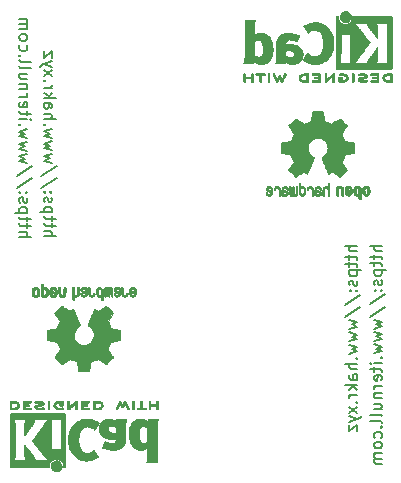
<source format=gbr>
G04 #@! TF.GenerationSoftware,KiCad,Pcbnew,(5.0.1)-4*
G04 #@! TF.CreationDate,2019-02-20T16:16:22+08:00*
G04 #@! TF.ProjectId,Xiaomi2Ali-Smart-Plug-WIFI-Module-Rev.B,5869616F6D6932416C692D536D617274,rev?*
G04 #@! TF.SameCoordinates,Original*
G04 #@! TF.FileFunction,Legend,Bot*
G04 #@! TF.FilePolarity,Positive*
%FSLAX46Y46*%
G04 Gerber Fmt 4.6, Leading zero omitted, Abs format (unit mm)*
G04 Created by KiCad (PCBNEW (5.0.1)-4) date 2019/2/20 16:16:22*
%MOMM*%
%LPD*%
G01*
G04 APERTURE LIST*
%ADD10C,0.150000*%
%ADD11C,0.010000*%
G04 APERTURE END LIST*
D10*
X157152380Y-93914285D02*
X156152380Y-93914285D01*
X157152380Y-94342857D02*
X156628571Y-94342857D01*
X156533333Y-94295238D01*
X156485714Y-94200000D01*
X156485714Y-94057142D01*
X156533333Y-93961904D01*
X156580952Y-93914285D01*
X156485714Y-94676190D02*
X156485714Y-95057142D01*
X156152380Y-94819047D02*
X157009523Y-94819047D01*
X157104761Y-94866666D01*
X157152380Y-94961904D01*
X157152380Y-95057142D01*
X156485714Y-95247619D02*
X156485714Y-95628571D01*
X156152380Y-95390476D02*
X157009523Y-95390476D01*
X157104761Y-95438095D01*
X157152380Y-95533333D01*
X157152380Y-95628571D01*
X156485714Y-95961904D02*
X157485714Y-95961904D01*
X156533333Y-95961904D02*
X156485714Y-96057142D01*
X156485714Y-96247619D01*
X156533333Y-96342857D01*
X156580952Y-96390476D01*
X156676190Y-96438095D01*
X156961904Y-96438095D01*
X157057142Y-96390476D01*
X157104761Y-96342857D01*
X157152380Y-96247619D01*
X157152380Y-96057142D01*
X157104761Y-95961904D01*
X157104761Y-96819047D02*
X157152380Y-96914285D01*
X157152380Y-97104761D01*
X157104761Y-97200000D01*
X157009523Y-97247619D01*
X156961904Y-97247619D01*
X156866666Y-97200000D01*
X156819047Y-97104761D01*
X156819047Y-96961904D01*
X156771428Y-96866666D01*
X156676190Y-96819047D01*
X156628571Y-96819047D01*
X156533333Y-96866666D01*
X156485714Y-96961904D01*
X156485714Y-97104761D01*
X156533333Y-97200000D01*
X157057142Y-97676190D02*
X157104761Y-97723809D01*
X157152380Y-97676190D01*
X157104761Y-97628571D01*
X157057142Y-97676190D01*
X157152380Y-97676190D01*
X156533333Y-97676190D02*
X156580952Y-97723809D01*
X156628571Y-97676190D01*
X156580952Y-97628571D01*
X156533333Y-97676190D01*
X156628571Y-97676190D01*
X156104761Y-98866666D02*
X157390476Y-98009523D01*
X156104761Y-99914285D02*
X157390476Y-99057142D01*
X156485714Y-100152380D02*
X157152380Y-100342857D01*
X156676190Y-100533333D01*
X157152380Y-100723809D01*
X156485714Y-100914285D01*
X156485714Y-101200000D02*
X157152380Y-101390476D01*
X156676190Y-101580952D01*
X157152380Y-101771428D01*
X156485714Y-101961904D01*
X156485714Y-102247619D02*
X157152380Y-102438095D01*
X156676190Y-102628571D01*
X157152380Y-102819047D01*
X156485714Y-103009523D01*
X157057142Y-103390476D02*
X157104761Y-103438095D01*
X157152380Y-103390476D01*
X157104761Y-103342857D01*
X157057142Y-103390476D01*
X157152380Y-103390476D01*
X157152380Y-103866666D02*
X156152380Y-103866666D01*
X157152380Y-104295238D02*
X156628571Y-104295238D01*
X156533333Y-104247619D01*
X156485714Y-104152380D01*
X156485714Y-104009523D01*
X156533333Y-103914285D01*
X156580952Y-103866666D01*
X157152380Y-105200000D02*
X156628571Y-105200000D01*
X156533333Y-105152380D01*
X156485714Y-105057142D01*
X156485714Y-104866666D01*
X156533333Y-104771428D01*
X157104761Y-105200000D02*
X157152380Y-105104761D01*
X157152380Y-104866666D01*
X157104761Y-104771428D01*
X157009523Y-104723809D01*
X156914285Y-104723809D01*
X156819047Y-104771428D01*
X156771428Y-104866666D01*
X156771428Y-105104761D01*
X156723809Y-105200000D01*
X157152380Y-105676190D02*
X156152380Y-105676190D01*
X156771428Y-105771428D02*
X157152380Y-106057142D01*
X156485714Y-106057142D02*
X156866666Y-105676190D01*
X157152380Y-106485714D02*
X156485714Y-106485714D01*
X156676190Y-106485714D02*
X156580952Y-106533333D01*
X156533333Y-106580952D01*
X156485714Y-106676190D01*
X156485714Y-106771428D01*
X157057142Y-107104761D02*
X157104761Y-107152380D01*
X157152380Y-107104761D01*
X157104761Y-107057142D01*
X157057142Y-107104761D01*
X157152380Y-107104761D01*
X157152380Y-107485714D02*
X156485714Y-108009523D01*
X156485714Y-107485714D02*
X157152380Y-108009523D01*
X156485714Y-108295238D02*
X157152380Y-108533333D01*
X156485714Y-108771428D02*
X157152380Y-108533333D01*
X157390476Y-108438095D01*
X157438095Y-108390476D01*
X157485714Y-108295238D01*
X156485714Y-109057142D02*
X156485714Y-109580952D01*
X157152380Y-109057142D01*
X157152380Y-109580952D01*
X159252380Y-93885714D02*
X158252380Y-93885714D01*
X159252380Y-94314285D02*
X158728571Y-94314285D01*
X158633333Y-94266666D01*
X158585714Y-94171428D01*
X158585714Y-94028571D01*
X158633333Y-93933333D01*
X158680952Y-93885714D01*
X158585714Y-94647619D02*
X158585714Y-95028571D01*
X158252380Y-94790476D02*
X159109523Y-94790476D01*
X159204761Y-94838095D01*
X159252380Y-94933333D01*
X159252380Y-95028571D01*
X158585714Y-95219047D02*
X158585714Y-95600000D01*
X158252380Y-95361904D02*
X159109523Y-95361904D01*
X159204761Y-95409523D01*
X159252380Y-95504761D01*
X159252380Y-95600000D01*
X158585714Y-95933333D02*
X159585714Y-95933333D01*
X158633333Y-95933333D02*
X158585714Y-96028571D01*
X158585714Y-96219047D01*
X158633333Y-96314285D01*
X158680952Y-96361904D01*
X158776190Y-96409523D01*
X159061904Y-96409523D01*
X159157142Y-96361904D01*
X159204761Y-96314285D01*
X159252380Y-96219047D01*
X159252380Y-96028571D01*
X159204761Y-95933333D01*
X159204761Y-96790476D02*
X159252380Y-96885714D01*
X159252380Y-97076190D01*
X159204761Y-97171428D01*
X159109523Y-97219047D01*
X159061904Y-97219047D01*
X158966666Y-97171428D01*
X158919047Y-97076190D01*
X158919047Y-96933333D01*
X158871428Y-96838095D01*
X158776190Y-96790476D01*
X158728571Y-96790476D01*
X158633333Y-96838095D01*
X158585714Y-96933333D01*
X158585714Y-97076190D01*
X158633333Y-97171428D01*
X159157142Y-97647619D02*
X159204761Y-97695238D01*
X159252380Y-97647619D01*
X159204761Y-97600000D01*
X159157142Y-97647619D01*
X159252380Y-97647619D01*
X158633333Y-97647619D02*
X158680952Y-97695238D01*
X158728571Y-97647619D01*
X158680952Y-97600000D01*
X158633333Y-97647619D01*
X158728571Y-97647619D01*
X158204761Y-98838095D02*
X159490476Y-97980952D01*
X158204761Y-99885714D02*
X159490476Y-99028571D01*
X158585714Y-100123809D02*
X159252380Y-100314285D01*
X158776190Y-100504761D01*
X159252380Y-100695238D01*
X158585714Y-100885714D01*
X158585714Y-101171428D02*
X159252380Y-101361904D01*
X158776190Y-101552380D01*
X159252380Y-101742857D01*
X158585714Y-101933333D01*
X158585714Y-102219047D02*
X159252380Y-102409523D01*
X158776190Y-102600000D01*
X159252380Y-102790476D01*
X158585714Y-102980952D01*
X159157142Y-103361904D02*
X159204761Y-103409523D01*
X159252380Y-103361904D01*
X159204761Y-103314285D01*
X159157142Y-103361904D01*
X159252380Y-103361904D01*
X159252380Y-103838095D02*
X158585714Y-103838095D01*
X158252380Y-103838095D02*
X158300000Y-103790476D01*
X158347619Y-103838095D01*
X158300000Y-103885714D01*
X158252380Y-103838095D01*
X158347619Y-103838095D01*
X158585714Y-104171428D02*
X158585714Y-104552380D01*
X158252380Y-104314285D02*
X159109523Y-104314285D01*
X159204761Y-104361904D01*
X159252380Y-104457142D01*
X159252380Y-104552380D01*
X159204761Y-105266666D02*
X159252380Y-105171428D01*
X159252380Y-104980952D01*
X159204761Y-104885714D01*
X159109523Y-104838095D01*
X158728571Y-104838095D01*
X158633333Y-104885714D01*
X158585714Y-104980952D01*
X158585714Y-105171428D01*
X158633333Y-105266666D01*
X158728571Y-105314285D01*
X158823809Y-105314285D01*
X158919047Y-104838095D01*
X159252380Y-105742857D02*
X158585714Y-105742857D01*
X158776190Y-105742857D02*
X158680952Y-105790476D01*
X158633333Y-105838095D01*
X158585714Y-105933333D01*
X158585714Y-106028571D01*
X158585714Y-106361904D02*
X159252380Y-106361904D01*
X158680952Y-106361904D02*
X158633333Y-106409523D01*
X158585714Y-106504761D01*
X158585714Y-106647619D01*
X158633333Y-106742857D01*
X158728571Y-106790476D01*
X159252380Y-106790476D01*
X158585714Y-107695238D02*
X159252380Y-107695238D01*
X158585714Y-107266666D02*
X159109523Y-107266666D01*
X159204761Y-107314285D01*
X159252380Y-107409523D01*
X159252380Y-107552380D01*
X159204761Y-107647619D01*
X159157142Y-107695238D01*
X159252380Y-108314285D02*
X159204761Y-108219047D01*
X159109523Y-108171428D01*
X158252380Y-108171428D01*
X159252380Y-108838095D02*
X159204761Y-108742857D01*
X159109523Y-108695238D01*
X158252380Y-108695238D01*
X159157142Y-109219047D02*
X159204761Y-109266666D01*
X159252380Y-109219047D01*
X159204761Y-109171428D01*
X159157142Y-109219047D01*
X159252380Y-109219047D01*
X159204761Y-110123809D02*
X159252380Y-110028571D01*
X159252380Y-109838095D01*
X159204761Y-109742857D01*
X159157142Y-109695238D01*
X159061904Y-109647619D01*
X158776190Y-109647619D01*
X158680952Y-109695238D01*
X158633333Y-109742857D01*
X158585714Y-109838095D01*
X158585714Y-110028571D01*
X158633333Y-110123809D01*
X159252380Y-110695238D02*
X159204761Y-110600000D01*
X159157142Y-110552380D01*
X159061904Y-110504761D01*
X158776190Y-110504761D01*
X158680952Y-110552380D01*
X158633333Y-110600000D01*
X158585714Y-110695238D01*
X158585714Y-110838095D01*
X158633333Y-110933333D01*
X158680952Y-110980952D01*
X158776190Y-111028571D01*
X159061904Y-111028571D01*
X159157142Y-110980952D01*
X159204761Y-110933333D01*
X159252380Y-110838095D01*
X159252380Y-110695238D01*
X159252380Y-111457142D02*
X158585714Y-111457142D01*
X158680952Y-111457142D02*
X158633333Y-111504761D01*
X158585714Y-111600000D01*
X158585714Y-111742857D01*
X158633333Y-111838095D01*
X158728571Y-111885714D01*
X159252380Y-111885714D01*
X158728571Y-111885714D02*
X158633333Y-111933333D01*
X158585714Y-112028571D01*
X158585714Y-112171428D01*
X158633333Y-112266666D01*
X158728571Y-112314285D01*
X159252380Y-112314285D01*
X130647619Y-93085714D02*
X131647619Y-93085714D01*
X130647619Y-92657142D02*
X131171428Y-92657142D01*
X131266666Y-92704761D01*
X131314285Y-92800000D01*
X131314285Y-92942857D01*
X131266666Y-93038095D01*
X131219047Y-93085714D01*
X131314285Y-92323809D02*
X131314285Y-91942857D01*
X131647619Y-92180952D02*
X130790476Y-92180952D01*
X130695238Y-92133333D01*
X130647619Y-92038095D01*
X130647619Y-91942857D01*
X131314285Y-91752380D02*
X131314285Y-91371428D01*
X131647619Y-91609523D02*
X130790476Y-91609523D01*
X130695238Y-91561904D01*
X130647619Y-91466666D01*
X130647619Y-91371428D01*
X131314285Y-91038095D02*
X130314285Y-91038095D01*
X131266666Y-91038095D02*
X131314285Y-90942857D01*
X131314285Y-90752380D01*
X131266666Y-90657142D01*
X131219047Y-90609523D01*
X131123809Y-90561904D01*
X130838095Y-90561904D01*
X130742857Y-90609523D01*
X130695238Y-90657142D01*
X130647619Y-90752380D01*
X130647619Y-90942857D01*
X130695238Y-91038095D01*
X130695238Y-90180952D02*
X130647619Y-90085714D01*
X130647619Y-89895238D01*
X130695238Y-89800000D01*
X130790476Y-89752380D01*
X130838095Y-89752380D01*
X130933333Y-89800000D01*
X130980952Y-89895238D01*
X130980952Y-90038095D01*
X131028571Y-90133333D01*
X131123809Y-90180952D01*
X131171428Y-90180952D01*
X131266666Y-90133333D01*
X131314285Y-90038095D01*
X131314285Y-89895238D01*
X131266666Y-89800000D01*
X130742857Y-89323809D02*
X130695238Y-89276190D01*
X130647619Y-89323809D01*
X130695238Y-89371428D01*
X130742857Y-89323809D01*
X130647619Y-89323809D01*
X131266666Y-89323809D02*
X131219047Y-89276190D01*
X131171428Y-89323809D01*
X131219047Y-89371428D01*
X131266666Y-89323809D01*
X131171428Y-89323809D01*
X131695238Y-88133333D02*
X130409523Y-88990476D01*
X131695238Y-87085714D02*
X130409523Y-87942857D01*
X131314285Y-86847619D02*
X130647619Y-86657142D01*
X131123809Y-86466666D01*
X130647619Y-86276190D01*
X131314285Y-86085714D01*
X131314285Y-85800000D02*
X130647619Y-85609523D01*
X131123809Y-85419047D01*
X130647619Y-85228571D01*
X131314285Y-85038095D01*
X131314285Y-84752380D02*
X130647619Y-84561904D01*
X131123809Y-84371428D01*
X130647619Y-84180952D01*
X131314285Y-83990476D01*
X130742857Y-83609523D02*
X130695238Y-83561904D01*
X130647619Y-83609523D01*
X130695238Y-83657142D01*
X130742857Y-83609523D01*
X130647619Y-83609523D01*
X130647619Y-83133333D02*
X131647619Y-83133333D01*
X130647619Y-82704761D02*
X131171428Y-82704761D01*
X131266666Y-82752380D01*
X131314285Y-82847619D01*
X131314285Y-82990476D01*
X131266666Y-83085714D01*
X131219047Y-83133333D01*
X130647619Y-81800000D02*
X131171428Y-81800000D01*
X131266666Y-81847619D01*
X131314285Y-81942857D01*
X131314285Y-82133333D01*
X131266666Y-82228571D01*
X130695238Y-81800000D02*
X130647619Y-81895238D01*
X130647619Y-82133333D01*
X130695238Y-82228571D01*
X130790476Y-82276190D01*
X130885714Y-82276190D01*
X130980952Y-82228571D01*
X131028571Y-82133333D01*
X131028571Y-81895238D01*
X131076190Y-81800000D01*
X130647619Y-81323809D02*
X131647619Y-81323809D01*
X131028571Y-81228571D02*
X130647619Y-80942857D01*
X131314285Y-80942857D02*
X130933333Y-81323809D01*
X130647619Y-80514285D02*
X131314285Y-80514285D01*
X131123809Y-80514285D02*
X131219047Y-80466666D01*
X131266666Y-80419047D01*
X131314285Y-80323809D01*
X131314285Y-80228571D01*
X130742857Y-79895238D02*
X130695238Y-79847619D01*
X130647619Y-79895238D01*
X130695238Y-79942857D01*
X130742857Y-79895238D01*
X130647619Y-79895238D01*
X130647619Y-79514285D02*
X131314285Y-78990476D01*
X131314285Y-79514285D02*
X130647619Y-78990476D01*
X131314285Y-78704761D02*
X130647619Y-78466666D01*
X131314285Y-78228571D02*
X130647619Y-78466666D01*
X130409523Y-78561904D01*
X130361904Y-78609523D01*
X130314285Y-78704761D01*
X131314285Y-77942857D02*
X131314285Y-77419047D01*
X130647619Y-77942857D01*
X130647619Y-77419047D01*
X128547619Y-93114285D02*
X129547619Y-93114285D01*
X128547619Y-92685714D02*
X129071428Y-92685714D01*
X129166666Y-92733333D01*
X129214285Y-92828571D01*
X129214285Y-92971428D01*
X129166666Y-93066666D01*
X129119047Y-93114285D01*
X129214285Y-92352380D02*
X129214285Y-91971428D01*
X129547619Y-92209523D02*
X128690476Y-92209523D01*
X128595238Y-92161904D01*
X128547619Y-92066666D01*
X128547619Y-91971428D01*
X129214285Y-91780952D02*
X129214285Y-91400000D01*
X129547619Y-91638095D02*
X128690476Y-91638095D01*
X128595238Y-91590476D01*
X128547619Y-91495238D01*
X128547619Y-91400000D01*
X129214285Y-91066666D02*
X128214285Y-91066666D01*
X129166666Y-91066666D02*
X129214285Y-90971428D01*
X129214285Y-90780952D01*
X129166666Y-90685714D01*
X129119047Y-90638095D01*
X129023809Y-90590476D01*
X128738095Y-90590476D01*
X128642857Y-90638095D01*
X128595238Y-90685714D01*
X128547619Y-90780952D01*
X128547619Y-90971428D01*
X128595238Y-91066666D01*
X128595238Y-90209523D02*
X128547619Y-90114285D01*
X128547619Y-89923809D01*
X128595238Y-89828571D01*
X128690476Y-89780952D01*
X128738095Y-89780952D01*
X128833333Y-89828571D01*
X128880952Y-89923809D01*
X128880952Y-90066666D01*
X128928571Y-90161904D01*
X129023809Y-90209523D01*
X129071428Y-90209523D01*
X129166666Y-90161904D01*
X129214285Y-90066666D01*
X129214285Y-89923809D01*
X129166666Y-89828571D01*
X128642857Y-89352380D02*
X128595238Y-89304761D01*
X128547619Y-89352380D01*
X128595238Y-89400000D01*
X128642857Y-89352380D01*
X128547619Y-89352380D01*
X129166666Y-89352380D02*
X129119047Y-89304761D01*
X129071428Y-89352380D01*
X129119047Y-89400000D01*
X129166666Y-89352380D01*
X129071428Y-89352380D01*
X129595238Y-88161904D02*
X128309523Y-89019047D01*
X129595238Y-87114285D02*
X128309523Y-87971428D01*
X129214285Y-86876190D02*
X128547619Y-86685714D01*
X129023809Y-86495238D01*
X128547619Y-86304761D01*
X129214285Y-86114285D01*
X129214285Y-85828571D02*
X128547619Y-85638095D01*
X129023809Y-85447619D01*
X128547619Y-85257142D01*
X129214285Y-85066666D01*
X129214285Y-84780952D02*
X128547619Y-84590476D01*
X129023809Y-84400000D01*
X128547619Y-84209523D01*
X129214285Y-84019047D01*
X128642857Y-83638095D02*
X128595238Y-83590476D01*
X128547619Y-83638095D01*
X128595238Y-83685714D01*
X128642857Y-83638095D01*
X128547619Y-83638095D01*
X128547619Y-83161904D02*
X129214285Y-83161904D01*
X129547619Y-83161904D02*
X129500000Y-83209523D01*
X129452380Y-83161904D01*
X129500000Y-83114285D01*
X129547619Y-83161904D01*
X129452380Y-83161904D01*
X129214285Y-82828571D02*
X129214285Y-82447619D01*
X129547619Y-82685714D02*
X128690476Y-82685714D01*
X128595238Y-82638095D01*
X128547619Y-82542857D01*
X128547619Y-82447619D01*
X128595238Y-81733333D02*
X128547619Y-81828571D01*
X128547619Y-82019047D01*
X128595238Y-82114285D01*
X128690476Y-82161904D01*
X129071428Y-82161904D01*
X129166666Y-82114285D01*
X129214285Y-82019047D01*
X129214285Y-81828571D01*
X129166666Y-81733333D01*
X129071428Y-81685714D01*
X128976190Y-81685714D01*
X128880952Y-82161904D01*
X128547619Y-81257142D02*
X129214285Y-81257142D01*
X129023809Y-81257142D02*
X129119047Y-81209523D01*
X129166666Y-81161904D01*
X129214285Y-81066666D01*
X129214285Y-80971428D01*
X129214285Y-80638095D02*
X128547619Y-80638095D01*
X129119047Y-80638095D02*
X129166666Y-80590476D01*
X129214285Y-80495238D01*
X129214285Y-80352380D01*
X129166666Y-80257142D01*
X129071428Y-80209523D01*
X128547619Y-80209523D01*
X129214285Y-79304761D02*
X128547619Y-79304761D01*
X129214285Y-79733333D02*
X128690476Y-79733333D01*
X128595238Y-79685714D01*
X128547619Y-79590476D01*
X128547619Y-79447619D01*
X128595238Y-79352380D01*
X128642857Y-79304761D01*
X128547619Y-78685714D02*
X128595238Y-78780952D01*
X128690476Y-78828571D01*
X129547619Y-78828571D01*
X128547619Y-78161904D02*
X128595238Y-78257142D01*
X128690476Y-78304761D01*
X129547619Y-78304761D01*
X128642857Y-77780952D02*
X128595238Y-77733333D01*
X128547619Y-77780952D01*
X128595238Y-77828571D01*
X128642857Y-77780952D01*
X128547619Y-77780952D01*
X128595238Y-76876190D02*
X128547619Y-76971428D01*
X128547619Y-77161904D01*
X128595238Y-77257142D01*
X128642857Y-77304761D01*
X128738095Y-77352380D01*
X129023809Y-77352380D01*
X129119047Y-77304761D01*
X129166666Y-77257142D01*
X129214285Y-77161904D01*
X129214285Y-76971428D01*
X129166666Y-76876190D01*
X128547619Y-76304761D02*
X128595238Y-76400000D01*
X128642857Y-76447619D01*
X128738095Y-76495238D01*
X129023809Y-76495238D01*
X129119047Y-76447619D01*
X129166666Y-76400000D01*
X129214285Y-76304761D01*
X129214285Y-76161904D01*
X129166666Y-76066666D01*
X129119047Y-76019047D01*
X129023809Y-75971428D01*
X128738095Y-75971428D01*
X128642857Y-76019047D01*
X128595238Y-76066666D01*
X128547619Y-76161904D01*
X128547619Y-76304761D01*
X128547619Y-75542857D02*
X129214285Y-75542857D01*
X129119047Y-75542857D02*
X129166666Y-75495238D01*
X129214285Y-75400000D01*
X129214285Y-75257142D01*
X129166666Y-75161904D01*
X129071428Y-75114285D01*
X128547619Y-75114285D01*
X129071428Y-75114285D02*
X129166666Y-75066666D01*
X129214285Y-74971428D01*
X129214285Y-74828571D01*
X129166666Y-74733333D01*
X129071428Y-74685714D01*
X128547619Y-74685714D01*
D11*
G04 #@! TO.C,REF\002A\002A*
G36*
X157031114Y-88784505D02*
X156956461Y-88821727D01*
X156890569Y-88890261D01*
X156872423Y-88915648D01*
X156852655Y-88948866D01*
X156839828Y-88984945D01*
X156832490Y-89033098D01*
X156829187Y-89102536D01*
X156828462Y-89194206D01*
X156831737Y-89319830D01*
X156843123Y-89414154D01*
X156864959Y-89484523D01*
X156899581Y-89538286D01*
X156949330Y-89582788D01*
X156952986Y-89585423D01*
X157002015Y-89612377D01*
X157061055Y-89625712D01*
X157136141Y-89629000D01*
X157258205Y-89629000D01*
X157258256Y-89747497D01*
X157259392Y-89813492D01*
X157266314Y-89852202D01*
X157284402Y-89875419D01*
X157319038Y-89894933D01*
X157327355Y-89898920D01*
X157366280Y-89917603D01*
X157396417Y-89929403D01*
X157418826Y-89930422D01*
X157434567Y-89916761D01*
X157444698Y-89884522D01*
X157450277Y-89829804D01*
X157452365Y-89748711D01*
X157452019Y-89637344D01*
X157450300Y-89491802D01*
X157449763Y-89448269D01*
X157447828Y-89298205D01*
X157446096Y-89200042D01*
X157258308Y-89200042D01*
X157257252Y-89283364D01*
X157252562Y-89337880D01*
X157241949Y-89373837D01*
X157223128Y-89401482D01*
X157210350Y-89414965D01*
X157158110Y-89454417D01*
X157111858Y-89457628D01*
X157064133Y-89425049D01*
X157062923Y-89423846D01*
X157043506Y-89398668D01*
X157031693Y-89364447D01*
X157025735Y-89311748D01*
X157023880Y-89231131D01*
X157023846Y-89213271D01*
X157028330Y-89102175D01*
X157042926Y-89025161D01*
X157069350Y-88978147D01*
X157109317Y-88957050D01*
X157132416Y-88954923D01*
X157187238Y-88964900D01*
X157224842Y-88997752D01*
X157247477Y-89057857D01*
X157257394Y-89149598D01*
X157258308Y-89200042D01*
X157446096Y-89200042D01*
X157445778Y-89182060D01*
X157443127Y-89094679D01*
X157439394Y-89030905D01*
X157434093Y-88985582D01*
X157426742Y-88953555D01*
X157416857Y-88929668D01*
X157403954Y-88908764D01*
X157398421Y-88900898D01*
X157325031Y-88826595D01*
X157232240Y-88784467D01*
X157124904Y-88772722D01*
X157031114Y-88784505D01*
X157031114Y-88784505D01*
G37*
X157031114Y-88784505D02*
X156956461Y-88821727D01*
X156890569Y-88890261D01*
X156872423Y-88915648D01*
X156852655Y-88948866D01*
X156839828Y-88984945D01*
X156832490Y-89033098D01*
X156829187Y-89102536D01*
X156828462Y-89194206D01*
X156831737Y-89319830D01*
X156843123Y-89414154D01*
X156864959Y-89484523D01*
X156899581Y-89538286D01*
X156949330Y-89582788D01*
X156952986Y-89585423D01*
X157002015Y-89612377D01*
X157061055Y-89625712D01*
X157136141Y-89629000D01*
X157258205Y-89629000D01*
X157258256Y-89747497D01*
X157259392Y-89813492D01*
X157266314Y-89852202D01*
X157284402Y-89875419D01*
X157319038Y-89894933D01*
X157327355Y-89898920D01*
X157366280Y-89917603D01*
X157396417Y-89929403D01*
X157418826Y-89930422D01*
X157434567Y-89916761D01*
X157444698Y-89884522D01*
X157450277Y-89829804D01*
X157452365Y-89748711D01*
X157452019Y-89637344D01*
X157450300Y-89491802D01*
X157449763Y-89448269D01*
X157447828Y-89298205D01*
X157446096Y-89200042D01*
X157258308Y-89200042D01*
X157257252Y-89283364D01*
X157252562Y-89337880D01*
X157241949Y-89373837D01*
X157223128Y-89401482D01*
X157210350Y-89414965D01*
X157158110Y-89454417D01*
X157111858Y-89457628D01*
X157064133Y-89425049D01*
X157062923Y-89423846D01*
X157043506Y-89398668D01*
X157031693Y-89364447D01*
X157025735Y-89311748D01*
X157023880Y-89231131D01*
X157023846Y-89213271D01*
X157028330Y-89102175D01*
X157042926Y-89025161D01*
X157069350Y-88978147D01*
X157109317Y-88957050D01*
X157132416Y-88954923D01*
X157187238Y-88964900D01*
X157224842Y-88997752D01*
X157247477Y-89057857D01*
X157257394Y-89149598D01*
X157258308Y-89200042D01*
X157446096Y-89200042D01*
X157445778Y-89182060D01*
X157443127Y-89094679D01*
X157439394Y-89030905D01*
X157434093Y-88985582D01*
X157426742Y-88953555D01*
X157416857Y-88929668D01*
X157403954Y-88908764D01*
X157398421Y-88900898D01*
X157325031Y-88826595D01*
X157232240Y-88784467D01*
X157124904Y-88772722D01*
X157031114Y-88784505D01*
G36*
X155528336Y-88795089D02*
X155465633Y-88831358D01*
X155422039Y-88867358D01*
X155390155Y-88905075D01*
X155368190Y-88951199D01*
X155354351Y-89012421D01*
X155346847Y-89095431D01*
X155343883Y-89206919D01*
X155343539Y-89287062D01*
X155343539Y-89582065D01*
X155509615Y-89656515D01*
X155519385Y-89333402D01*
X155523421Y-89212729D01*
X155527656Y-89125141D01*
X155532903Y-89064650D01*
X155539975Y-89025268D01*
X155549689Y-89001007D01*
X155562856Y-88985880D01*
X155567081Y-88982606D01*
X155631091Y-88957034D01*
X155695792Y-88967153D01*
X155734308Y-88994000D01*
X155749975Y-89013024D01*
X155760820Y-89037988D01*
X155767712Y-89075834D01*
X155771521Y-89133502D01*
X155773117Y-89217935D01*
X155773385Y-89305928D01*
X155773437Y-89416323D01*
X155775328Y-89494463D01*
X155781655Y-89547165D01*
X155795017Y-89581242D01*
X155818015Y-89603511D01*
X155853246Y-89620787D01*
X155900303Y-89638738D01*
X155951697Y-89658278D01*
X155945579Y-89311485D01*
X155943116Y-89186468D01*
X155940233Y-89094082D01*
X155936102Y-89027881D01*
X155929893Y-88981420D01*
X155920774Y-88948256D01*
X155907917Y-88921944D01*
X155892416Y-88898729D01*
X155817629Y-88824569D01*
X155726372Y-88781684D01*
X155627117Y-88771412D01*
X155528336Y-88795089D01*
X155528336Y-88795089D01*
G37*
X155528336Y-88795089D02*
X155465633Y-88831358D01*
X155422039Y-88867358D01*
X155390155Y-88905075D01*
X155368190Y-88951199D01*
X155354351Y-89012421D01*
X155346847Y-89095431D01*
X155343883Y-89206919D01*
X155343539Y-89287062D01*
X155343539Y-89582065D01*
X155509615Y-89656515D01*
X155519385Y-89333402D01*
X155523421Y-89212729D01*
X155527656Y-89125141D01*
X155532903Y-89064650D01*
X155539975Y-89025268D01*
X155549689Y-89001007D01*
X155562856Y-88985880D01*
X155567081Y-88982606D01*
X155631091Y-88957034D01*
X155695792Y-88967153D01*
X155734308Y-88994000D01*
X155749975Y-89013024D01*
X155760820Y-89037988D01*
X155767712Y-89075834D01*
X155771521Y-89133502D01*
X155773117Y-89217935D01*
X155773385Y-89305928D01*
X155773437Y-89416323D01*
X155775328Y-89494463D01*
X155781655Y-89547165D01*
X155795017Y-89581242D01*
X155818015Y-89603511D01*
X155853246Y-89620787D01*
X155900303Y-89638738D01*
X155951697Y-89658278D01*
X155945579Y-89311485D01*
X155943116Y-89186468D01*
X155940233Y-89094082D01*
X155936102Y-89027881D01*
X155929893Y-88981420D01*
X155920774Y-88948256D01*
X155907917Y-88921944D01*
X155892416Y-88898729D01*
X155817629Y-88824569D01*
X155726372Y-88781684D01*
X155627117Y-88771412D01*
X155528336Y-88795089D01*
G36*
X157783114Y-88787256D02*
X157691536Y-88835409D01*
X157623951Y-88912905D01*
X157599943Y-88962727D01*
X157581262Y-89037533D01*
X157571699Y-89132052D01*
X157570792Y-89235210D01*
X157578079Y-89335935D01*
X157593097Y-89423153D01*
X157615385Y-89485791D01*
X157622235Y-89496579D01*
X157703368Y-89577105D01*
X157799734Y-89625336D01*
X157904299Y-89639450D01*
X158010032Y-89617629D01*
X158039457Y-89604547D01*
X158096759Y-89564231D01*
X158147050Y-89510775D01*
X158151803Y-89503995D01*
X158171122Y-89471321D01*
X158183892Y-89436394D01*
X158191436Y-89390414D01*
X158195076Y-89324584D01*
X158196135Y-89230105D01*
X158196154Y-89208923D01*
X158196106Y-89202182D01*
X158000769Y-89202182D01*
X157999632Y-89291349D01*
X157995159Y-89350520D01*
X157985754Y-89388741D01*
X157969824Y-89415053D01*
X157961692Y-89423846D01*
X157914942Y-89457261D01*
X157869553Y-89455737D01*
X157823660Y-89426752D01*
X157796288Y-89395809D01*
X157780077Y-89350643D01*
X157770974Y-89279420D01*
X157770349Y-89271114D01*
X157768796Y-89142037D01*
X157785035Y-89046172D01*
X157818848Y-88984107D01*
X157870016Y-88956432D01*
X157888280Y-88954923D01*
X157936240Y-88962513D01*
X157969047Y-88988808D01*
X157989105Y-89039095D01*
X157998822Y-89118664D01*
X158000769Y-89202182D01*
X158196106Y-89202182D01*
X158195426Y-89108249D01*
X158192371Y-89037906D01*
X158185678Y-88989163D01*
X158174040Y-88953288D01*
X158156147Y-88921548D01*
X158152192Y-88915648D01*
X158085733Y-88836104D01*
X158013315Y-88789929D01*
X157925151Y-88771599D01*
X157895213Y-88770703D01*
X157783114Y-88787256D01*
X157783114Y-88787256D01*
G37*
X157783114Y-88787256D02*
X157691536Y-88835409D01*
X157623951Y-88912905D01*
X157599943Y-88962727D01*
X157581262Y-89037533D01*
X157571699Y-89132052D01*
X157570792Y-89235210D01*
X157578079Y-89335935D01*
X157593097Y-89423153D01*
X157615385Y-89485791D01*
X157622235Y-89496579D01*
X157703368Y-89577105D01*
X157799734Y-89625336D01*
X157904299Y-89639450D01*
X158010032Y-89617629D01*
X158039457Y-89604547D01*
X158096759Y-89564231D01*
X158147050Y-89510775D01*
X158151803Y-89503995D01*
X158171122Y-89471321D01*
X158183892Y-89436394D01*
X158191436Y-89390414D01*
X158195076Y-89324584D01*
X158196135Y-89230105D01*
X158196154Y-89208923D01*
X158196106Y-89202182D01*
X158000769Y-89202182D01*
X157999632Y-89291349D01*
X157995159Y-89350520D01*
X157985754Y-89388741D01*
X157969824Y-89415053D01*
X157961692Y-89423846D01*
X157914942Y-89457261D01*
X157869553Y-89455737D01*
X157823660Y-89426752D01*
X157796288Y-89395809D01*
X157780077Y-89350643D01*
X157770974Y-89279420D01*
X157770349Y-89271114D01*
X157768796Y-89142037D01*
X157785035Y-89046172D01*
X157818848Y-88984107D01*
X157870016Y-88956432D01*
X157888280Y-88954923D01*
X157936240Y-88962513D01*
X157969047Y-88988808D01*
X157989105Y-89039095D01*
X157998822Y-89118664D01*
X158000769Y-89202182D01*
X158196106Y-89202182D01*
X158195426Y-89108249D01*
X158192371Y-89037906D01*
X158185678Y-88989163D01*
X158174040Y-88953288D01*
X158156147Y-88921548D01*
X158152192Y-88915648D01*
X158085733Y-88836104D01*
X158013315Y-88789929D01*
X157925151Y-88771599D01*
X157895213Y-88770703D01*
X157783114Y-88787256D01*
G36*
X156265746Y-88799745D02*
X156188714Y-88851567D01*
X156129184Y-88926412D01*
X156093622Y-89021654D01*
X156086429Y-89091756D01*
X156087246Y-89121009D01*
X156094086Y-89143407D01*
X156112888Y-89163474D01*
X156149592Y-89185733D01*
X156210138Y-89214709D01*
X156300466Y-89254927D01*
X156300923Y-89255129D01*
X156384067Y-89293210D01*
X156452247Y-89327025D01*
X156498495Y-89352933D01*
X156515842Y-89367295D01*
X156515846Y-89367411D01*
X156500557Y-89398685D01*
X156464804Y-89433157D01*
X156423758Y-89457990D01*
X156402963Y-89462923D01*
X156346230Y-89445862D01*
X156297373Y-89403133D01*
X156273535Y-89356155D01*
X156250603Y-89321522D01*
X156205682Y-89282081D01*
X156152877Y-89248009D01*
X156106290Y-89229480D01*
X156096548Y-89228462D01*
X156085582Y-89245215D01*
X156084921Y-89288039D01*
X156092980Y-89345781D01*
X156108173Y-89407289D01*
X156128914Y-89461409D01*
X156129962Y-89463510D01*
X156192379Y-89550660D01*
X156273274Y-89609939D01*
X156365144Y-89639034D01*
X156460487Y-89635634D01*
X156551802Y-89597428D01*
X156555862Y-89594741D01*
X156627694Y-89529642D01*
X156674927Y-89444705D01*
X156701066Y-89333021D01*
X156704574Y-89301643D01*
X156710787Y-89153536D01*
X156703339Y-89084468D01*
X156515846Y-89084468D01*
X156513410Y-89127552D01*
X156500086Y-89140126D01*
X156466868Y-89130719D01*
X156414506Y-89108483D01*
X156355976Y-89080610D01*
X156354521Y-89079872D01*
X156304911Y-89053777D01*
X156285000Y-89036363D01*
X156289910Y-89018107D01*
X156310584Y-88994120D01*
X156363181Y-88959406D01*
X156419823Y-88956856D01*
X156470631Y-88982119D01*
X156505724Y-89030847D01*
X156515846Y-89084468D01*
X156703339Y-89084468D01*
X156698008Y-89035036D01*
X156665222Y-88941055D01*
X156619579Y-88875215D01*
X156537198Y-88808681D01*
X156446454Y-88775676D01*
X156353815Y-88773573D01*
X156265746Y-88799745D01*
X156265746Y-88799745D01*
G37*
X156265746Y-88799745D02*
X156188714Y-88851567D01*
X156129184Y-88926412D01*
X156093622Y-89021654D01*
X156086429Y-89091756D01*
X156087246Y-89121009D01*
X156094086Y-89143407D01*
X156112888Y-89163474D01*
X156149592Y-89185733D01*
X156210138Y-89214709D01*
X156300466Y-89254927D01*
X156300923Y-89255129D01*
X156384067Y-89293210D01*
X156452247Y-89327025D01*
X156498495Y-89352933D01*
X156515842Y-89367295D01*
X156515846Y-89367411D01*
X156500557Y-89398685D01*
X156464804Y-89433157D01*
X156423758Y-89457990D01*
X156402963Y-89462923D01*
X156346230Y-89445862D01*
X156297373Y-89403133D01*
X156273535Y-89356155D01*
X156250603Y-89321522D01*
X156205682Y-89282081D01*
X156152877Y-89248009D01*
X156106290Y-89229480D01*
X156096548Y-89228462D01*
X156085582Y-89245215D01*
X156084921Y-89288039D01*
X156092980Y-89345781D01*
X156108173Y-89407289D01*
X156128914Y-89461409D01*
X156129962Y-89463510D01*
X156192379Y-89550660D01*
X156273274Y-89609939D01*
X156365144Y-89639034D01*
X156460487Y-89635634D01*
X156551802Y-89597428D01*
X156555862Y-89594741D01*
X156627694Y-89529642D01*
X156674927Y-89444705D01*
X156701066Y-89333021D01*
X156704574Y-89301643D01*
X156710787Y-89153536D01*
X156703339Y-89084468D01*
X156515846Y-89084468D01*
X156513410Y-89127552D01*
X156500086Y-89140126D01*
X156466868Y-89130719D01*
X156414506Y-89108483D01*
X156355976Y-89080610D01*
X156354521Y-89079872D01*
X156304911Y-89053777D01*
X156285000Y-89036363D01*
X156289910Y-89018107D01*
X156310584Y-88994120D01*
X156363181Y-88959406D01*
X156419823Y-88956856D01*
X156470631Y-88982119D01*
X156505724Y-89030847D01*
X156515846Y-89084468D01*
X156703339Y-89084468D01*
X156698008Y-89035036D01*
X156665222Y-88941055D01*
X156619579Y-88875215D01*
X156537198Y-88808681D01*
X156446454Y-88775676D01*
X156353815Y-88773573D01*
X156265746Y-88799745D01*
G36*
X154640154Y-88692120D02*
X154634428Y-88771980D01*
X154627851Y-88819039D01*
X154618738Y-88839566D01*
X154605402Y-88839829D01*
X154601077Y-88837378D01*
X154543556Y-88819636D01*
X154468732Y-88820672D01*
X154392661Y-88838910D01*
X154345082Y-88862505D01*
X154296298Y-88900198D01*
X154260636Y-88942855D01*
X154236155Y-88997057D01*
X154220913Y-89069384D01*
X154212970Y-89166419D01*
X154210384Y-89294742D01*
X154210338Y-89319358D01*
X154210308Y-89595870D01*
X154271839Y-89617320D01*
X154315541Y-89631912D01*
X154339518Y-89638706D01*
X154340223Y-89638769D01*
X154342585Y-89620345D01*
X154344594Y-89569526D01*
X154346099Y-89492993D01*
X154346947Y-89397430D01*
X154347077Y-89339329D01*
X154347349Y-89224771D01*
X154348748Y-89142667D01*
X154352151Y-89086393D01*
X154358433Y-89049326D01*
X154368471Y-89024844D01*
X154383139Y-89006325D01*
X154392298Y-88997406D01*
X154455211Y-88961466D01*
X154523864Y-88958775D01*
X154586152Y-88989170D01*
X154597671Y-89000144D01*
X154614567Y-89020779D01*
X154626286Y-89045256D01*
X154633767Y-89080647D01*
X154637946Y-89134026D01*
X154639763Y-89212466D01*
X154640154Y-89320617D01*
X154640154Y-89595870D01*
X154701685Y-89617320D01*
X154745387Y-89631912D01*
X154769364Y-89638706D01*
X154770070Y-89638769D01*
X154771874Y-89620069D01*
X154773500Y-89567322D01*
X154774883Y-89485557D01*
X154775958Y-89379805D01*
X154776660Y-89255094D01*
X154776923Y-89116455D01*
X154776923Y-88581806D01*
X154649923Y-88528236D01*
X154640154Y-88692120D01*
X154640154Y-88692120D01*
G37*
X154640154Y-88692120D02*
X154634428Y-88771980D01*
X154627851Y-88819039D01*
X154618738Y-88839566D01*
X154605402Y-88839829D01*
X154601077Y-88837378D01*
X154543556Y-88819636D01*
X154468732Y-88820672D01*
X154392661Y-88838910D01*
X154345082Y-88862505D01*
X154296298Y-88900198D01*
X154260636Y-88942855D01*
X154236155Y-88997057D01*
X154220913Y-89069384D01*
X154212970Y-89166419D01*
X154210384Y-89294742D01*
X154210338Y-89319358D01*
X154210308Y-89595870D01*
X154271839Y-89617320D01*
X154315541Y-89631912D01*
X154339518Y-89638706D01*
X154340223Y-89638769D01*
X154342585Y-89620345D01*
X154344594Y-89569526D01*
X154346099Y-89492993D01*
X154346947Y-89397430D01*
X154347077Y-89339329D01*
X154347349Y-89224771D01*
X154348748Y-89142667D01*
X154352151Y-89086393D01*
X154358433Y-89049326D01*
X154368471Y-89024844D01*
X154383139Y-89006325D01*
X154392298Y-88997406D01*
X154455211Y-88961466D01*
X154523864Y-88958775D01*
X154586152Y-88989170D01*
X154597671Y-89000144D01*
X154614567Y-89020779D01*
X154626286Y-89045256D01*
X154633767Y-89080647D01*
X154637946Y-89134026D01*
X154639763Y-89212466D01*
X154640154Y-89320617D01*
X154640154Y-89595870D01*
X154701685Y-89617320D01*
X154745387Y-89631912D01*
X154769364Y-89638706D01*
X154770070Y-89638769D01*
X154771874Y-89620069D01*
X154773500Y-89567322D01*
X154774883Y-89485557D01*
X154775958Y-89379805D01*
X154776660Y-89255094D01*
X154776923Y-89116455D01*
X154776923Y-88581806D01*
X154649923Y-88528236D01*
X154640154Y-88692120D01*
G36*
X153746499Y-88826303D02*
X153669940Y-88854733D01*
X153669064Y-88855279D01*
X153621715Y-88890127D01*
X153586759Y-88930852D01*
X153562175Y-88983925D01*
X153545938Y-89055814D01*
X153536025Y-89152992D01*
X153530414Y-89281928D01*
X153529923Y-89300298D01*
X153522859Y-89577287D01*
X153582305Y-89608028D01*
X153625319Y-89628802D01*
X153651290Y-89638646D01*
X153652491Y-89638769D01*
X153656986Y-89620606D01*
X153660556Y-89571612D01*
X153662752Y-89500031D01*
X153663231Y-89442068D01*
X153663242Y-89348170D01*
X153667534Y-89289203D01*
X153682497Y-89261079D01*
X153714518Y-89259706D01*
X153769986Y-89280998D01*
X153853731Y-89320136D01*
X153915311Y-89352643D01*
X153946983Y-89380845D01*
X153956294Y-89411582D01*
X153956308Y-89413104D01*
X153940943Y-89466054D01*
X153895453Y-89494660D01*
X153825834Y-89498803D01*
X153775687Y-89498084D01*
X153749246Y-89512527D01*
X153732757Y-89547218D01*
X153723267Y-89591416D01*
X153736943Y-89616493D01*
X153742093Y-89620082D01*
X153790575Y-89634496D01*
X153858469Y-89636537D01*
X153928388Y-89626983D01*
X153977932Y-89609522D01*
X154046430Y-89551364D01*
X154085366Y-89470408D01*
X154093077Y-89407160D01*
X154087193Y-89350111D01*
X154065899Y-89303542D01*
X154023735Y-89262181D01*
X153955241Y-89220755D01*
X153854956Y-89173993D01*
X153848846Y-89171350D01*
X153758510Y-89129617D01*
X153702765Y-89095391D01*
X153678871Y-89064635D01*
X153684087Y-89033311D01*
X153715672Y-88997383D01*
X153725117Y-88989116D01*
X153788383Y-88957058D01*
X153853936Y-88958407D01*
X153911028Y-88989838D01*
X153948907Y-89048024D01*
X153952426Y-89059446D01*
X153986700Y-89114837D01*
X154030191Y-89141518D01*
X154093077Y-89167960D01*
X154093077Y-89099548D01*
X154073948Y-89000110D01*
X154017169Y-88908902D01*
X153987622Y-88878389D01*
X153920458Y-88839228D01*
X153835044Y-88821500D01*
X153746499Y-88826303D01*
X153746499Y-88826303D01*
G37*
X153746499Y-88826303D02*
X153669940Y-88854733D01*
X153669064Y-88855279D01*
X153621715Y-88890127D01*
X153586759Y-88930852D01*
X153562175Y-88983925D01*
X153545938Y-89055814D01*
X153536025Y-89152992D01*
X153530414Y-89281928D01*
X153529923Y-89300298D01*
X153522859Y-89577287D01*
X153582305Y-89608028D01*
X153625319Y-89628802D01*
X153651290Y-89638646D01*
X153652491Y-89638769D01*
X153656986Y-89620606D01*
X153660556Y-89571612D01*
X153662752Y-89500031D01*
X153663231Y-89442068D01*
X153663242Y-89348170D01*
X153667534Y-89289203D01*
X153682497Y-89261079D01*
X153714518Y-89259706D01*
X153769986Y-89280998D01*
X153853731Y-89320136D01*
X153915311Y-89352643D01*
X153946983Y-89380845D01*
X153956294Y-89411582D01*
X153956308Y-89413104D01*
X153940943Y-89466054D01*
X153895453Y-89494660D01*
X153825834Y-89498803D01*
X153775687Y-89498084D01*
X153749246Y-89512527D01*
X153732757Y-89547218D01*
X153723267Y-89591416D01*
X153736943Y-89616493D01*
X153742093Y-89620082D01*
X153790575Y-89634496D01*
X153858469Y-89636537D01*
X153928388Y-89626983D01*
X153977932Y-89609522D01*
X154046430Y-89551364D01*
X154085366Y-89470408D01*
X154093077Y-89407160D01*
X154087193Y-89350111D01*
X154065899Y-89303542D01*
X154023735Y-89262181D01*
X153955241Y-89220755D01*
X153854956Y-89173993D01*
X153848846Y-89171350D01*
X153758510Y-89129617D01*
X153702765Y-89095391D01*
X153678871Y-89064635D01*
X153684087Y-89033311D01*
X153715672Y-88997383D01*
X153725117Y-88989116D01*
X153788383Y-88957058D01*
X153853936Y-88958407D01*
X153911028Y-88989838D01*
X153948907Y-89048024D01*
X153952426Y-89059446D01*
X153986700Y-89114837D01*
X154030191Y-89141518D01*
X154093077Y-89167960D01*
X154093077Y-89099548D01*
X154073948Y-89000110D01*
X154017169Y-88908902D01*
X153987622Y-88878389D01*
X153920458Y-88839228D01*
X153835044Y-88821500D01*
X153746499Y-88826303D01*
G36*
X153086638Y-88824670D02*
X152997883Y-88857421D01*
X152925978Y-88915350D01*
X152897856Y-88956128D01*
X152867198Y-89030954D01*
X152867835Y-89085058D01*
X152900013Y-89121446D01*
X152911919Y-89127633D01*
X152963325Y-89146925D01*
X152989578Y-89141982D01*
X152998470Y-89109587D01*
X152998923Y-89091692D01*
X153015203Y-89025859D01*
X153057635Y-88979807D01*
X153116612Y-88957564D01*
X153182525Y-88963161D01*
X153236105Y-88992229D01*
X153254202Y-89008810D01*
X153267029Y-89028925D01*
X153275694Y-89059332D01*
X153281304Y-89106788D01*
X153284965Y-89178050D01*
X153287785Y-89279875D01*
X153288516Y-89312115D01*
X153291180Y-89422410D01*
X153294208Y-89500036D01*
X153298750Y-89551396D01*
X153305954Y-89582890D01*
X153316967Y-89600920D01*
X153332940Y-89611888D01*
X153343166Y-89616733D01*
X153386594Y-89633301D01*
X153412158Y-89638769D01*
X153420605Y-89620507D01*
X153425761Y-89565296D01*
X153427654Y-89472499D01*
X153426311Y-89341478D01*
X153425893Y-89321269D01*
X153422942Y-89201733D01*
X153419452Y-89114449D01*
X153414486Y-89052591D01*
X153407107Y-89009336D01*
X153396376Y-88977860D01*
X153381355Y-88951339D01*
X153373498Y-88939975D01*
X153328447Y-88889692D01*
X153278060Y-88850581D01*
X153271892Y-88847167D01*
X153181542Y-88820212D01*
X153086638Y-88824670D01*
X153086638Y-88824670D01*
G37*
X153086638Y-88824670D02*
X152997883Y-88857421D01*
X152925978Y-88915350D01*
X152897856Y-88956128D01*
X152867198Y-89030954D01*
X152867835Y-89085058D01*
X152900013Y-89121446D01*
X152911919Y-89127633D01*
X152963325Y-89146925D01*
X152989578Y-89141982D01*
X152998470Y-89109587D01*
X152998923Y-89091692D01*
X153015203Y-89025859D01*
X153057635Y-88979807D01*
X153116612Y-88957564D01*
X153182525Y-88963161D01*
X153236105Y-88992229D01*
X153254202Y-89008810D01*
X153267029Y-89028925D01*
X153275694Y-89059332D01*
X153281304Y-89106788D01*
X153284965Y-89178050D01*
X153287785Y-89279875D01*
X153288516Y-89312115D01*
X153291180Y-89422410D01*
X153294208Y-89500036D01*
X153298750Y-89551396D01*
X153305954Y-89582890D01*
X153316967Y-89600920D01*
X153332940Y-89611888D01*
X153343166Y-89616733D01*
X153386594Y-89633301D01*
X153412158Y-89638769D01*
X153420605Y-89620507D01*
X153425761Y-89565296D01*
X153427654Y-89472499D01*
X153426311Y-89341478D01*
X153425893Y-89321269D01*
X153422942Y-89201733D01*
X153419452Y-89114449D01*
X153414486Y-89052591D01*
X153407107Y-89009336D01*
X153396376Y-88977860D01*
X153381355Y-88951339D01*
X153373498Y-88939975D01*
X153328447Y-88889692D01*
X153278060Y-88850581D01*
X153271892Y-88847167D01*
X153181542Y-88820212D01*
X153086638Y-88824670D01*
G36*
X152197919Y-88980289D02*
X152198167Y-89126320D01*
X152199128Y-89238655D01*
X152201206Y-89322678D01*
X152204807Y-89383769D01*
X152210335Y-89427309D01*
X152218196Y-89458679D01*
X152228793Y-89483262D01*
X152236818Y-89497294D01*
X152303272Y-89573388D01*
X152387530Y-89621084D01*
X152480751Y-89638199D01*
X152574100Y-89622546D01*
X152629688Y-89594418D01*
X152688043Y-89545760D01*
X152727814Y-89486333D01*
X152751810Y-89408507D01*
X152762839Y-89304652D01*
X152764401Y-89228462D01*
X152764191Y-89222986D01*
X152627692Y-89222986D01*
X152626859Y-89310355D01*
X152623039Y-89368192D01*
X152614254Y-89406029D01*
X152598526Y-89433398D01*
X152579734Y-89454042D01*
X152516625Y-89493890D01*
X152448863Y-89497295D01*
X152384821Y-89464025D01*
X152379836Y-89459517D01*
X152358561Y-89436067D01*
X152345221Y-89408166D01*
X152337999Y-89366641D01*
X152335077Y-89302316D01*
X152334615Y-89231200D01*
X152335617Y-89141858D01*
X152339762Y-89082258D01*
X152348764Y-89043089D01*
X152364333Y-89015040D01*
X152377098Y-89000144D01*
X152436400Y-88962575D01*
X152504699Y-88958057D01*
X152569890Y-88986753D01*
X152582472Y-88997406D01*
X152603889Y-89021063D01*
X152617256Y-89049251D01*
X152624434Y-89091245D01*
X152627281Y-89156319D01*
X152627692Y-89222986D01*
X152764191Y-89222986D01*
X152759678Y-89105765D01*
X152743638Y-89013577D01*
X152713472Y-88944269D01*
X152666371Y-88890211D01*
X152629688Y-88862505D01*
X152563010Y-88832572D01*
X152485728Y-88818678D01*
X152413890Y-88822397D01*
X152373692Y-88837400D01*
X152357918Y-88841670D01*
X152347450Y-88825750D01*
X152340144Y-88783089D01*
X152334615Y-88718106D01*
X152328563Y-88645732D01*
X152320156Y-88602187D01*
X152304859Y-88577287D01*
X152278136Y-88560845D01*
X152261346Y-88553564D01*
X152197846Y-88526963D01*
X152197919Y-88980289D01*
X152197919Y-88980289D01*
G37*
X152197919Y-88980289D02*
X152198167Y-89126320D01*
X152199128Y-89238655D01*
X152201206Y-89322678D01*
X152204807Y-89383769D01*
X152210335Y-89427309D01*
X152218196Y-89458679D01*
X152228793Y-89483262D01*
X152236818Y-89497294D01*
X152303272Y-89573388D01*
X152387530Y-89621084D01*
X152480751Y-89638199D01*
X152574100Y-89622546D01*
X152629688Y-89594418D01*
X152688043Y-89545760D01*
X152727814Y-89486333D01*
X152751810Y-89408507D01*
X152762839Y-89304652D01*
X152764401Y-89228462D01*
X152764191Y-89222986D01*
X152627692Y-89222986D01*
X152626859Y-89310355D01*
X152623039Y-89368192D01*
X152614254Y-89406029D01*
X152598526Y-89433398D01*
X152579734Y-89454042D01*
X152516625Y-89493890D01*
X152448863Y-89497295D01*
X152384821Y-89464025D01*
X152379836Y-89459517D01*
X152358561Y-89436067D01*
X152345221Y-89408166D01*
X152337999Y-89366641D01*
X152335077Y-89302316D01*
X152334615Y-89231200D01*
X152335617Y-89141858D01*
X152339762Y-89082258D01*
X152348764Y-89043089D01*
X152364333Y-89015040D01*
X152377098Y-89000144D01*
X152436400Y-88962575D01*
X152504699Y-88958057D01*
X152569890Y-88986753D01*
X152582472Y-88997406D01*
X152603889Y-89021063D01*
X152617256Y-89049251D01*
X152624434Y-89091245D01*
X152627281Y-89156319D01*
X152627692Y-89222986D01*
X152764191Y-89222986D01*
X152759678Y-89105765D01*
X152743638Y-89013577D01*
X152713472Y-88944269D01*
X152666371Y-88890211D01*
X152629688Y-88862505D01*
X152563010Y-88832572D01*
X152485728Y-88818678D01*
X152413890Y-88822397D01*
X152373692Y-88837400D01*
X152357918Y-88841670D01*
X152347450Y-88825750D01*
X152340144Y-88783089D01*
X152334615Y-88718106D01*
X152328563Y-88645732D01*
X152320156Y-88602187D01*
X152304859Y-88577287D01*
X152278136Y-88560845D01*
X152261346Y-88553564D01*
X152197846Y-88526963D01*
X152197919Y-88980289D01*
G36*
X151404071Y-88836662D02*
X151401089Y-88888068D01*
X151398753Y-88966192D01*
X151397251Y-89064857D01*
X151396769Y-89168343D01*
X151396769Y-89518533D01*
X151458599Y-89580363D01*
X151501207Y-89618462D01*
X151538610Y-89633895D01*
X151589730Y-89632918D01*
X151610022Y-89630433D01*
X151673446Y-89623200D01*
X151725905Y-89619055D01*
X151738692Y-89618672D01*
X151781801Y-89621176D01*
X151843456Y-89627462D01*
X151867362Y-89630433D01*
X151926078Y-89635028D01*
X151965536Y-89625046D01*
X152004662Y-89594228D01*
X152018785Y-89580363D01*
X152080615Y-89518533D01*
X152080615Y-88863503D01*
X152030850Y-88840829D01*
X151987998Y-88824034D01*
X151962927Y-88818154D01*
X151956499Y-88836736D01*
X151950491Y-88888655D01*
X151945303Y-88968172D01*
X151941336Y-89069546D01*
X151939423Y-89155192D01*
X151934077Y-89492231D01*
X151887440Y-89498825D01*
X151845024Y-89494214D01*
X151824240Y-89479287D01*
X151818430Y-89451377D01*
X151813470Y-89391925D01*
X151809754Y-89308466D01*
X151807676Y-89208532D01*
X151807376Y-89157104D01*
X151807077Y-88861054D01*
X151745546Y-88839604D01*
X151701996Y-88825020D01*
X151678306Y-88818219D01*
X151677623Y-88818154D01*
X151675246Y-88836642D01*
X151672634Y-88887906D01*
X151670005Y-88965649D01*
X151667579Y-89063574D01*
X151665885Y-89155192D01*
X151660539Y-89492231D01*
X151543308Y-89492231D01*
X151537928Y-89184746D01*
X151532549Y-88877261D01*
X151475399Y-88847707D01*
X151433203Y-88827413D01*
X151408230Y-88818204D01*
X151407509Y-88818154D01*
X151404071Y-88836662D01*
X151404071Y-88836662D01*
G37*
X151404071Y-88836662D02*
X151401089Y-88888068D01*
X151398753Y-88966192D01*
X151397251Y-89064857D01*
X151396769Y-89168343D01*
X151396769Y-89518533D01*
X151458599Y-89580363D01*
X151501207Y-89618462D01*
X151538610Y-89633895D01*
X151589730Y-89632918D01*
X151610022Y-89630433D01*
X151673446Y-89623200D01*
X151725905Y-89619055D01*
X151738692Y-89618672D01*
X151781801Y-89621176D01*
X151843456Y-89627462D01*
X151867362Y-89630433D01*
X151926078Y-89635028D01*
X151965536Y-89625046D01*
X152004662Y-89594228D01*
X152018785Y-89580363D01*
X152080615Y-89518533D01*
X152080615Y-88863503D01*
X152030850Y-88840829D01*
X151987998Y-88824034D01*
X151962927Y-88818154D01*
X151956499Y-88836736D01*
X151950491Y-88888655D01*
X151945303Y-88968172D01*
X151941336Y-89069546D01*
X151939423Y-89155192D01*
X151934077Y-89492231D01*
X151887440Y-89498825D01*
X151845024Y-89494214D01*
X151824240Y-89479287D01*
X151818430Y-89451377D01*
X151813470Y-89391925D01*
X151809754Y-89308466D01*
X151807676Y-89208532D01*
X151807376Y-89157104D01*
X151807077Y-88861054D01*
X151745546Y-88839604D01*
X151701996Y-88825020D01*
X151678306Y-88818219D01*
X151677623Y-88818154D01*
X151675246Y-88836642D01*
X151672634Y-88887906D01*
X151670005Y-88965649D01*
X151667579Y-89063574D01*
X151665885Y-89155192D01*
X151660539Y-89492231D01*
X151543308Y-89492231D01*
X151537928Y-89184746D01*
X151532549Y-88877261D01*
X151475399Y-88847707D01*
X151433203Y-88827413D01*
X151408230Y-88818204D01*
X151407509Y-88818154D01*
X151404071Y-88836662D01*
G36*
X150912667Y-88833528D02*
X150856410Y-88859117D01*
X150812253Y-88890124D01*
X150779899Y-88924795D01*
X150757562Y-88969520D01*
X150743454Y-89030692D01*
X150735789Y-89114701D01*
X150732780Y-89227940D01*
X150732462Y-89302509D01*
X150732462Y-89593420D01*
X150782227Y-89616095D01*
X150821424Y-89632667D01*
X150840843Y-89638769D01*
X150844558Y-89620610D01*
X150847505Y-89571648D01*
X150849309Y-89500153D01*
X150849692Y-89443385D01*
X150851339Y-89361371D01*
X150855778Y-89296309D01*
X150862260Y-89256467D01*
X150867410Y-89248000D01*
X150902023Y-89256646D01*
X150956360Y-89278823D01*
X151019278Y-89308886D01*
X151079632Y-89341192D01*
X151126279Y-89370098D01*
X151148074Y-89389961D01*
X151148161Y-89390175D01*
X151146286Y-89426935D01*
X151129475Y-89462026D01*
X151099961Y-89490528D01*
X151056884Y-89500061D01*
X151020068Y-89498950D01*
X150967926Y-89498133D01*
X150940556Y-89510349D01*
X150924118Y-89542624D01*
X150922045Y-89548710D01*
X150914919Y-89594739D01*
X150933976Y-89622687D01*
X150983647Y-89636007D01*
X151037303Y-89638470D01*
X151133858Y-89620210D01*
X151183841Y-89594131D01*
X151245571Y-89532868D01*
X151278310Y-89457670D01*
X151281247Y-89378211D01*
X151253576Y-89304167D01*
X151211953Y-89257769D01*
X151170396Y-89231793D01*
X151105078Y-89198907D01*
X151028962Y-89165557D01*
X151016274Y-89160461D01*
X150932667Y-89123565D01*
X150884470Y-89091046D01*
X150868970Y-89058718D01*
X150883450Y-89022394D01*
X150908308Y-88994000D01*
X150967061Y-88959039D01*
X151031707Y-88956417D01*
X151090992Y-88983358D01*
X151133661Y-89037088D01*
X151139261Y-89050950D01*
X151171867Y-89101936D01*
X151219470Y-89139787D01*
X151279539Y-89170850D01*
X151279539Y-89082768D01*
X151276003Y-89028951D01*
X151260844Y-88986534D01*
X151227232Y-88941279D01*
X151194965Y-88906420D01*
X151144791Y-88857062D01*
X151105807Y-88830547D01*
X151063936Y-88819911D01*
X151016540Y-88818154D01*
X150912667Y-88833528D01*
X150912667Y-88833528D01*
G37*
X150912667Y-88833528D02*
X150856410Y-88859117D01*
X150812253Y-88890124D01*
X150779899Y-88924795D01*
X150757562Y-88969520D01*
X150743454Y-89030692D01*
X150735789Y-89114701D01*
X150732780Y-89227940D01*
X150732462Y-89302509D01*
X150732462Y-89593420D01*
X150782227Y-89616095D01*
X150821424Y-89632667D01*
X150840843Y-89638769D01*
X150844558Y-89620610D01*
X150847505Y-89571648D01*
X150849309Y-89500153D01*
X150849692Y-89443385D01*
X150851339Y-89361371D01*
X150855778Y-89296309D01*
X150862260Y-89256467D01*
X150867410Y-89248000D01*
X150902023Y-89256646D01*
X150956360Y-89278823D01*
X151019278Y-89308886D01*
X151079632Y-89341192D01*
X151126279Y-89370098D01*
X151148074Y-89389961D01*
X151148161Y-89390175D01*
X151146286Y-89426935D01*
X151129475Y-89462026D01*
X151099961Y-89490528D01*
X151056884Y-89500061D01*
X151020068Y-89498950D01*
X150967926Y-89498133D01*
X150940556Y-89510349D01*
X150924118Y-89542624D01*
X150922045Y-89548710D01*
X150914919Y-89594739D01*
X150933976Y-89622687D01*
X150983647Y-89636007D01*
X151037303Y-89638470D01*
X151133858Y-89620210D01*
X151183841Y-89594131D01*
X151245571Y-89532868D01*
X151278310Y-89457670D01*
X151281247Y-89378211D01*
X151253576Y-89304167D01*
X151211953Y-89257769D01*
X151170396Y-89231793D01*
X151105078Y-89198907D01*
X151028962Y-89165557D01*
X151016274Y-89160461D01*
X150932667Y-89123565D01*
X150884470Y-89091046D01*
X150868970Y-89058718D01*
X150883450Y-89022394D01*
X150908308Y-88994000D01*
X150967061Y-88959039D01*
X151031707Y-88956417D01*
X151090992Y-88983358D01*
X151133661Y-89037088D01*
X151139261Y-89050950D01*
X151171867Y-89101936D01*
X151219470Y-89139787D01*
X151279539Y-89170850D01*
X151279539Y-89082768D01*
X151276003Y-89028951D01*
X151260844Y-88986534D01*
X151227232Y-88941279D01*
X151194965Y-88906420D01*
X151144791Y-88857062D01*
X151105807Y-88830547D01*
X151063936Y-88819911D01*
X151016540Y-88818154D01*
X150912667Y-88833528D01*
G36*
X150229193Y-88836782D02*
X150205839Y-88846988D01*
X150150098Y-88891134D01*
X150102431Y-88954967D01*
X150072952Y-89023087D01*
X150068154Y-89056670D01*
X150084240Y-89103556D01*
X150119525Y-89128365D01*
X150157356Y-89143387D01*
X150174679Y-89146155D01*
X150183114Y-89126066D01*
X150199770Y-89082351D01*
X150207077Y-89062598D01*
X150248052Y-88994271D01*
X150307378Y-88960191D01*
X150383448Y-88961239D01*
X150389082Y-88962581D01*
X150429695Y-88981836D01*
X150459552Y-89019375D01*
X150479945Y-89079809D01*
X150492164Y-89167751D01*
X150497500Y-89287813D01*
X150498000Y-89351698D01*
X150498248Y-89452403D01*
X150499874Y-89521054D01*
X150504199Y-89564673D01*
X150512546Y-89590282D01*
X150526235Y-89604903D01*
X150546589Y-89615558D01*
X150547766Y-89616095D01*
X150586962Y-89632667D01*
X150606381Y-89638769D01*
X150609365Y-89620319D01*
X150611919Y-89569323D01*
X150613860Y-89492308D01*
X150615003Y-89395805D01*
X150615231Y-89325184D01*
X150614068Y-89188525D01*
X150609521Y-89084851D01*
X150600001Y-89008108D01*
X150583919Y-88952246D01*
X150559687Y-88911212D01*
X150525714Y-88878954D01*
X150492167Y-88856440D01*
X150411501Y-88826476D01*
X150317619Y-88819718D01*
X150229193Y-88836782D01*
X150229193Y-88836782D01*
G37*
X150229193Y-88836782D02*
X150205839Y-88846988D01*
X150150098Y-88891134D01*
X150102431Y-88954967D01*
X150072952Y-89023087D01*
X150068154Y-89056670D01*
X150084240Y-89103556D01*
X150119525Y-89128365D01*
X150157356Y-89143387D01*
X150174679Y-89146155D01*
X150183114Y-89126066D01*
X150199770Y-89082351D01*
X150207077Y-89062598D01*
X150248052Y-88994271D01*
X150307378Y-88960191D01*
X150383448Y-88961239D01*
X150389082Y-88962581D01*
X150429695Y-88981836D01*
X150459552Y-89019375D01*
X150479945Y-89079809D01*
X150492164Y-89167751D01*
X150497500Y-89287813D01*
X150498000Y-89351698D01*
X150498248Y-89452403D01*
X150499874Y-89521054D01*
X150504199Y-89564673D01*
X150512546Y-89590282D01*
X150526235Y-89604903D01*
X150546589Y-89615558D01*
X150547766Y-89616095D01*
X150586962Y-89632667D01*
X150606381Y-89638769D01*
X150609365Y-89620319D01*
X150611919Y-89569323D01*
X150613860Y-89492308D01*
X150615003Y-89395805D01*
X150615231Y-89325184D01*
X150614068Y-89188525D01*
X150609521Y-89084851D01*
X150600001Y-89008108D01*
X150583919Y-88952246D01*
X150559687Y-88911212D01*
X150525714Y-88878954D01*
X150492167Y-88856440D01*
X150411501Y-88826476D01*
X150317619Y-88819718D01*
X150229193Y-88836782D01*
G36*
X149554776Y-88847838D02*
X149477472Y-88898361D01*
X149440186Y-88943590D01*
X149410647Y-89025663D01*
X149408301Y-89090607D01*
X149413615Y-89177445D01*
X149613885Y-89265103D01*
X149711261Y-89309887D01*
X149774887Y-89345913D01*
X149807971Y-89377117D01*
X149813720Y-89407436D01*
X149795342Y-89440805D01*
X149775077Y-89462923D01*
X149716111Y-89498393D01*
X149651976Y-89500879D01*
X149593074Y-89473235D01*
X149549803Y-89418320D01*
X149542064Y-89398928D01*
X149504994Y-89338364D01*
X149462346Y-89312552D01*
X149403846Y-89290471D01*
X149403846Y-89374184D01*
X149409018Y-89431150D01*
X149429277Y-89479189D01*
X149471738Y-89534346D01*
X149478049Y-89541514D01*
X149525280Y-89590585D01*
X149565879Y-89616920D01*
X149616672Y-89629035D01*
X149658780Y-89633003D01*
X149734098Y-89633991D01*
X149787714Y-89621466D01*
X149821162Y-89602869D01*
X149873732Y-89561975D01*
X149910121Y-89517748D01*
X149933150Y-89462126D01*
X149945641Y-89387047D01*
X149950413Y-89284449D01*
X149950794Y-89232376D01*
X149949499Y-89169948D01*
X149831529Y-89169948D01*
X149830161Y-89203438D01*
X149826751Y-89208923D01*
X149804247Y-89201472D01*
X149755818Y-89181753D01*
X149691092Y-89153718D01*
X149677557Y-89147692D01*
X149595756Y-89106096D01*
X149550688Y-89069538D01*
X149540783Y-89035296D01*
X149564474Y-89000648D01*
X149584040Y-88985339D01*
X149654640Y-88954721D01*
X149720720Y-88959780D01*
X149776041Y-88997151D01*
X149814364Y-89063473D01*
X149826651Y-89116116D01*
X149831529Y-89169948D01*
X149949499Y-89169948D01*
X149948270Y-89110720D01*
X149938968Y-89020710D01*
X149920540Y-88955167D01*
X149890640Y-88906912D01*
X149846920Y-88868767D01*
X149827859Y-88856440D01*
X149741274Y-88824336D01*
X149646478Y-88822316D01*
X149554776Y-88847838D01*
X149554776Y-88847838D01*
G37*
X149554776Y-88847838D02*
X149477472Y-88898361D01*
X149440186Y-88943590D01*
X149410647Y-89025663D01*
X149408301Y-89090607D01*
X149413615Y-89177445D01*
X149613885Y-89265103D01*
X149711261Y-89309887D01*
X149774887Y-89345913D01*
X149807971Y-89377117D01*
X149813720Y-89407436D01*
X149795342Y-89440805D01*
X149775077Y-89462923D01*
X149716111Y-89498393D01*
X149651976Y-89500879D01*
X149593074Y-89473235D01*
X149549803Y-89418320D01*
X149542064Y-89398928D01*
X149504994Y-89338364D01*
X149462346Y-89312552D01*
X149403846Y-89290471D01*
X149403846Y-89374184D01*
X149409018Y-89431150D01*
X149429277Y-89479189D01*
X149471738Y-89534346D01*
X149478049Y-89541514D01*
X149525280Y-89590585D01*
X149565879Y-89616920D01*
X149616672Y-89629035D01*
X149658780Y-89633003D01*
X149734098Y-89633991D01*
X149787714Y-89621466D01*
X149821162Y-89602869D01*
X149873732Y-89561975D01*
X149910121Y-89517748D01*
X149933150Y-89462126D01*
X149945641Y-89387047D01*
X149950413Y-89284449D01*
X149950794Y-89232376D01*
X149949499Y-89169948D01*
X149831529Y-89169948D01*
X149830161Y-89203438D01*
X149826751Y-89208923D01*
X149804247Y-89201472D01*
X149755818Y-89181753D01*
X149691092Y-89153718D01*
X149677557Y-89147692D01*
X149595756Y-89106096D01*
X149550688Y-89069538D01*
X149540783Y-89035296D01*
X149564474Y-89000648D01*
X149584040Y-88985339D01*
X149654640Y-88954721D01*
X149720720Y-88959780D01*
X149776041Y-88997151D01*
X149814364Y-89063473D01*
X149826651Y-89116116D01*
X149831529Y-89169948D01*
X149949499Y-89169948D01*
X149948270Y-89110720D01*
X149938968Y-89020710D01*
X149920540Y-88955167D01*
X149890640Y-88906912D01*
X149846920Y-88868767D01*
X149827859Y-88856440D01*
X149741274Y-88824336D01*
X149646478Y-88822316D01*
X149554776Y-88847838D01*
G36*
X153660122Y-82487776D02*
X153554388Y-82488355D01*
X153477868Y-82489922D01*
X153425628Y-82492972D01*
X153392737Y-82497996D01*
X153374263Y-82505489D01*
X153365273Y-82515944D01*
X153360837Y-82529853D01*
X153360406Y-82531654D01*
X153353667Y-82564145D01*
X153341192Y-82628252D01*
X153324281Y-82717151D01*
X153304229Y-82824019D01*
X153282336Y-82942033D01*
X153281571Y-82946178D01*
X153259641Y-83061831D01*
X153239123Y-83164014D01*
X153221341Y-83246598D01*
X153207619Y-83303456D01*
X153199282Y-83328458D01*
X153198884Y-83328901D01*
X153174323Y-83341110D01*
X153123685Y-83361456D01*
X153057905Y-83385545D01*
X153057539Y-83385674D01*
X152974683Y-83416818D01*
X152877000Y-83456491D01*
X152784923Y-83496381D01*
X152780566Y-83498353D01*
X152630593Y-83566420D01*
X152298502Y-83339639D01*
X152196626Y-83270504D01*
X152104343Y-83208697D01*
X152026997Y-83157733D01*
X151969936Y-83121127D01*
X151938505Y-83102394D01*
X151935521Y-83101004D01*
X151912679Y-83107190D01*
X151870018Y-83137035D01*
X151805872Y-83191947D01*
X151718579Y-83273334D01*
X151629465Y-83359922D01*
X151543559Y-83445247D01*
X151466673Y-83523108D01*
X151403436Y-83588697D01*
X151358477Y-83637205D01*
X151336424Y-83663825D01*
X151335604Y-83665195D01*
X151333166Y-83683463D01*
X151342350Y-83713295D01*
X151365426Y-83758721D01*
X151404663Y-83823770D01*
X151462330Y-83912470D01*
X151539205Y-84026657D01*
X151607430Y-84127162D01*
X151668418Y-84217303D01*
X151718644Y-84291849D01*
X151754584Y-84345565D01*
X151772713Y-84373218D01*
X151773854Y-84375095D01*
X151771641Y-84401590D01*
X151754862Y-84453086D01*
X151726858Y-84519851D01*
X151716878Y-84541172D01*
X151673328Y-84636159D01*
X151626866Y-84743937D01*
X151589123Y-84837192D01*
X151561927Y-84906406D01*
X151540325Y-84959006D01*
X151527842Y-84986497D01*
X151526291Y-84988616D01*
X151503332Y-84992124D01*
X151449214Y-85001738D01*
X151371132Y-85016089D01*
X151276281Y-85033807D01*
X151171857Y-85053525D01*
X151065056Y-85073874D01*
X150963074Y-85093486D01*
X150873106Y-85110991D01*
X150802347Y-85125022D01*
X150757994Y-85134209D01*
X150747115Y-85136807D01*
X150735878Y-85143218D01*
X150727395Y-85157697D01*
X150721286Y-85185133D01*
X150717168Y-85230411D01*
X150714659Y-85298420D01*
X150713379Y-85394047D01*
X150712946Y-85522180D01*
X150712923Y-85574701D01*
X150712923Y-86001845D01*
X150815500Y-86022091D01*
X150872569Y-86033070D01*
X150957731Y-86049095D01*
X151060628Y-86068233D01*
X151170904Y-86088551D01*
X151201385Y-86094132D01*
X151303145Y-86113917D01*
X151391795Y-86133373D01*
X151459892Y-86150697D01*
X151499996Y-86164088D01*
X151506677Y-86168079D01*
X151523081Y-86196342D01*
X151546601Y-86251109D01*
X151572684Y-86321588D01*
X151577858Y-86336769D01*
X151612044Y-86430896D01*
X151654477Y-86537101D01*
X151696003Y-86632473D01*
X151696208Y-86632916D01*
X151765360Y-86782525D01*
X151310488Y-87451617D01*
X151602500Y-87744116D01*
X151690820Y-87831170D01*
X151771375Y-87907909D01*
X151839640Y-87970237D01*
X151891092Y-88014056D01*
X151921206Y-88035270D01*
X151925526Y-88036616D01*
X151950889Y-88026016D01*
X152002642Y-87996547D01*
X152075132Y-87951705D01*
X152162706Y-87894984D01*
X152257388Y-87831462D01*
X152353484Y-87766668D01*
X152439163Y-87710287D01*
X152508984Y-87665788D01*
X152557506Y-87636639D01*
X152579218Y-87626308D01*
X152605707Y-87635050D01*
X152655938Y-87658087D01*
X152719549Y-87690631D01*
X152726292Y-87694249D01*
X152811954Y-87737210D01*
X152870694Y-87758279D01*
X152907228Y-87758503D01*
X152926269Y-87738928D01*
X152926380Y-87738654D01*
X152935898Y-87715472D01*
X152958597Y-87660441D01*
X152992718Y-87577822D01*
X153036500Y-87471872D01*
X153088184Y-87346852D01*
X153146008Y-87207020D01*
X153202009Y-87071637D01*
X153263553Y-86922234D01*
X153320061Y-86783832D01*
X153369839Y-86660673D01*
X153411194Y-86557002D01*
X153442432Y-86477059D01*
X153461859Y-86425088D01*
X153467846Y-86405692D01*
X153452832Y-86383443D01*
X153413561Y-86347982D01*
X153361193Y-86308887D01*
X153212059Y-86185245D01*
X153095489Y-86043522D01*
X153012882Y-85886704D01*
X152965634Y-85717775D01*
X152955143Y-85539722D01*
X152962769Y-85457539D01*
X153004318Y-85287031D01*
X153075877Y-85136459D01*
X153173005Y-85007309D01*
X153291266Y-84901064D01*
X153426220Y-84819210D01*
X153573429Y-84763232D01*
X153728456Y-84734615D01*
X153886861Y-84734844D01*
X154044206Y-84765405D01*
X154196054Y-84827782D01*
X154337965Y-84923460D01*
X154397197Y-84977572D01*
X154510797Y-85116520D01*
X154589894Y-85268361D01*
X154635014Y-85428667D01*
X154646684Y-85593012D01*
X154625431Y-85756971D01*
X154571780Y-85916118D01*
X154486260Y-86066025D01*
X154369395Y-86202267D01*
X154238807Y-86308887D01*
X154184412Y-86349642D01*
X154145986Y-86384718D01*
X154132154Y-86405726D01*
X154139397Y-86428635D01*
X154159995Y-86483365D01*
X154192254Y-86565672D01*
X154234479Y-86671315D01*
X154284977Y-86796050D01*
X154342052Y-86935636D01*
X154398146Y-87071670D01*
X154460033Y-87221201D01*
X154517356Y-87359767D01*
X154568356Y-87483107D01*
X154611273Y-87586964D01*
X154644347Y-87667080D01*
X154665819Y-87719195D01*
X154673775Y-87738654D01*
X154692571Y-87758423D01*
X154728926Y-87758365D01*
X154787521Y-87737441D01*
X154873032Y-87694613D01*
X154873708Y-87694249D01*
X154938093Y-87661012D01*
X154990139Y-87636802D01*
X155019488Y-87626404D01*
X155020783Y-87626308D01*
X155042876Y-87636855D01*
X155091652Y-87666184D01*
X155161669Y-87710827D01*
X155247486Y-87767314D01*
X155342612Y-87831462D01*
X155439460Y-87896411D01*
X155526747Y-87952896D01*
X155598819Y-87997421D01*
X155650023Y-88026490D01*
X155674474Y-88036616D01*
X155696990Y-88023307D01*
X155742258Y-87986112D01*
X155805756Y-87929128D01*
X155882961Y-87856449D01*
X155969349Y-87772171D01*
X155997601Y-87744016D01*
X156289713Y-87451416D01*
X156067369Y-87125104D01*
X155999798Y-87024897D01*
X155940493Y-86934963D01*
X155892783Y-86860510D01*
X155859993Y-86806751D01*
X155845452Y-86778894D01*
X155845026Y-86776912D01*
X155852692Y-86750655D01*
X155873311Y-86697837D01*
X155903315Y-86627310D01*
X155924375Y-86580093D01*
X155963752Y-86489694D01*
X156000835Y-86398366D01*
X156029585Y-86321200D01*
X156037395Y-86297692D01*
X156059583Y-86234916D01*
X156081273Y-86186411D01*
X156093187Y-86168079D01*
X156119477Y-86156859D01*
X156176858Y-86140954D01*
X156257882Y-86122167D01*
X156355105Y-86102299D01*
X156398615Y-86094132D01*
X156509104Y-86073829D01*
X156615084Y-86054170D01*
X156706199Y-86037088D01*
X156772092Y-86024518D01*
X156784500Y-86022091D01*
X156887077Y-86001845D01*
X156887077Y-85574701D01*
X156886847Y-85434246D01*
X156885901Y-85327979D01*
X156883859Y-85251013D01*
X156880338Y-85198460D01*
X156874957Y-85165433D01*
X156867334Y-85147045D01*
X156857088Y-85138408D01*
X156852885Y-85136807D01*
X156827530Y-85131127D01*
X156771516Y-85119795D01*
X156692036Y-85104179D01*
X156596288Y-85085647D01*
X156491467Y-85065569D01*
X156384768Y-85045312D01*
X156283387Y-85026246D01*
X156194521Y-85009739D01*
X156125363Y-84997159D01*
X156083111Y-84989875D01*
X156073710Y-84988616D01*
X156065193Y-84971763D01*
X156046340Y-84926870D01*
X156020676Y-84862430D01*
X156010877Y-84837192D01*
X155971352Y-84739686D01*
X155924808Y-84631959D01*
X155883123Y-84541172D01*
X155852450Y-84471753D01*
X155832044Y-84414710D01*
X155825232Y-84379777D01*
X155826318Y-84375095D01*
X155840715Y-84352991D01*
X155873588Y-84303831D01*
X155921410Y-84232848D01*
X155980652Y-84145278D01*
X156047785Y-84046357D01*
X156061059Y-84026830D01*
X156138954Y-83911140D01*
X156196213Y-83823044D01*
X156235119Y-83758486D01*
X156257956Y-83713411D01*
X156267006Y-83683763D01*
X156264552Y-83665485D01*
X156264489Y-83665369D01*
X156245173Y-83641361D01*
X156202449Y-83594947D01*
X156140949Y-83530937D01*
X156065302Y-83454145D01*
X155980139Y-83369382D01*
X155970535Y-83359922D01*
X155863210Y-83255989D01*
X155780385Y-83179675D01*
X155720395Y-83129571D01*
X155681577Y-83104270D01*
X155664480Y-83101004D01*
X155639527Y-83115250D01*
X155587745Y-83148156D01*
X155514480Y-83196208D01*
X155425080Y-83255890D01*
X155324889Y-83323688D01*
X155301499Y-83339639D01*
X154969407Y-83566420D01*
X154819435Y-83498353D01*
X154728230Y-83458685D01*
X154630331Y-83418791D01*
X154546169Y-83386983D01*
X154542462Y-83385674D01*
X154476631Y-83361576D01*
X154425884Y-83341200D01*
X154401158Y-83328936D01*
X154401116Y-83328901D01*
X154393271Y-83306734D01*
X154379934Y-83252217D01*
X154362430Y-83171480D01*
X154342083Y-83070650D01*
X154320218Y-82955856D01*
X154318429Y-82946178D01*
X154296496Y-82827904D01*
X154276360Y-82720542D01*
X154259320Y-82630917D01*
X154246672Y-82565851D01*
X154239716Y-82532168D01*
X154239594Y-82531654D01*
X154235361Y-82517325D01*
X154227129Y-82506507D01*
X154209967Y-82498706D01*
X154178942Y-82493429D01*
X154129122Y-82490182D01*
X154055576Y-82488472D01*
X153953371Y-82487807D01*
X153817575Y-82487693D01*
X153800000Y-82487692D01*
X153660122Y-82487776D01*
X153660122Y-82487776D01*
G37*
X153660122Y-82487776D02*
X153554388Y-82488355D01*
X153477868Y-82489922D01*
X153425628Y-82492972D01*
X153392737Y-82497996D01*
X153374263Y-82505489D01*
X153365273Y-82515944D01*
X153360837Y-82529853D01*
X153360406Y-82531654D01*
X153353667Y-82564145D01*
X153341192Y-82628252D01*
X153324281Y-82717151D01*
X153304229Y-82824019D01*
X153282336Y-82942033D01*
X153281571Y-82946178D01*
X153259641Y-83061831D01*
X153239123Y-83164014D01*
X153221341Y-83246598D01*
X153207619Y-83303456D01*
X153199282Y-83328458D01*
X153198884Y-83328901D01*
X153174323Y-83341110D01*
X153123685Y-83361456D01*
X153057905Y-83385545D01*
X153057539Y-83385674D01*
X152974683Y-83416818D01*
X152877000Y-83456491D01*
X152784923Y-83496381D01*
X152780566Y-83498353D01*
X152630593Y-83566420D01*
X152298502Y-83339639D01*
X152196626Y-83270504D01*
X152104343Y-83208697D01*
X152026997Y-83157733D01*
X151969936Y-83121127D01*
X151938505Y-83102394D01*
X151935521Y-83101004D01*
X151912679Y-83107190D01*
X151870018Y-83137035D01*
X151805872Y-83191947D01*
X151718579Y-83273334D01*
X151629465Y-83359922D01*
X151543559Y-83445247D01*
X151466673Y-83523108D01*
X151403436Y-83588697D01*
X151358477Y-83637205D01*
X151336424Y-83663825D01*
X151335604Y-83665195D01*
X151333166Y-83683463D01*
X151342350Y-83713295D01*
X151365426Y-83758721D01*
X151404663Y-83823770D01*
X151462330Y-83912470D01*
X151539205Y-84026657D01*
X151607430Y-84127162D01*
X151668418Y-84217303D01*
X151718644Y-84291849D01*
X151754584Y-84345565D01*
X151772713Y-84373218D01*
X151773854Y-84375095D01*
X151771641Y-84401590D01*
X151754862Y-84453086D01*
X151726858Y-84519851D01*
X151716878Y-84541172D01*
X151673328Y-84636159D01*
X151626866Y-84743937D01*
X151589123Y-84837192D01*
X151561927Y-84906406D01*
X151540325Y-84959006D01*
X151527842Y-84986497D01*
X151526291Y-84988616D01*
X151503332Y-84992124D01*
X151449214Y-85001738D01*
X151371132Y-85016089D01*
X151276281Y-85033807D01*
X151171857Y-85053525D01*
X151065056Y-85073874D01*
X150963074Y-85093486D01*
X150873106Y-85110991D01*
X150802347Y-85125022D01*
X150757994Y-85134209D01*
X150747115Y-85136807D01*
X150735878Y-85143218D01*
X150727395Y-85157697D01*
X150721286Y-85185133D01*
X150717168Y-85230411D01*
X150714659Y-85298420D01*
X150713379Y-85394047D01*
X150712946Y-85522180D01*
X150712923Y-85574701D01*
X150712923Y-86001845D01*
X150815500Y-86022091D01*
X150872569Y-86033070D01*
X150957731Y-86049095D01*
X151060628Y-86068233D01*
X151170904Y-86088551D01*
X151201385Y-86094132D01*
X151303145Y-86113917D01*
X151391795Y-86133373D01*
X151459892Y-86150697D01*
X151499996Y-86164088D01*
X151506677Y-86168079D01*
X151523081Y-86196342D01*
X151546601Y-86251109D01*
X151572684Y-86321588D01*
X151577858Y-86336769D01*
X151612044Y-86430896D01*
X151654477Y-86537101D01*
X151696003Y-86632473D01*
X151696208Y-86632916D01*
X151765360Y-86782525D01*
X151310488Y-87451617D01*
X151602500Y-87744116D01*
X151690820Y-87831170D01*
X151771375Y-87907909D01*
X151839640Y-87970237D01*
X151891092Y-88014056D01*
X151921206Y-88035270D01*
X151925526Y-88036616D01*
X151950889Y-88026016D01*
X152002642Y-87996547D01*
X152075132Y-87951705D01*
X152162706Y-87894984D01*
X152257388Y-87831462D01*
X152353484Y-87766668D01*
X152439163Y-87710287D01*
X152508984Y-87665788D01*
X152557506Y-87636639D01*
X152579218Y-87626308D01*
X152605707Y-87635050D01*
X152655938Y-87658087D01*
X152719549Y-87690631D01*
X152726292Y-87694249D01*
X152811954Y-87737210D01*
X152870694Y-87758279D01*
X152907228Y-87758503D01*
X152926269Y-87738928D01*
X152926380Y-87738654D01*
X152935898Y-87715472D01*
X152958597Y-87660441D01*
X152992718Y-87577822D01*
X153036500Y-87471872D01*
X153088184Y-87346852D01*
X153146008Y-87207020D01*
X153202009Y-87071637D01*
X153263553Y-86922234D01*
X153320061Y-86783832D01*
X153369839Y-86660673D01*
X153411194Y-86557002D01*
X153442432Y-86477059D01*
X153461859Y-86425088D01*
X153467846Y-86405692D01*
X153452832Y-86383443D01*
X153413561Y-86347982D01*
X153361193Y-86308887D01*
X153212059Y-86185245D01*
X153095489Y-86043522D01*
X153012882Y-85886704D01*
X152965634Y-85717775D01*
X152955143Y-85539722D01*
X152962769Y-85457539D01*
X153004318Y-85287031D01*
X153075877Y-85136459D01*
X153173005Y-85007309D01*
X153291266Y-84901064D01*
X153426220Y-84819210D01*
X153573429Y-84763232D01*
X153728456Y-84734615D01*
X153886861Y-84734844D01*
X154044206Y-84765405D01*
X154196054Y-84827782D01*
X154337965Y-84923460D01*
X154397197Y-84977572D01*
X154510797Y-85116520D01*
X154589894Y-85268361D01*
X154635014Y-85428667D01*
X154646684Y-85593012D01*
X154625431Y-85756971D01*
X154571780Y-85916118D01*
X154486260Y-86066025D01*
X154369395Y-86202267D01*
X154238807Y-86308887D01*
X154184412Y-86349642D01*
X154145986Y-86384718D01*
X154132154Y-86405726D01*
X154139397Y-86428635D01*
X154159995Y-86483365D01*
X154192254Y-86565672D01*
X154234479Y-86671315D01*
X154284977Y-86796050D01*
X154342052Y-86935636D01*
X154398146Y-87071670D01*
X154460033Y-87221201D01*
X154517356Y-87359767D01*
X154568356Y-87483107D01*
X154611273Y-87586964D01*
X154644347Y-87667080D01*
X154665819Y-87719195D01*
X154673775Y-87738654D01*
X154692571Y-87758423D01*
X154728926Y-87758365D01*
X154787521Y-87737441D01*
X154873032Y-87694613D01*
X154873708Y-87694249D01*
X154938093Y-87661012D01*
X154990139Y-87636802D01*
X155019488Y-87626404D01*
X155020783Y-87626308D01*
X155042876Y-87636855D01*
X155091652Y-87666184D01*
X155161669Y-87710827D01*
X155247486Y-87767314D01*
X155342612Y-87831462D01*
X155439460Y-87896411D01*
X155526747Y-87952896D01*
X155598819Y-87997421D01*
X155650023Y-88026490D01*
X155674474Y-88036616D01*
X155696990Y-88023307D01*
X155742258Y-87986112D01*
X155805756Y-87929128D01*
X155882961Y-87856449D01*
X155969349Y-87772171D01*
X155997601Y-87744016D01*
X156289713Y-87451416D01*
X156067369Y-87125104D01*
X155999798Y-87024897D01*
X155940493Y-86934963D01*
X155892783Y-86860510D01*
X155859993Y-86806751D01*
X155845452Y-86778894D01*
X155845026Y-86776912D01*
X155852692Y-86750655D01*
X155873311Y-86697837D01*
X155903315Y-86627310D01*
X155924375Y-86580093D01*
X155963752Y-86489694D01*
X156000835Y-86398366D01*
X156029585Y-86321200D01*
X156037395Y-86297692D01*
X156059583Y-86234916D01*
X156081273Y-86186411D01*
X156093187Y-86168079D01*
X156119477Y-86156859D01*
X156176858Y-86140954D01*
X156257882Y-86122167D01*
X156355105Y-86102299D01*
X156398615Y-86094132D01*
X156509104Y-86073829D01*
X156615084Y-86054170D01*
X156706199Y-86037088D01*
X156772092Y-86024518D01*
X156784500Y-86022091D01*
X156887077Y-86001845D01*
X156887077Y-85574701D01*
X156886847Y-85434246D01*
X156885901Y-85327979D01*
X156883859Y-85251013D01*
X156880338Y-85198460D01*
X156874957Y-85165433D01*
X156867334Y-85147045D01*
X156857088Y-85138408D01*
X156852885Y-85136807D01*
X156827530Y-85131127D01*
X156771516Y-85119795D01*
X156692036Y-85104179D01*
X156596288Y-85085647D01*
X156491467Y-85065569D01*
X156384768Y-85045312D01*
X156283387Y-85026246D01*
X156194521Y-85009739D01*
X156125363Y-84997159D01*
X156083111Y-84989875D01*
X156073710Y-84988616D01*
X156065193Y-84971763D01*
X156046340Y-84926870D01*
X156020676Y-84862430D01*
X156010877Y-84837192D01*
X155971352Y-84739686D01*
X155924808Y-84631959D01*
X155883123Y-84541172D01*
X155852450Y-84471753D01*
X155832044Y-84414710D01*
X155825232Y-84379777D01*
X155826318Y-84375095D01*
X155840715Y-84352991D01*
X155873588Y-84303831D01*
X155921410Y-84232848D01*
X155980652Y-84145278D01*
X156047785Y-84046357D01*
X156061059Y-84026830D01*
X156138954Y-83911140D01*
X156196213Y-83823044D01*
X156235119Y-83758486D01*
X156257956Y-83713411D01*
X156267006Y-83683763D01*
X156264552Y-83665485D01*
X156264489Y-83665369D01*
X156245173Y-83641361D01*
X156202449Y-83594947D01*
X156140949Y-83530937D01*
X156065302Y-83454145D01*
X155980139Y-83369382D01*
X155970535Y-83359922D01*
X155863210Y-83255989D01*
X155780385Y-83179675D01*
X155720395Y-83129571D01*
X155681577Y-83104270D01*
X155664480Y-83101004D01*
X155639527Y-83115250D01*
X155587745Y-83148156D01*
X155514480Y-83196208D01*
X155425080Y-83255890D01*
X155324889Y-83323688D01*
X155301499Y-83339639D01*
X154969407Y-83566420D01*
X154819435Y-83498353D01*
X154728230Y-83458685D01*
X154630331Y-83418791D01*
X154546169Y-83386983D01*
X154542462Y-83385674D01*
X154476631Y-83361576D01*
X154425884Y-83341200D01*
X154401158Y-83328936D01*
X154401116Y-83328901D01*
X154393271Y-83306734D01*
X154379934Y-83252217D01*
X154362430Y-83171480D01*
X154342083Y-83070650D01*
X154320218Y-82955856D01*
X154318429Y-82946178D01*
X154296496Y-82827904D01*
X154276360Y-82720542D01*
X154259320Y-82630917D01*
X154246672Y-82565851D01*
X154239716Y-82532168D01*
X154239594Y-82531654D01*
X154235361Y-82517325D01*
X154227129Y-82506507D01*
X154209967Y-82498706D01*
X154178942Y-82493429D01*
X154129122Y-82490182D01*
X154055576Y-82488472D01*
X153953371Y-82487807D01*
X153817575Y-82487693D01*
X153800000Y-82487692D01*
X153660122Y-82487776D01*
G36*
X159921371Y-79269066D02*
X159881889Y-79269467D01*
X159766200Y-79272259D01*
X159669311Y-79280550D01*
X159587919Y-79295232D01*
X159518723Y-79317193D01*
X159458420Y-79347322D01*
X159403708Y-79386510D01*
X159384167Y-79403532D01*
X159351750Y-79443363D01*
X159322520Y-79497413D01*
X159299991Y-79557323D01*
X159287679Y-79614739D01*
X159286400Y-79635956D01*
X159294417Y-79694769D01*
X159315899Y-79759013D01*
X159346999Y-79819821D01*
X159383866Y-79868330D01*
X159389854Y-79874182D01*
X159440579Y-79915321D01*
X159496125Y-79947435D01*
X159559696Y-79971365D01*
X159634494Y-79987953D01*
X159723722Y-79998041D01*
X159830582Y-80002469D01*
X159879528Y-80002845D01*
X159941762Y-80002545D01*
X159985528Y-80001292D01*
X160014931Y-79998554D01*
X160034079Y-79993801D01*
X160047077Y-79986501D01*
X160054045Y-79980267D01*
X160060626Y-79972694D01*
X160065788Y-79962924D01*
X160069703Y-79948340D01*
X160072543Y-79926326D01*
X160074480Y-79894264D01*
X160075684Y-79849536D01*
X160076328Y-79789526D01*
X160076583Y-79711617D01*
X160076622Y-79635956D01*
X160076870Y-79535041D01*
X160076817Y-79454427D01*
X160075857Y-79415822D01*
X159929867Y-79415822D01*
X159929867Y-79856089D01*
X159836734Y-79856004D01*
X159780693Y-79854396D01*
X159721999Y-79850256D01*
X159673028Y-79844464D01*
X159671538Y-79844226D01*
X159592392Y-79825090D01*
X159531002Y-79795287D01*
X159484305Y-79752878D01*
X159454635Y-79706961D01*
X159436353Y-79656026D01*
X159437771Y-79608200D01*
X159458988Y-79556933D01*
X159500489Y-79503899D01*
X159557998Y-79464600D01*
X159632750Y-79438331D01*
X159682708Y-79429035D01*
X159739416Y-79422507D01*
X159799519Y-79417782D01*
X159850639Y-79415817D01*
X159853667Y-79415808D01*
X159929867Y-79415822D01*
X160075857Y-79415822D01*
X160075260Y-79391851D01*
X160070998Y-79345055D01*
X160062830Y-79311778D01*
X160049556Y-79289759D01*
X160029974Y-79276739D01*
X160002883Y-79270457D01*
X159967082Y-79268653D01*
X159921371Y-79269066D01*
X159921371Y-79269066D01*
G37*
X159921371Y-79269066D02*
X159881889Y-79269467D01*
X159766200Y-79272259D01*
X159669311Y-79280550D01*
X159587919Y-79295232D01*
X159518723Y-79317193D01*
X159458420Y-79347322D01*
X159403708Y-79386510D01*
X159384167Y-79403532D01*
X159351750Y-79443363D01*
X159322520Y-79497413D01*
X159299991Y-79557323D01*
X159287679Y-79614739D01*
X159286400Y-79635956D01*
X159294417Y-79694769D01*
X159315899Y-79759013D01*
X159346999Y-79819821D01*
X159383866Y-79868330D01*
X159389854Y-79874182D01*
X159440579Y-79915321D01*
X159496125Y-79947435D01*
X159559696Y-79971365D01*
X159634494Y-79987953D01*
X159723722Y-79998041D01*
X159830582Y-80002469D01*
X159879528Y-80002845D01*
X159941762Y-80002545D01*
X159985528Y-80001292D01*
X160014931Y-79998554D01*
X160034079Y-79993801D01*
X160047077Y-79986501D01*
X160054045Y-79980267D01*
X160060626Y-79972694D01*
X160065788Y-79962924D01*
X160069703Y-79948340D01*
X160072543Y-79926326D01*
X160074480Y-79894264D01*
X160075684Y-79849536D01*
X160076328Y-79789526D01*
X160076583Y-79711617D01*
X160076622Y-79635956D01*
X160076870Y-79535041D01*
X160076817Y-79454427D01*
X160075857Y-79415822D01*
X159929867Y-79415822D01*
X159929867Y-79856089D01*
X159836734Y-79856004D01*
X159780693Y-79854396D01*
X159721999Y-79850256D01*
X159673028Y-79844464D01*
X159671538Y-79844226D01*
X159592392Y-79825090D01*
X159531002Y-79795287D01*
X159484305Y-79752878D01*
X159454635Y-79706961D01*
X159436353Y-79656026D01*
X159437771Y-79608200D01*
X159458988Y-79556933D01*
X159500489Y-79503899D01*
X159557998Y-79464600D01*
X159632750Y-79438331D01*
X159682708Y-79429035D01*
X159739416Y-79422507D01*
X159799519Y-79417782D01*
X159850639Y-79415817D01*
X159853667Y-79415808D01*
X159929867Y-79415822D01*
X160075857Y-79415822D01*
X160075260Y-79391851D01*
X160070998Y-79345055D01*
X160062830Y-79311778D01*
X160049556Y-79289759D01*
X160029974Y-79276739D01*
X160002883Y-79270457D01*
X159967082Y-79268653D01*
X159921371Y-79269066D01*
G36*
X158512794Y-79269146D02*
X158443386Y-79269518D01*
X158390997Y-79270385D01*
X158352847Y-79271946D01*
X158326159Y-79274403D01*
X158308153Y-79277957D01*
X158296049Y-79282810D01*
X158287069Y-79289161D01*
X158283818Y-79292084D01*
X158264043Y-79323142D01*
X158260482Y-79358828D01*
X158273491Y-79390510D01*
X158279506Y-79396913D01*
X158289235Y-79403121D01*
X158304901Y-79407910D01*
X158329408Y-79411514D01*
X158365661Y-79414164D01*
X158416565Y-79416095D01*
X158485026Y-79417539D01*
X158547617Y-79418418D01*
X158795334Y-79421467D01*
X158798719Y-79486378D01*
X158802105Y-79551289D01*
X158633958Y-79551289D01*
X158560959Y-79551919D01*
X158507517Y-79554553D01*
X158470628Y-79560309D01*
X158447288Y-79570304D01*
X158434494Y-79585656D01*
X158429242Y-79607482D01*
X158428445Y-79627738D01*
X158430923Y-79652592D01*
X158440277Y-79670906D01*
X158459383Y-79683637D01*
X158491118Y-79691741D01*
X158538359Y-79696176D01*
X158603983Y-79697899D01*
X158639801Y-79698045D01*
X158800978Y-79698045D01*
X158800978Y-79856089D01*
X158552622Y-79856089D01*
X158471213Y-79856202D01*
X158409342Y-79856712D01*
X158363968Y-79857870D01*
X158332054Y-79859930D01*
X158310559Y-79863146D01*
X158296443Y-79867772D01*
X158286668Y-79874059D01*
X158281689Y-79878667D01*
X158264610Y-79905560D01*
X158259111Y-79929467D01*
X158266963Y-79958667D01*
X158281689Y-79980267D01*
X158289546Y-79987066D01*
X158299688Y-79992346D01*
X158314844Y-79996298D01*
X158337741Y-79999113D01*
X158371109Y-80000982D01*
X158417675Y-80002098D01*
X158480167Y-80002651D01*
X158561314Y-80002833D01*
X158603422Y-80002845D01*
X158693598Y-80002765D01*
X158763924Y-80002398D01*
X158817129Y-80001552D01*
X158855940Y-80000036D01*
X158883087Y-79997659D01*
X158901298Y-79994229D01*
X158913300Y-79989554D01*
X158921822Y-79983444D01*
X158925156Y-79980267D01*
X158931755Y-79972670D01*
X158936927Y-79962870D01*
X158940846Y-79948239D01*
X158943684Y-79926152D01*
X158945615Y-79893982D01*
X158946812Y-79849103D01*
X158947448Y-79788889D01*
X158947697Y-79710713D01*
X158947734Y-79637923D01*
X158947700Y-79544707D01*
X158947465Y-79471431D01*
X158946830Y-79415458D01*
X158945594Y-79374151D01*
X158943556Y-79344872D01*
X158940517Y-79324984D01*
X158936277Y-79311850D01*
X158930635Y-79302832D01*
X158923391Y-79295293D01*
X158921606Y-79293612D01*
X158912945Y-79286172D01*
X158902882Y-79280409D01*
X158888625Y-79276112D01*
X158867383Y-79273064D01*
X158836364Y-79271051D01*
X158792777Y-79269860D01*
X158733831Y-79269275D01*
X158656734Y-79269083D01*
X158602001Y-79269067D01*
X158512794Y-79269146D01*
X158512794Y-79269146D01*
G37*
X158512794Y-79269146D02*
X158443386Y-79269518D01*
X158390997Y-79270385D01*
X158352847Y-79271946D01*
X158326159Y-79274403D01*
X158308153Y-79277957D01*
X158296049Y-79282810D01*
X158287069Y-79289161D01*
X158283818Y-79292084D01*
X158264043Y-79323142D01*
X158260482Y-79358828D01*
X158273491Y-79390510D01*
X158279506Y-79396913D01*
X158289235Y-79403121D01*
X158304901Y-79407910D01*
X158329408Y-79411514D01*
X158365661Y-79414164D01*
X158416565Y-79416095D01*
X158485026Y-79417539D01*
X158547617Y-79418418D01*
X158795334Y-79421467D01*
X158798719Y-79486378D01*
X158802105Y-79551289D01*
X158633958Y-79551289D01*
X158560959Y-79551919D01*
X158507517Y-79554553D01*
X158470628Y-79560309D01*
X158447288Y-79570304D01*
X158434494Y-79585656D01*
X158429242Y-79607482D01*
X158428445Y-79627738D01*
X158430923Y-79652592D01*
X158440277Y-79670906D01*
X158459383Y-79683637D01*
X158491118Y-79691741D01*
X158538359Y-79696176D01*
X158603983Y-79697899D01*
X158639801Y-79698045D01*
X158800978Y-79698045D01*
X158800978Y-79856089D01*
X158552622Y-79856089D01*
X158471213Y-79856202D01*
X158409342Y-79856712D01*
X158363968Y-79857870D01*
X158332054Y-79859930D01*
X158310559Y-79863146D01*
X158296443Y-79867772D01*
X158286668Y-79874059D01*
X158281689Y-79878667D01*
X158264610Y-79905560D01*
X158259111Y-79929467D01*
X158266963Y-79958667D01*
X158281689Y-79980267D01*
X158289546Y-79987066D01*
X158299688Y-79992346D01*
X158314844Y-79996298D01*
X158337741Y-79999113D01*
X158371109Y-80000982D01*
X158417675Y-80002098D01*
X158480167Y-80002651D01*
X158561314Y-80002833D01*
X158603422Y-80002845D01*
X158693598Y-80002765D01*
X158763924Y-80002398D01*
X158817129Y-80001552D01*
X158855940Y-80000036D01*
X158883087Y-79997659D01*
X158901298Y-79994229D01*
X158913300Y-79989554D01*
X158921822Y-79983444D01*
X158925156Y-79980267D01*
X158931755Y-79972670D01*
X158936927Y-79962870D01*
X158940846Y-79948239D01*
X158943684Y-79926152D01*
X158945615Y-79893982D01*
X158946812Y-79849103D01*
X158947448Y-79788889D01*
X158947697Y-79710713D01*
X158947734Y-79637923D01*
X158947700Y-79544707D01*
X158947465Y-79471431D01*
X158946830Y-79415458D01*
X158945594Y-79374151D01*
X158943556Y-79344872D01*
X158940517Y-79324984D01*
X158936277Y-79311850D01*
X158930635Y-79302832D01*
X158923391Y-79295293D01*
X158921606Y-79293612D01*
X158912945Y-79286172D01*
X158902882Y-79280409D01*
X158888625Y-79276112D01*
X158867383Y-79273064D01*
X158836364Y-79271051D01*
X158792777Y-79269860D01*
X158733831Y-79269275D01*
X158656734Y-79269083D01*
X158602001Y-79269067D01*
X158512794Y-79269146D01*
G36*
X157491703Y-79270351D02*
X157416888Y-79275581D01*
X157347306Y-79283750D01*
X157287002Y-79294550D01*
X157240020Y-79307673D01*
X157210406Y-79322813D01*
X157205860Y-79327269D01*
X157190054Y-79361850D01*
X157194847Y-79397351D01*
X157219364Y-79427725D01*
X157220534Y-79428596D01*
X157234954Y-79437954D01*
X157250008Y-79442876D01*
X157271005Y-79443473D01*
X157303257Y-79439861D01*
X157352073Y-79432154D01*
X157356000Y-79431505D01*
X157428739Y-79422569D01*
X157507217Y-79418161D01*
X157585927Y-79418119D01*
X157659361Y-79422279D01*
X157722011Y-79430479D01*
X157768370Y-79442557D01*
X157771416Y-79443771D01*
X157805048Y-79462615D01*
X157816864Y-79481685D01*
X157807614Y-79500439D01*
X157778047Y-79518337D01*
X157728911Y-79534837D01*
X157660957Y-79549396D01*
X157615645Y-79556406D01*
X157521456Y-79569889D01*
X157446544Y-79582214D01*
X157387717Y-79594449D01*
X157341785Y-79607661D01*
X157305555Y-79622917D01*
X157275838Y-79641285D01*
X157249442Y-79663831D01*
X157228230Y-79685971D01*
X157203065Y-79716819D01*
X157190681Y-79743345D01*
X157186808Y-79776026D01*
X157186667Y-79787995D01*
X157189576Y-79827712D01*
X157201202Y-79857259D01*
X157221323Y-79883486D01*
X157262216Y-79923576D01*
X157307817Y-79954149D01*
X157361513Y-79976203D01*
X157426692Y-79990735D01*
X157506744Y-79998741D01*
X157605057Y-80001218D01*
X157621289Y-80001177D01*
X157686849Y-79999818D01*
X157751866Y-79996730D01*
X157809252Y-79992356D01*
X157851922Y-79987140D01*
X157855372Y-79986541D01*
X157897796Y-79976491D01*
X157933780Y-79963796D01*
X157954150Y-79952190D01*
X157973107Y-79921572D01*
X157974427Y-79885918D01*
X157958085Y-79854144D01*
X157954429Y-79850551D01*
X157939315Y-79839876D01*
X157920415Y-79835276D01*
X157891162Y-79836059D01*
X157855651Y-79840127D01*
X157815970Y-79843762D01*
X157760345Y-79846828D01*
X157695406Y-79849053D01*
X157627785Y-79850164D01*
X157610000Y-79850237D01*
X157542128Y-79849964D01*
X157492454Y-79848646D01*
X157456610Y-79845827D01*
X157430224Y-79841050D01*
X157408926Y-79833857D01*
X157396126Y-79827867D01*
X157368000Y-79811233D01*
X157350068Y-79796168D01*
X157347447Y-79791897D01*
X157352976Y-79774263D01*
X157379260Y-79757192D01*
X157424478Y-79741458D01*
X157486808Y-79727838D01*
X157505171Y-79724804D01*
X157601090Y-79709738D01*
X157677641Y-79697146D01*
X157737780Y-79686111D01*
X157784460Y-79675720D01*
X157820637Y-79665056D01*
X157849265Y-79653205D01*
X157873298Y-79639251D01*
X157895692Y-79622281D01*
X157919402Y-79601378D01*
X157927380Y-79594049D01*
X157955353Y-79566699D01*
X157970160Y-79545029D01*
X157975952Y-79520232D01*
X157976889Y-79488983D01*
X157966575Y-79427705D01*
X157935752Y-79375640D01*
X157884595Y-79332958D01*
X157813283Y-79299825D01*
X157762400Y-79284964D01*
X157707100Y-79275366D01*
X157640853Y-79269936D01*
X157567706Y-79268367D01*
X157491703Y-79270351D01*
X157491703Y-79270351D01*
G37*
X157491703Y-79270351D02*
X157416888Y-79275581D01*
X157347306Y-79283750D01*
X157287002Y-79294550D01*
X157240020Y-79307673D01*
X157210406Y-79322813D01*
X157205860Y-79327269D01*
X157190054Y-79361850D01*
X157194847Y-79397351D01*
X157219364Y-79427725D01*
X157220534Y-79428596D01*
X157234954Y-79437954D01*
X157250008Y-79442876D01*
X157271005Y-79443473D01*
X157303257Y-79439861D01*
X157352073Y-79432154D01*
X157356000Y-79431505D01*
X157428739Y-79422569D01*
X157507217Y-79418161D01*
X157585927Y-79418119D01*
X157659361Y-79422279D01*
X157722011Y-79430479D01*
X157768370Y-79442557D01*
X157771416Y-79443771D01*
X157805048Y-79462615D01*
X157816864Y-79481685D01*
X157807614Y-79500439D01*
X157778047Y-79518337D01*
X157728911Y-79534837D01*
X157660957Y-79549396D01*
X157615645Y-79556406D01*
X157521456Y-79569889D01*
X157446544Y-79582214D01*
X157387717Y-79594449D01*
X157341785Y-79607661D01*
X157305555Y-79622917D01*
X157275838Y-79641285D01*
X157249442Y-79663831D01*
X157228230Y-79685971D01*
X157203065Y-79716819D01*
X157190681Y-79743345D01*
X157186808Y-79776026D01*
X157186667Y-79787995D01*
X157189576Y-79827712D01*
X157201202Y-79857259D01*
X157221323Y-79883486D01*
X157262216Y-79923576D01*
X157307817Y-79954149D01*
X157361513Y-79976203D01*
X157426692Y-79990735D01*
X157506744Y-79998741D01*
X157605057Y-80001218D01*
X157621289Y-80001177D01*
X157686849Y-79999818D01*
X157751866Y-79996730D01*
X157809252Y-79992356D01*
X157851922Y-79987140D01*
X157855372Y-79986541D01*
X157897796Y-79976491D01*
X157933780Y-79963796D01*
X157954150Y-79952190D01*
X157973107Y-79921572D01*
X157974427Y-79885918D01*
X157958085Y-79854144D01*
X157954429Y-79850551D01*
X157939315Y-79839876D01*
X157920415Y-79835276D01*
X157891162Y-79836059D01*
X157855651Y-79840127D01*
X157815970Y-79843762D01*
X157760345Y-79846828D01*
X157695406Y-79849053D01*
X157627785Y-79850164D01*
X157610000Y-79850237D01*
X157542128Y-79849964D01*
X157492454Y-79848646D01*
X157456610Y-79845827D01*
X157430224Y-79841050D01*
X157408926Y-79833857D01*
X157396126Y-79827867D01*
X157368000Y-79811233D01*
X157350068Y-79796168D01*
X157347447Y-79791897D01*
X157352976Y-79774263D01*
X157379260Y-79757192D01*
X157424478Y-79741458D01*
X157486808Y-79727838D01*
X157505171Y-79724804D01*
X157601090Y-79709738D01*
X157677641Y-79697146D01*
X157737780Y-79686111D01*
X157784460Y-79675720D01*
X157820637Y-79665056D01*
X157849265Y-79653205D01*
X157873298Y-79639251D01*
X157895692Y-79622281D01*
X157919402Y-79601378D01*
X157927380Y-79594049D01*
X157955353Y-79566699D01*
X157970160Y-79545029D01*
X157975952Y-79520232D01*
X157976889Y-79488983D01*
X157966575Y-79427705D01*
X157935752Y-79375640D01*
X157884595Y-79332958D01*
X157813283Y-79299825D01*
X157762400Y-79284964D01*
X157707100Y-79275366D01*
X157640853Y-79269936D01*
X157567706Y-79268367D01*
X157491703Y-79270351D01*
G36*
X156723822Y-79291645D02*
X156717242Y-79299218D01*
X156712079Y-79308987D01*
X156708164Y-79323571D01*
X156705324Y-79345585D01*
X156703387Y-79377648D01*
X156702183Y-79422375D01*
X156701539Y-79482385D01*
X156701284Y-79560294D01*
X156701245Y-79635956D01*
X156701314Y-79729802D01*
X156701638Y-79803689D01*
X156702386Y-79860232D01*
X156703732Y-79902049D01*
X156705846Y-79931757D01*
X156708900Y-79951973D01*
X156713066Y-79965314D01*
X156718516Y-79974398D01*
X156723822Y-79980267D01*
X156756826Y-79999947D01*
X156791991Y-79998181D01*
X156823455Y-79976717D01*
X156830684Y-79968337D01*
X156836334Y-79958614D01*
X156840599Y-79944861D01*
X156843673Y-79924389D01*
X156845752Y-79894512D01*
X156847030Y-79852541D01*
X156847701Y-79795789D01*
X156847959Y-79721567D01*
X156848000Y-79637537D01*
X156848000Y-79324485D01*
X156820291Y-79296776D01*
X156786137Y-79273463D01*
X156753006Y-79272623D01*
X156723822Y-79291645D01*
X156723822Y-79291645D01*
G37*
X156723822Y-79291645D02*
X156717242Y-79299218D01*
X156712079Y-79308987D01*
X156708164Y-79323571D01*
X156705324Y-79345585D01*
X156703387Y-79377648D01*
X156702183Y-79422375D01*
X156701539Y-79482385D01*
X156701284Y-79560294D01*
X156701245Y-79635956D01*
X156701314Y-79729802D01*
X156701638Y-79803689D01*
X156702386Y-79860232D01*
X156703732Y-79902049D01*
X156705846Y-79931757D01*
X156708900Y-79951973D01*
X156713066Y-79965314D01*
X156718516Y-79974398D01*
X156723822Y-79980267D01*
X156756826Y-79999947D01*
X156791991Y-79998181D01*
X156823455Y-79976717D01*
X156830684Y-79968337D01*
X156836334Y-79958614D01*
X156840599Y-79944861D01*
X156843673Y-79924389D01*
X156845752Y-79894512D01*
X156847030Y-79852541D01*
X156847701Y-79795789D01*
X156847959Y-79721567D01*
X156848000Y-79637537D01*
X156848000Y-79324485D01*
X156820291Y-79296776D01*
X156786137Y-79273463D01*
X156753006Y-79272623D01*
X156723822Y-79291645D01*
G36*
X155750081Y-79274599D02*
X155681565Y-79286095D01*
X155628943Y-79303967D01*
X155594708Y-79327499D01*
X155585379Y-79340924D01*
X155575893Y-79372148D01*
X155582277Y-79400395D01*
X155602430Y-79427182D01*
X155633745Y-79439713D01*
X155679183Y-79438696D01*
X155714326Y-79431906D01*
X155792419Y-79418971D01*
X155872226Y-79417742D01*
X155961555Y-79428241D01*
X155986229Y-79432690D01*
X156069291Y-79456108D01*
X156134273Y-79490945D01*
X156180461Y-79536604D01*
X156207145Y-79592494D01*
X156212663Y-79621388D01*
X156209051Y-79680012D01*
X156185729Y-79731879D01*
X156144824Y-79775978D01*
X156088459Y-79811299D01*
X156018760Y-79836829D01*
X155937852Y-79851559D01*
X155847860Y-79854478D01*
X155750910Y-79844575D01*
X155745436Y-79843641D01*
X155706875Y-79836459D01*
X155685494Y-79829521D01*
X155676227Y-79819227D01*
X155674006Y-79801976D01*
X155673956Y-79792841D01*
X155673956Y-79754489D01*
X155742431Y-79754489D01*
X155802900Y-79750347D01*
X155844165Y-79737147D01*
X155868175Y-79713730D01*
X155876877Y-79678936D01*
X155876983Y-79674394D01*
X155871892Y-79644654D01*
X155854433Y-79623419D01*
X155821939Y-79609366D01*
X155771743Y-79601173D01*
X155723123Y-79598161D01*
X155652456Y-79596433D01*
X155601198Y-79599070D01*
X155566239Y-79608800D01*
X155544470Y-79628353D01*
X155532780Y-79660456D01*
X155528060Y-79707838D01*
X155527200Y-79770071D01*
X155528609Y-79839535D01*
X155532848Y-79886786D01*
X155539936Y-79912012D01*
X155541311Y-79913988D01*
X155580228Y-79945508D01*
X155637286Y-79970470D01*
X155708869Y-79988340D01*
X155791358Y-79998586D01*
X155881139Y-80000673D01*
X155974592Y-79994068D01*
X156029556Y-79985956D01*
X156115766Y-79961554D01*
X156195892Y-79921662D01*
X156262977Y-79869887D01*
X156273173Y-79859539D01*
X156306302Y-79816035D01*
X156336194Y-79762118D01*
X156359357Y-79705592D01*
X156372298Y-79654259D01*
X156373858Y-79634544D01*
X156367218Y-79593419D01*
X156349568Y-79542252D01*
X156324297Y-79488394D01*
X156294789Y-79439195D01*
X156268719Y-79406334D01*
X156207765Y-79357452D01*
X156128969Y-79318545D01*
X156035157Y-79290494D01*
X155929150Y-79274179D01*
X155832000Y-79270192D01*
X155750081Y-79274599D01*
X155750081Y-79274599D01*
G37*
X155750081Y-79274599D02*
X155681565Y-79286095D01*
X155628943Y-79303967D01*
X155594708Y-79327499D01*
X155585379Y-79340924D01*
X155575893Y-79372148D01*
X155582277Y-79400395D01*
X155602430Y-79427182D01*
X155633745Y-79439713D01*
X155679183Y-79438696D01*
X155714326Y-79431906D01*
X155792419Y-79418971D01*
X155872226Y-79417742D01*
X155961555Y-79428241D01*
X155986229Y-79432690D01*
X156069291Y-79456108D01*
X156134273Y-79490945D01*
X156180461Y-79536604D01*
X156207145Y-79592494D01*
X156212663Y-79621388D01*
X156209051Y-79680012D01*
X156185729Y-79731879D01*
X156144824Y-79775978D01*
X156088459Y-79811299D01*
X156018760Y-79836829D01*
X155937852Y-79851559D01*
X155847860Y-79854478D01*
X155750910Y-79844575D01*
X155745436Y-79843641D01*
X155706875Y-79836459D01*
X155685494Y-79829521D01*
X155676227Y-79819227D01*
X155674006Y-79801976D01*
X155673956Y-79792841D01*
X155673956Y-79754489D01*
X155742431Y-79754489D01*
X155802900Y-79750347D01*
X155844165Y-79737147D01*
X155868175Y-79713730D01*
X155876877Y-79678936D01*
X155876983Y-79674394D01*
X155871892Y-79644654D01*
X155854433Y-79623419D01*
X155821939Y-79609366D01*
X155771743Y-79601173D01*
X155723123Y-79598161D01*
X155652456Y-79596433D01*
X155601198Y-79599070D01*
X155566239Y-79608800D01*
X155544470Y-79628353D01*
X155532780Y-79660456D01*
X155528060Y-79707838D01*
X155527200Y-79770071D01*
X155528609Y-79839535D01*
X155532848Y-79886786D01*
X155539936Y-79912012D01*
X155541311Y-79913988D01*
X155580228Y-79945508D01*
X155637286Y-79970470D01*
X155708869Y-79988340D01*
X155791358Y-79998586D01*
X155881139Y-80000673D01*
X155974592Y-79994068D01*
X156029556Y-79985956D01*
X156115766Y-79961554D01*
X156195892Y-79921662D01*
X156262977Y-79869887D01*
X156273173Y-79859539D01*
X156306302Y-79816035D01*
X156336194Y-79762118D01*
X156359357Y-79705592D01*
X156372298Y-79654259D01*
X156373858Y-79634544D01*
X156367218Y-79593419D01*
X156349568Y-79542252D01*
X156324297Y-79488394D01*
X156294789Y-79439195D01*
X156268719Y-79406334D01*
X156207765Y-79357452D01*
X156128969Y-79318545D01*
X156035157Y-79290494D01*
X155929150Y-79274179D01*
X155832000Y-79270192D01*
X155750081Y-79274599D01*
G36*
X155100114Y-79273448D02*
X155076548Y-79287273D01*
X155045735Y-79309881D01*
X155006078Y-79342338D01*
X154955980Y-79385708D01*
X154893843Y-79441058D01*
X154818072Y-79509451D01*
X154731334Y-79588084D01*
X154550711Y-79751878D01*
X154545067Y-79532029D01*
X154543029Y-79456351D01*
X154541063Y-79399994D01*
X154538734Y-79359706D01*
X154535606Y-79332235D01*
X154531245Y-79314329D01*
X154525216Y-79302737D01*
X154517084Y-79294208D01*
X154512772Y-79290623D01*
X154478241Y-79271670D01*
X154445383Y-79274441D01*
X154419318Y-79290633D01*
X154392667Y-79312199D01*
X154389352Y-79627151D01*
X154388435Y-79719779D01*
X154387968Y-79792544D01*
X154388113Y-79848161D01*
X154389032Y-79889342D01*
X154390887Y-79918803D01*
X154393839Y-79939255D01*
X154398050Y-79953413D01*
X154403682Y-79963991D01*
X154409927Y-79972474D01*
X154423439Y-79988207D01*
X154436883Y-79998636D01*
X154452124Y-80002639D01*
X154471026Y-79999094D01*
X154495455Y-79986879D01*
X154527273Y-79964871D01*
X154568348Y-79931949D01*
X154620542Y-79886991D01*
X154685722Y-79828875D01*
X154759556Y-79762099D01*
X155024845Y-79521458D01*
X155030489Y-79740589D01*
X155032531Y-79816128D01*
X155034502Y-79872354D01*
X155036839Y-79912524D01*
X155039981Y-79939896D01*
X155044364Y-79957728D01*
X155050424Y-79969279D01*
X155058600Y-79977807D01*
X155062784Y-79981282D01*
X155099765Y-80000372D01*
X155134708Y-79997493D01*
X155165136Y-79973100D01*
X155172097Y-79963286D01*
X155177523Y-79951826D01*
X155181603Y-79935968D01*
X155184529Y-79912963D01*
X155186492Y-79880062D01*
X155187683Y-79834516D01*
X155188292Y-79773573D01*
X155188511Y-79694486D01*
X155188534Y-79635956D01*
X155188460Y-79544407D01*
X155188113Y-79472687D01*
X155187301Y-79418045D01*
X155185833Y-79377732D01*
X155183519Y-79348998D01*
X155180167Y-79329093D01*
X155175588Y-79315268D01*
X155169589Y-79304772D01*
X155165136Y-79298811D01*
X155153850Y-79284691D01*
X155143301Y-79274029D01*
X155131893Y-79267892D01*
X155118030Y-79267343D01*
X155100114Y-79273448D01*
X155100114Y-79273448D01*
G37*
X155100114Y-79273448D02*
X155076548Y-79287273D01*
X155045735Y-79309881D01*
X155006078Y-79342338D01*
X154955980Y-79385708D01*
X154893843Y-79441058D01*
X154818072Y-79509451D01*
X154731334Y-79588084D01*
X154550711Y-79751878D01*
X154545067Y-79532029D01*
X154543029Y-79456351D01*
X154541063Y-79399994D01*
X154538734Y-79359706D01*
X154535606Y-79332235D01*
X154531245Y-79314329D01*
X154525216Y-79302737D01*
X154517084Y-79294208D01*
X154512772Y-79290623D01*
X154478241Y-79271670D01*
X154445383Y-79274441D01*
X154419318Y-79290633D01*
X154392667Y-79312199D01*
X154389352Y-79627151D01*
X154388435Y-79719779D01*
X154387968Y-79792544D01*
X154388113Y-79848161D01*
X154389032Y-79889342D01*
X154390887Y-79918803D01*
X154393839Y-79939255D01*
X154398050Y-79953413D01*
X154403682Y-79963991D01*
X154409927Y-79972474D01*
X154423439Y-79988207D01*
X154436883Y-79998636D01*
X154452124Y-80002639D01*
X154471026Y-79999094D01*
X154495455Y-79986879D01*
X154527273Y-79964871D01*
X154568348Y-79931949D01*
X154620542Y-79886991D01*
X154685722Y-79828875D01*
X154759556Y-79762099D01*
X155024845Y-79521458D01*
X155030489Y-79740589D01*
X155032531Y-79816128D01*
X155034502Y-79872354D01*
X155036839Y-79912524D01*
X155039981Y-79939896D01*
X155044364Y-79957728D01*
X155050424Y-79969279D01*
X155058600Y-79977807D01*
X155062784Y-79981282D01*
X155099765Y-80000372D01*
X155134708Y-79997493D01*
X155165136Y-79973100D01*
X155172097Y-79963286D01*
X155177523Y-79951826D01*
X155181603Y-79935968D01*
X155184529Y-79912963D01*
X155186492Y-79880062D01*
X155187683Y-79834516D01*
X155188292Y-79773573D01*
X155188511Y-79694486D01*
X155188534Y-79635956D01*
X155188460Y-79544407D01*
X155188113Y-79472687D01*
X155187301Y-79418045D01*
X155185833Y-79377732D01*
X155183519Y-79348998D01*
X155180167Y-79329093D01*
X155175588Y-79315268D01*
X155169589Y-79304772D01*
X155165136Y-79298811D01*
X155153850Y-79284691D01*
X155143301Y-79274029D01*
X155131893Y-79267892D01*
X155118030Y-79267343D01*
X155100114Y-79273448D01*
G36*
X153569657Y-79269260D02*
X153493299Y-79270174D01*
X153434783Y-79272311D01*
X153391745Y-79276175D01*
X153361817Y-79282267D01*
X153342632Y-79291090D01*
X153331824Y-79303146D01*
X153327027Y-79318939D01*
X153325873Y-79338970D01*
X153325867Y-79341335D01*
X153326869Y-79363992D01*
X153331604Y-79381503D01*
X153342667Y-79394574D01*
X153362652Y-79403913D01*
X153394154Y-79410227D01*
X153439768Y-79414222D01*
X153502087Y-79416606D01*
X153583707Y-79418086D01*
X153608723Y-79418414D01*
X153850800Y-79421467D01*
X153854186Y-79486378D01*
X153857571Y-79551289D01*
X153689424Y-79551289D01*
X153623734Y-79551531D01*
X153576828Y-79552556D01*
X153544917Y-79554811D01*
X153524209Y-79558742D01*
X153510916Y-79564798D01*
X153501245Y-79573424D01*
X153501183Y-79573493D01*
X153483644Y-79607112D01*
X153484278Y-79643448D01*
X153502686Y-79674423D01*
X153506329Y-79677607D01*
X153519259Y-79685812D01*
X153536976Y-79691521D01*
X153563430Y-79695162D01*
X153602568Y-79697167D01*
X153658338Y-79697964D01*
X153694006Y-79698045D01*
X153856445Y-79698045D01*
X153856445Y-79856089D01*
X153609839Y-79856089D01*
X153528420Y-79856231D01*
X153466590Y-79856814D01*
X153421363Y-79858068D01*
X153389752Y-79860227D01*
X153368769Y-79863523D01*
X153355427Y-79868189D01*
X153346739Y-79874457D01*
X153344550Y-79876733D01*
X153328386Y-79908280D01*
X153327203Y-79944168D01*
X153340464Y-79975285D01*
X153350957Y-79985271D01*
X153361871Y-79990769D01*
X153378783Y-79995022D01*
X153404367Y-79998180D01*
X153441299Y-80000392D01*
X153492254Y-80001806D01*
X153559906Y-80002572D01*
X153646931Y-80002838D01*
X153666606Y-80002845D01*
X153755089Y-80002787D01*
X153823773Y-80002467D01*
X153875436Y-80001667D01*
X153912855Y-80000167D01*
X153938810Y-79997749D01*
X153956078Y-79994194D01*
X153967438Y-79989282D01*
X153975668Y-79982795D01*
X153980183Y-79978138D01*
X153986979Y-79969889D01*
X153992288Y-79959669D01*
X153996294Y-79944800D01*
X153999179Y-79922602D01*
X154001126Y-79890393D01*
X154002319Y-79845496D01*
X154002939Y-79785228D01*
X154003171Y-79706911D01*
X154003200Y-79640994D01*
X154003129Y-79548628D01*
X154002792Y-79476117D01*
X154002002Y-79420737D01*
X154000574Y-79379765D01*
X153998321Y-79350478D01*
X153995057Y-79330153D01*
X153990596Y-79316066D01*
X153984752Y-79305495D01*
X153979803Y-79298811D01*
X153956406Y-79269067D01*
X153666226Y-79269067D01*
X153569657Y-79269260D01*
X153569657Y-79269260D01*
G37*
X153569657Y-79269260D02*
X153493299Y-79270174D01*
X153434783Y-79272311D01*
X153391745Y-79276175D01*
X153361817Y-79282267D01*
X153342632Y-79291090D01*
X153331824Y-79303146D01*
X153327027Y-79318939D01*
X153325873Y-79338970D01*
X153325867Y-79341335D01*
X153326869Y-79363992D01*
X153331604Y-79381503D01*
X153342667Y-79394574D01*
X153362652Y-79403913D01*
X153394154Y-79410227D01*
X153439768Y-79414222D01*
X153502087Y-79416606D01*
X153583707Y-79418086D01*
X153608723Y-79418414D01*
X153850800Y-79421467D01*
X153854186Y-79486378D01*
X153857571Y-79551289D01*
X153689424Y-79551289D01*
X153623734Y-79551531D01*
X153576828Y-79552556D01*
X153544917Y-79554811D01*
X153524209Y-79558742D01*
X153510916Y-79564798D01*
X153501245Y-79573424D01*
X153501183Y-79573493D01*
X153483644Y-79607112D01*
X153484278Y-79643448D01*
X153502686Y-79674423D01*
X153506329Y-79677607D01*
X153519259Y-79685812D01*
X153536976Y-79691521D01*
X153563430Y-79695162D01*
X153602568Y-79697167D01*
X153658338Y-79697964D01*
X153694006Y-79698045D01*
X153856445Y-79698045D01*
X153856445Y-79856089D01*
X153609839Y-79856089D01*
X153528420Y-79856231D01*
X153466590Y-79856814D01*
X153421363Y-79858068D01*
X153389752Y-79860227D01*
X153368769Y-79863523D01*
X153355427Y-79868189D01*
X153346739Y-79874457D01*
X153344550Y-79876733D01*
X153328386Y-79908280D01*
X153327203Y-79944168D01*
X153340464Y-79975285D01*
X153350957Y-79985271D01*
X153361871Y-79990769D01*
X153378783Y-79995022D01*
X153404367Y-79998180D01*
X153441299Y-80000392D01*
X153492254Y-80001806D01*
X153559906Y-80002572D01*
X153646931Y-80002838D01*
X153666606Y-80002845D01*
X153755089Y-80002787D01*
X153823773Y-80002467D01*
X153875436Y-80001667D01*
X153912855Y-80000167D01*
X153938810Y-79997749D01*
X153956078Y-79994194D01*
X153967438Y-79989282D01*
X153975668Y-79982795D01*
X153980183Y-79978138D01*
X153986979Y-79969889D01*
X153992288Y-79959669D01*
X153996294Y-79944800D01*
X153999179Y-79922602D01*
X154001126Y-79890393D01*
X154002319Y-79845496D01*
X154002939Y-79785228D01*
X154003171Y-79706911D01*
X154003200Y-79640994D01*
X154003129Y-79548628D01*
X154002792Y-79476117D01*
X154002002Y-79420737D01*
X154000574Y-79379765D01*
X153998321Y-79350478D01*
X153995057Y-79330153D01*
X153990596Y-79316066D01*
X153984752Y-79305495D01*
X153979803Y-79298811D01*
X153956406Y-79269067D01*
X153666226Y-79269067D01*
X153569657Y-79269260D01*
G36*
X152781691Y-79269275D02*
X152652712Y-79273636D01*
X152543009Y-79286861D01*
X152450774Y-79309741D01*
X152374198Y-79343070D01*
X152311473Y-79387638D01*
X152260788Y-79444236D01*
X152220337Y-79513658D01*
X152219541Y-79515351D01*
X152195399Y-79577483D01*
X152186797Y-79632509D01*
X152193769Y-79687887D01*
X152216346Y-79751073D01*
X152220628Y-79760689D01*
X152249828Y-79816966D01*
X152282644Y-79860451D01*
X152324998Y-79897417D01*
X152382810Y-79934135D01*
X152386169Y-79936052D01*
X152436496Y-79960227D01*
X152493379Y-79978282D01*
X152560473Y-79990839D01*
X152641435Y-79998522D01*
X152739918Y-80001953D01*
X152774714Y-80002251D01*
X152940406Y-80002845D01*
X152963803Y-79973100D01*
X152970743Y-79963319D01*
X152976158Y-79951897D01*
X152980235Y-79936095D01*
X152983163Y-79913175D01*
X152985133Y-79880396D01*
X152985775Y-79856089D01*
X152829156Y-79856089D01*
X152735274Y-79856089D01*
X152680336Y-79854483D01*
X152623940Y-79850255D01*
X152577655Y-79844292D01*
X152574861Y-79843790D01*
X152492652Y-79821736D01*
X152428886Y-79788600D01*
X152381548Y-79742847D01*
X152348618Y-79682939D01*
X152342892Y-79667061D01*
X152337279Y-79642333D01*
X152339709Y-79617902D01*
X152351533Y-79585400D01*
X152358660Y-79569434D01*
X152382000Y-79527006D01*
X152410120Y-79497240D01*
X152441060Y-79476511D01*
X152503034Y-79449537D01*
X152582349Y-79429998D01*
X152674747Y-79418746D01*
X152741667Y-79416270D01*
X152829156Y-79415822D01*
X152829156Y-79856089D01*
X152985775Y-79856089D01*
X152986332Y-79835021D01*
X152986950Y-79774311D01*
X152987175Y-79695526D01*
X152987200Y-79633920D01*
X152987200Y-79324485D01*
X152959491Y-79296776D01*
X152947194Y-79285544D01*
X152933897Y-79277853D01*
X152915328Y-79273040D01*
X152887214Y-79270446D01*
X152845283Y-79269410D01*
X152785263Y-79269270D01*
X152781691Y-79269275D01*
X152781691Y-79269275D01*
G37*
X152781691Y-79269275D02*
X152652712Y-79273636D01*
X152543009Y-79286861D01*
X152450774Y-79309741D01*
X152374198Y-79343070D01*
X152311473Y-79387638D01*
X152260788Y-79444236D01*
X152220337Y-79513658D01*
X152219541Y-79515351D01*
X152195399Y-79577483D01*
X152186797Y-79632509D01*
X152193769Y-79687887D01*
X152216346Y-79751073D01*
X152220628Y-79760689D01*
X152249828Y-79816966D01*
X152282644Y-79860451D01*
X152324998Y-79897417D01*
X152382810Y-79934135D01*
X152386169Y-79936052D01*
X152436496Y-79960227D01*
X152493379Y-79978282D01*
X152560473Y-79990839D01*
X152641435Y-79998522D01*
X152739918Y-80001953D01*
X152774714Y-80002251D01*
X152940406Y-80002845D01*
X152963803Y-79973100D01*
X152970743Y-79963319D01*
X152976158Y-79951897D01*
X152980235Y-79936095D01*
X152983163Y-79913175D01*
X152985133Y-79880396D01*
X152985775Y-79856089D01*
X152829156Y-79856089D01*
X152735274Y-79856089D01*
X152680336Y-79854483D01*
X152623940Y-79850255D01*
X152577655Y-79844292D01*
X152574861Y-79843790D01*
X152492652Y-79821736D01*
X152428886Y-79788600D01*
X152381548Y-79742847D01*
X152348618Y-79682939D01*
X152342892Y-79667061D01*
X152337279Y-79642333D01*
X152339709Y-79617902D01*
X152351533Y-79585400D01*
X152358660Y-79569434D01*
X152382000Y-79527006D01*
X152410120Y-79497240D01*
X152441060Y-79476511D01*
X152503034Y-79449537D01*
X152582349Y-79429998D01*
X152674747Y-79418746D01*
X152741667Y-79416270D01*
X152829156Y-79415822D01*
X152829156Y-79856089D01*
X152985775Y-79856089D01*
X152986332Y-79835021D01*
X152986950Y-79774311D01*
X152987175Y-79695526D01*
X152987200Y-79633920D01*
X152987200Y-79324485D01*
X152959491Y-79296776D01*
X152947194Y-79285544D01*
X152933897Y-79277853D01*
X152915328Y-79273040D01*
X152887214Y-79270446D01*
X152845283Y-79269410D01*
X152785263Y-79269270D01*
X152781691Y-79269275D01*
G36*
X150055335Y-79271034D02*
X150035745Y-79278035D01*
X150034990Y-79278377D01*
X150008387Y-79298678D01*
X149993730Y-79319561D01*
X149990862Y-79329352D01*
X149991004Y-79342361D01*
X149995039Y-79360895D01*
X150003854Y-79387257D01*
X150018331Y-79423752D01*
X150039355Y-79472687D01*
X150067812Y-79536365D01*
X150104585Y-79617093D01*
X150124825Y-79661216D01*
X150161375Y-79739985D01*
X150195685Y-79812423D01*
X150226448Y-79875880D01*
X150252352Y-79927708D01*
X150272090Y-79965259D01*
X150284350Y-79985884D01*
X150286776Y-79988733D01*
X150317817Y-80001302D01*
X150352879Y-79999619D01*
X150381000Y-79984332D01*
X150382146Y-79983089D01*
X150393332Y-79966154D01*
X150412096Y-79933170D01*
X150436125Y-79888380D01*
X150463103Y-79836032D01*
X150472799Y-79816742D01*
X150545986Y-79670150D01*
X150625760Y-79829393D01*
X150654233Y-79884415D01*
X150680650Y-79932132D01*
X150702852Y-79968893D01*
X150718681Y-79991044D01*
X150724046Y-79995741D01*
X150765743Y-80002102D01*
X150800151Y-79988733D01*
X150810272Y-79974446D01*
X150827786Y-79942692D01*
X150851265Y-79896597D01*
X150879280Y-79839285D01*
X150910401Y-79773880D01*
X150943201Y-79703507D01*
X150976250Y-79631291D01*
X151008119Y-79560355D01*
X151037381Y-79493825D01*
X151062605Y-79434826D01*
X151082364Y-79386481D01*
X151095228Y-79351915D01*
X151099769Y-79334253D01*
X151099723Y-79333613D01*
X151088674Y-79311388D01*
X151066590Y-79288753D01*
X151065290Y-79287768D01*
X151038147Y-79272425D01*
X151013042Y-79272574D01*
X151003632Y-79275466D01*
X150992166Y-79281718D01*
X150979990Y-79294014D01*
X150965643Y-79314908D01*
X150947664Y-79346949D01*
X150924593Y-79392688D01*
X150894970Y-79454677D01*
X150868255Y-79511898D01*
X150837520Y-79578226D01*
X150809979Y-79637874D01*
X150787062Y-79687725D01*
X150770202Y-79724664D01*
X150760827Y-79745573D01*
X150759460Y-79748845D01*
X150753311Y-79743497D01*
X150739178Y-79721109D01*
X150718943Y-79684946D01*
X150694485Y-79638277D01*
X150684752Y-79619022D01*
X150651783Y-79554004D01*
X150626357Y-79506654D01*
X150606388Y-79474219D01*
X150589790Y-79453946D01*
X150574476Y-79443082D01*
X150558360Y-79438875D01*
X150547857Y-79438400D01*
X150529330Y-79440042D01*
X150513096Y-79446831D01*
X150496965Y-79461566D01*
X150478749Y-79487044D01*
X150456261Y-79526061D01*
X150427311Y-79581414D01*
X150411338Y-79612903D01*
X150385430Y-79663087D01*
X150362833Y-79704704D01*
X150345542Y-79734242D01*
X150335550Y-79748189D01*
X150334191Y-79748770D01*
X150327739Y-79737793D01*
X150313292Y-79709290D01*
X150292297Y-79666244D01*
X150266203Y-79611638D01*
X150236454Y-79548454D01*
X150221820Y-79517071D01*
X150183750Y-79436078D01*
X150153095Y-79373756D01*
X150128263Y-79328071D01*
X150107663Y-79296989D01*
X150089702Y-79278478D01*
X150072790Y-79270504D01*
X150055335Y-79271034D01*
X150055335Y-79271034D01*
G37*
X150055335Y-79271034D02*
X150035745Y-79278035D01*
X150034990Y-79278377D01*
X150008387Y-79298678D01*
X149993730Y-79319561D01*
X149990862Y-79329352D01*
X149991004Y-79342361D01*
X149995039Y-79360895D01*
X150003854Y-79387257D01*
X150018331Y-79423752D01*
X150039355Y-79472687D01*
X150067812Y-79536365D01*
X150104585Y-79617093D01*
X150124825Y-79661216D01*
X150161375Y-79739985D01*
X150195685Y-79812423D01*
X150226448Y-79875880D01*
X150252352Y-79927708D01*
X150272090Y-79965259D01*
X150284350Y-79985884D01*
X150286776Y-79988733D01*
X150317817Y-80001302D01*
X150352879Y-79999619D01*
X150381000Y-79984332D01*
X150382146Y-79983089D01*
X150393332Y-79966154D01*
X150412096Y-79933170D01*
X150436125Y-79888380D01*
X150463103Y-79836032D01*
X150472799Y-79816742D01*
X150545986Y-79670150D01*
X150625760Y-79829393D01*
X150654233Y-79884415D01*
X150680650Y-79932132D01*
X150702852Y-79968893D01*
X150718681Y-79991044D01*
X150724046Y-79995741D01*
X150765743Y-80002102D01*
X150800151Y-79988733D01*
X150810272Y-79974446D01*
X150827786Y-79942692D01*
X150851265Y-79896597D01*
X150879280Y-79839285D01*
X150910401Y-79773880D01*
X150943201Y-79703507D01*
X150976250Y-79631291D01*
X151008119Y-79560355D01*
X151037381Y-79493825D01*
X151062605Y-79434826D01*
X151082364Y-79386481D01*
X151095228Y-79351915D01*
X151099769Y-79334253D01*
X151099723Y-79333613D01*
X151088674Y-79311388D01*
X151066590Y-79288753D01*
X151065290Y-79287768D01*
X151038147Y-79272425D01*
X151013042Y-79272574D01*
X151003632Y-79275466D01*
X150992166Y-79281718D01*
X150979990Y-79294014D01*
X150965643Y-79314908D01*
X150947664Y-79346949D01*
X150924593Y-79392688D01*
X150894970Y-79454677D01*
X150868255Y-79511898D01*
X150837520Y-79578226D01*
X150809979Y-79637874D01*
X150787062Y-79687725D01*
X150770202Y-79724664D01*
X150760827Y-79745573D01*
X150759460Y-79748845D01*
X150753311Y-79743497D01*
X150739178Y-79721109D01*
X150718943Y-79684946D01*
X150694485Y-79638277D01*
X150684752Y-79619022D01*
X150651783Y-79554004D01*
X150626357Y-79506654D01*
X150606388Y-79474219D01*
X150589790Y-79453946D01*
X150574476Y-79443082D01*
X150558360Y-79438875D01*
X150547857Y-79438400D01*
X150529330Y-79440042D01*
X150513096Y-79446831D01*
X150496965Y-79461566D01*
X150478749Y-79487044D01*
X150456261Y-79526061D01*
X150427311Y-79581414D01*
X150411338Y-79612903D01*
X150385430Y-79663087D01*
X150362833Y-79704704D01*
X150345542Y-79734242D01*
X150335550Y-79748189D01*
X150334191Y-79748770D01*
X150327739Y-79737793D01*
X150313292Y-79709290D01*
X150292297Y-79666244D01*
X150266203Y-79611638D01*
X150236454Y-79548454D01*
X150221820Y-79517071D01*
X150183750Y-79436078D01*
X150153095Y-79373756D01*
X150128263Y-79328071D01*
X150107663Y-79296989D01*
X150089702Y-79278478D01*
X150072790Y-79270504D01*
X150055335Y-79271034D01*
G36*
X149611386Y-79275877D02*
X149587673Y-79290647D01*
X149561022Y-79312227D01*
X149561022Y-79633773D01*
X149561107Y-79727830D01*
X149561471Y-79801932D01*
X149562276Y-79858704D01*
X149563687Y-79900768D01*
X149565867Y-79930748D01*
X149568979Y-79951267D01*
X149573186Y-79964949D01*
X149578652Y-79974416D01*
X149582528Y-79979082D01*
X149613966Y-79999575D01*
X149649767Y-79998739D01*
X149681127Y-79981264D01*
X149707778Y-79959684D01*
X149707778Y-79312227D01*
X149681127Y-79290647D01*
X149655406Y-79274949D01*
X149634400Y-79269067D01*
X149611386Y-79275877D01*
X149611386Y-79275877D01*
G37*
X149611386Y-79275877D02*
X149587673Y-79290647D01*
X149561022Y-79312227D01*
X149561022Y-79633773D01*
X149561107Y-79727830D01*
X149561471Y-79801932D01*
X149562276Y-79858704D01*
X149563687Y-79900768D01*
X149565867Y-79930748D01*
X149568979Y-79951267D01*
X149573186Y-79964949D01*
X149578652Y-79974416D01*
X149582528Y-79979082D01*
X149613966Y-79999575D01*
X149649767Y-79998739D01*
X149681127Y-79981264D01*
X149707778Y-79959684D01*
X149707778Y-79312227D01*
X149681127Y-79290647D01*
X149655406Y-79274949D01*
X149634400Y-79269067D01*
X149611386Y-79275877D01*
G36*
X148836935Y-79269163D02*
X148758228Y-79269542D01*
X148697137Y-79270333D01*
X148651183Y-79271670D01*
X148617886Y-79273683D01*
X148594764Y-79276506D01*
X148579338Y-79280269D01*
X148569129Y-79285105D01*
X148564187Y-79288822D01*
X148538543Y-79321358D01*
X148535441Y-79355138D01*
X148551289Y-79385826D01*
X148561652Y-79398089D01*
X148572804Y-79406450D01*
X148588965Y-79411657D01*
X148614358Y-79414457D01*
X148653202Y-79415596D01*
X148709720Y-79415821D01*
X148720820Y-79415822D01*
X148866756Y-79415822D01*
X148866756Y-79686756D01*
X148866852Y-79772154D01*
X148867289Y-79837864D01*
X148868288Y-79886774D01*
X148870072Y-79921773D01*
X148872863Y-79945749D01*
X148876883Y-79961593D01*
X148882355Y-79972191D01*
X148889334Y-79980267D01*
X148922266Y-80000112D01*
X148956646Y-79998548D01*
X148987824Y-79975906D01*
X148990114Y-79973100D01*
X148997571Y-79962492D01*
X149003253Y-79950081D01*
X149007399Y-79932850D01*
X149010250Y-79907784D01*
X149012046Y-79871867D01*
X149013028Y-79822083D01*
X149013436Y-79755417D01*
X149013511Y-79679589D01*
X149013511Y-79415822D01*
X149152873Y-79415822D01*
X149212678Y-79415418D01*
X149254082Y-79413840D01*
X149281252Y-79410547D01*
X149298354Y-79404992D01*
X149309557Y-79396631D01*
X149310917Y-79395178D01*
X149327275Y-79361939D01*
X149325828Y-79324362D01*
X149307022Y-79291645D01*
X149299750Y-79285298D01*
X149290373Y-79280266D01*
X149276391Y-79276396D01*
X149255304Y-79273537D01*
X149224611Y-79271535D01*
X149181811Y-79270239D01*
X149124405Y-79269498D01*
X149049890Y-79269158D01*
X148955767Y-79269068D01*
X148935740Y-79269067D01*
X148836935Y-79269163D01*
X148836935Y-79269163D01*
G37*
X148836935Y-79269163D02*
X148758228Y-79269542D01*
X148697137Y-79270333D01*
X148651183Y-79271670D01*
X148617886Y-79273683D01*
X148594764Y-79276506D01*
X148579338Y-79280269D01*
X148569129Y-79285105D01*
X148564187Y-79288822D01*
X148538543Y-79321358D01*
X148535441Y-79355138D01*
X148551289Y-79385826D01*
X148561652Y-79398089D01*
X148572804Y-79406450D01*
X148588965Y-79411657D01*
X148614358Y-79414457D01*
X148653202Y-79415596D01*
X148709720Y-79415821D01*
X148720820Y-79415822D01*
X148866756Y-79415822D01*
X148866756Y-79686756D01*
X148866852Y-79772154D01*
X148867289Y-79837864D01*
X148868288Y-79886774D01*
X148870072Y-79921773D01*
X148872863Y-79945749D01*
X148876883Y-79961593D01*
X148882355Y-79972191D01*
X148889334Y-79980267D01*
X148922266Y-80000112D01*
X148956646Y-79998548D01*
X148987824Y-79975906D01*
X148990114Y-79973100D01*
X148997571Y-79962492D01*
X149003253Y-79950081D01*
X149007399Y-79932850D01*
X149010250Y-79907784D01*
X149012046Y-79871867D01*
X149013028Y-79822083D01*
X149013436Y-79755417D01*
X149013511Y-79679589D01*
X149013511Y-79415822D01*
X149152873Y-79415822D01*
X149212678Y-79415418D01*
X149254082Y-79413840D01*
X149281252Y-79410547D01*
X149298354Y-79404992D01*
X149309557Y-79396631D01*
X149310917Y-79395178D01*
X149327275Y-79361939D01*
X149325828Y-79324362D01*
X149307022Y-79291645D01*
X149299750Y-79285298D01*
X149290373Y-79280266D01*
X149276391Y-79276396D01*
X149255304Y-79273537D01*
X149224611Y-79271535D01*
X149181811Y-79270239D01*
X149124405Y-79269498D01*
X149049890Y-79269158D01*
X148955767Y-79269068D01*
X148935740Y-79269067D01*
X148836935Y-79269163D01*
G36*
X147571177Y-79274533D02*
X147539798Y-79296776D01*
X147512089Y-79324485D01*
X147512089Y-79633920D01*
X147512162Y-79725799D01*
X147512505Y-79797840D01*
X147513308Y-79852780D01*
X147514759Y-79893360D01*
X147517048Y-79922317D01*
X147520364Y-79942391D01*
X147524895Y-79956321D01*
X147530831Y-79966845D01*
X147535486Y-79973100D01*
X147566217Y-79997673D01*
X147601504Y-80000341D01*
X147633755Y-79985271D01*
X147644412Y-79976374D01*
X147651536Y-79964557D01*
X147655833Y-79945526D01*
X147658009Y-79914992D01*
X147658772Y-79868662D01*
X147658845Y-79832871D01*
X147658845Y-79698045D01*
X148155556Y-79698045D01*
X148155556Y-79820700D01*
X148156069Y-79876787D01*
X148158124Y-79915333D01*
X148162492Y-79941361D01*
X148169944Y-79959897D01*
X148178953Y-79973100D01*
X148209856Y-79997604D01*
X148244804Y-80000506D01*
X148278262Y-79983089D01*
X148287396Y-79973959D01*
X148293848Y-79961855D01*
X148298103Y-79943001D01*
X148300648Y-79913620D01*
X148301971Y-79869937D01*
X148302557Y-79808175D01*
X148302625Y-79794000D01*
X148303109Y-79677631D01*
X148303359Y-79581727D01*
X148303277Y-79504177D01*
X148302769Y-79442869D01*
X148301738Y-79395690D01*
X148300087Y-79360530D01*
X148297721Y-79335276D01*
X148294543Y-79317817D01*
X148290456Y-79306041D01*
X148285366Y-79297835D01*
X148279734Y-79291645D01*
X148247872Y-79271844D01*
X148214643Y-79274533D01*
X148183265Y-79296776D01*
X148170567Y-79311126D01*
X148162474Y-79326978D01*
X148157958Y-79349554D01*
X148155994Y-79384078D01*
X148155556Y-79435776D01*
X148155556Y-79551289D01*
X147658845Y-79551289D01*
X147658845Y-79432756D01*
X147658338Y-79378148D01*
X147656302Y-79341275D01*
X147651965Y-79317307D01*
X147644553Y-79301415D01*
X147636267Y-79291645D01*
X147604406Y-79271844D01*
X147571177Y-79274533D01*
X147571177Y-79274533D01*
G37*
X147571177Y-79274533D02*
X147539798Y-79296776D01*
X147512089Y-79324485D01*
X147512089Y-79633920D01*
X147512162Y-79725799D01*
X147512505Y-79797840D01*
X147513308Y-79852780D01*
X147514759Y-79893360D01*
X147517048Y-79922317D01*
X147520364Y-79942391D01*
X147524895Y-79956321D01*
X147530831Y-79966845D01*
X147535486Y-79973100D01*
X147566217Y-79997673D01*
X147601504Y-80000341D01*
X147633755Y-79985271D01*
X147644412Y-79976374D01*
X147651536Y-79964557D01*
X147655833Y-79945526D01*
X147658009Y-79914992D01*
X147658772Y-79868662D01*
X147658845Y-79832871D01*
X147658845Y-79698045D01*
X148155556Y-79698045D01*
X148155556Y-79820700D01*
X148156069Y-79876787D01*
X148158124Y-79915333D01*
X148162492Y-79941361D01*
X148169944Y-79959897D01*
X148178953Y-79973100D01*
X148209856Y-79997604D01*
X148244804Y-80000506D01*
X148278262Y-79983089D01*
X148287396Y-79973959D01*
X148293848Y-79961855D01*
X148298103Y-79943001D01*
X148300648Y-79913620D01*
X148301971Y-79869937D01*
X148302557Y-79808175D01*
X148302625Y-79794000D01*
X148303109Y-79677631D01*
X148303359Y-79581727D01*
X148303277Y-79504177D01*
X148302769Y-79442869D01*
X148301738Y-79395690D01*
X148300087Y-79360530D01*
X148297721Y-79335276D01*
X148294543Y-79317817D01*
X148290456Y-79306041D01*
X148285366Y-79297835D01*
X148279734Y-79291645D01*
X148247872Y-79271844D01*
X148214643Y-79274533D01*
X148183265Y-79296776D01*
X148170567Y-79311126D01*
X148162474Y-79326978D01*
X148157958Y-79349554D01*
X148155994Y-79384078D01*
X148155556Y-79435776D01*
X148155556Y-79551289D01*
X147658845Y-79551289D01*
X147658845Y-79432756D01*
X147658338Y-79378148D01*
X147656302Y-79341275D01*
X147651965Y-79317307D01*
X147644553Y-79301415D01*
X147636267Y-79291645D01*
X147604406Y-79271844D01*
X147571177Y-79274533D01*
G36*
X156746400Y-74489054D02*
X156735535Y-74602993D01*
X156703918Y-74710616D01*
X156653015Y-74809615D01*
X156584293Y-74897684D01*
X156499219Y-74972516D01*
X156402232Y-75030384D01*
X156295964Y-75070005D01*
X156188950Y-75088573D01*
X156083300Y-75087434D01*
X155981125Y-75067930D01*
X155884534Y-75031406D01*
X155795638Y-74979205D01*
X155716546Y-74912673D01*
X155649369Y-74833152D01*
X155596217Y-74741987D01*
X155559199Y-74640523D01*
X155540427Y-74530102D01*
X155538489Y-74480206D01*
X155538489Y-74392267D01*
X155486560Y-74392267D01*
X155450253Y-74395111D01*
X155423355Y-74406911D01*
X155396249Y-74430649D01*
X155357867Y-74469031D01*
X155357867Y-76660602D01*
X155357876Y-76922739D01*
X155357908Y-77163241D01*
X155357972Y-77383048D01*
X155358076Y-77583101D01*
X155358227Y-77764344D01*
X155358434Y-77927716D01*
X155358706Y-78074160D01*
X155359050Y-78204617D01*
X155359474Y-78320029D01*
X155359987Y-78421338D01*
X155360597Y-78509484D01*
X155361312Y-78585410D01*
X155362140Y-78650057D01*
X155363089Y-78704367D01*
X155364167Y-78749280D01*
X155365383Y-78785740D01*
X155366745Y-78814687D01*
X155368261Y-78837063D01*
X155369938Y-78853809D01*
X155371786Y-78865868D01*
X155373813Y-78874180D01*
X155376025Y-78879687D01*
X155377108Y-78881537D01*
X155381271Y-78888549D01*
X155384805Y-78894996D01*
X155388635Y-78900900D01*
X155393682Y-78906286D01*
X155400871Y-78911178D01*
X155411123Y-78915598D01*
X155425364Y-78919572D01*
X155444514Y-78923121D01*
X155469499Y-78926270D01*
X155501240Y-78929042D01*
X155540662Y-78931461D01*
X155588686Y-78933551D01*
X155646237Y-78935335D01*
X155714237Y-78936837D01*
X155793610Y-78938080D01*
X155885279Y-78939089D01*
X155990166Y-78939885D01*
X156109196Y-78940494D01*
X156243290Y-78940939D01*
X156393373Y-78941243D01*
X156560367Y-78941430D01*
X156745196Y-78941524D01*
X156948783Y-78941548D01*
X157172050Y-78941525D01*
X157415922Y-78941480D01*
X157681321Y-78941437D01*
X157719704Y-78941432D01*
X157986682Y-78941389D01*
X158232002Y-78941318D01*
X158456583Y-78941213D01*
X158661345Y-78941066D01*
X158847206Y-78940869D01*
X159015088Y-78940616D01*
X159165908Y-78940300D01*
X159300587Y-78939913D01*
X159420044Y-78939447D01*
X159525199Y-78938897D01*
X159616971Y-78938253D01*
X159696279Y-78937511D01*
X159764043Y-78936661D01*
X159821182Y-78935697D01*
X159868617Y-78934611D01*
X159907266Y-78933397D01*
X159938049Y-78932047D01*
X159961885Y-78930555D01*
X159979694Y-78928911D01*
X159992395Y-78927111D01*
X160000908Y-78925145D01*
X160005266Y-78923477D01*
X160013728Y-78919906D01*
X160021497Y-78917270D01*
X160028602Y-78914634D01*
X160035073Y-78911062D01*
X160040939Y-78905621D01*
X160046229Y-78897375D01*
X160050974Y-78885390D01*
X160055202Y-78868731D01*
X160058943Y-78846463D01*
X160062227Y-78817652D01*
X160065083Y-78781363D01*
X160067540Y-78736661D01*
X160069629Y-78682611D01*
X160071378Y-78618279D01*
X160072817Y-78542730D01*
X160073976Y-78455030D01*
X160074883Y-78354243D01*
X160075569Y-78239434D01*
X160076063Y-78109670D01*
X160076395Y-77964015D01*
X160076593Y-77801535D01*
X160076687Y-77621295D01*
X160076708Y-77422360D01*
X160076685Y-77203796D01*
X160076646Y-76964668D01*
X160076622Y-76704040D01*
X160076622Y-76661889D01*
X160076636Y-76398992D01*
X160076661Y-76157732D01*
X160076671Y-75937165D01*
X160076642Y-75736352D01*
X160076548Y-75554349D01*
X160076362Y-75390216D01*
X160076059Y-75243011D01*
X160075614Y-75111792D01*
X160075034Y-75001867D01*
X159772197Y-75001867D01*
X159732407Y-75059711D01*
X159721236Y-75075479D01*
X159711166Y-75089441D01*
X159702138Y-75102784D01*
X159694097Y-75116693D01*
X159686986Y-75132356D01*
X159680747Y-75150958D01*
X159675325Y-75173686D01*
X159670662Y-75201727D01*
X159666701Y-75236267D01*
X159663385Y-75278492D01*
X159660659Y-75329589D01*
X159658464Y-75390744D01*
X159656745Y-75463144D01*
X159655444Y-75547975D01*
X159654505Y-75646422D01*
X159653870Y-75759674D01*
X159653484Y-75888916D01*
X159653288Y-76035334D01*
X159653227Y-76200116D01*
X159653243Y-76384447D01*
X159653280Y-76589513D01*
X159653289Y-76712133D01*
X159653265Y-76929082D01*
X159653231Y-77124642D01*
X159653243Y-77299999D01*
X159653358Y-77456341D01*
X159653630Y-77594857D01*
X159654118Y-77716734D01*
X159654876Y-77823160D01*
X159655962Y-77915322D01*
X159657431Y-77994409D01*
X159659340Y-78061608D01*
X159661744Y-78118107D01*
X159664701Y-78165093D01*
X159668266Y-78203755D01*
X159672495Y-78235280D01*
X159677446Y-78260855D01*
X159683173Y-78281670D01*
X159689733Y-78298911D01*
X159697183Y-78313765D01*
X159705579Y-78327422D01*
X159714976Y-78341069D01*
X159725432Y-78355893D01*
X159731523Y-78364783D01*
X159770296Y-78422400D01*
X159238732Y-78422400D01*
X159115483Y-78422365D01*
X159012987Y-78422215D01*
X158929420Y-78421878D01*
X158862956Y-78421286D01*
X158811771Y-78420367D01*
X158774041Y-78419051D01*
X158747940Y-78417269D01*
X158731644Y-78414951D01*
X158723328Y-78412026D01*
X158721168Y-78408424D01*
X158723339Y-78404075D01*
X158724535Y-78402645D01*
X158749685Y-78365573D01*
X158775583Y-78312772D01*
X158799192Y-78250770D01*
X158807461Y-78224357D01*
X158812078Y-78206416D01*
X158815979Y-78185355D01*
X158819248Y-78159089D01*
X158821966Y-78125532D01*
X158824215Y-78082599D01*
X158826077Y-78028204D01*
X158827636Y-77960262D01*
X158828972Y-77876688D01*
X158830169Y-77775395D01*
X158831308Y-77654300D01*
X158831685Y-77609600D01*
X158832702Y-77484449D01*
X158833460Y-77380082D01*
X158833903Y-77294707D01*
X158833970Y-77226533D01*
X158833605Y-77173765D01*
X158832748Y-77134614D01*
X158831341Y-77107285D01*
X158829325Y-77089986D01*
X158826643Y-77080926D01*
X158823236Y-77078312D01*
X158819044Y-77080351D01*
X158814571Y-77084667D01*
X158804216Y-77097602D01*
X158782158Y-77126676D01*
X158749957Y-77169759D01*
X158709174Y-77224718D01*
X158661370Y-77289423D01*
X158608105Y-77361742D01*
X158550940Y-77439544D01*
X158491437Y-77520698D01*
X158431155Y-77603072D01*
X158371655Y-77684536D01*
X158314498Y-77762957D01*
X158261245Y-77836204D01*
X158213457Y-77902147D01*
X158172693Y-77958654D01*
X158140516Y-78003593D01*
X158118485Y-78034834D01*
X158113917Y-78041466D01*
X158090996Y-78078369D01*
X158064188Y-78126359D01*
X158038789Y-78175897D01*
X158035568Y-78182577D01*
X158013890Y-78230772D01*
X158001304Y-78268334D01*
X157995574Y-78304160D01*
X157994456Y-78346200D01*
X157995090Y-78422400D01*
X156840651Y-78422400D01*
X156931815Y-78328669D01*
X156978612Y-78278775D01*
X157028899Y-78222295D01*
X157074944Y-78168026D01*
X157095369Y-78142673D01*
X157125807Y-78103128D01*
X157165862Y-78049916D01*
X157214361Y-77984667D01*
X157270135Y-77909011D01*
X157332011Y-77824577D01*
X157398819Y-77732994D01*
X157469387Y-77635892D01*
X157542545Y-77534901D01*
X157617121Y-77431650D01*
X157691944Y-77327768D01*
X157765843Y-77224885D01*
X157837646Y-77124631D01*
X157906184Y-77028636D01*
X157970284Y-76938527D01*
X158028775Y-76855936D01*
X158080486Y-76782492D01*
X158124247Y-76719824D01*
X158158885Y-76669561D01*
X158183230Y-76633334D01*
X158196111Y-76612771D01*
X158197869Y-76608668D01*
X158189910Y-76597342D01*
X158169115Y-76570162D01*
X158136847Y-76528829D01*
X158094470Y-76475044D01*
X158043347Y-76410506D01*
X157984841Y-76336918D01*
X157920314Y-76255978D01*
X157851131Y-76169388D01*
X157778653Y-76078848D01*
X157704246Y-75986060D01*
X157644517Y-75911702D01*
X156633511Y-75911702D01*
X156627602Y-75924659D01*
X156613272Y-75946908D01*
X156612225Y-75948391D01*
X156593438Y-75978544D01*
X156573791Y-76015375D01*
X156569892Y-76023511D01*
X156566356Y-76031940D01*
X156563230Y-76042059D01*
X156560486Y-76055260D01*
X156558092Y-76072938D01*
X156556019Y-76096484D01*
X156554235Y-76127293D01*
X156552712Y-76166757D01*
X156551419Y-76216269D01*
X156550326Y-76277223D01*
X156549403Y-76351011D01*
X156548619Y-76439028D01*
X156547945Y-76542665D01*
X156547350Y-76663316D01*
X156546805Y-76802374D01*
X156546279Y-76961232D01*
X156545745Y-77140089D01*
X156545206Y-77325207D01*
X156544772Y-77489145D01*
X156544509Y-77633303D01*
X156544484Y-77759079D01*
X156544765Y-77867871D01*
X156545419Y-77961077D01*
X156546514Y-78040097D01*
X156548118Y-78106328D01*
X156550297Y-78161170D01*
X156553119Y-78206021D01*
X156556651Y-78242278D01*
X156560961Y-78271341D01*
X156566117Y-78294609D01*
X156572185Y-78313479D01*
X156579233Y-78329351D01*
X156587329Y-78343622D01*
X156596540Y-78357691D01*
X156605040Y-78370158D01*
X156622176Y-78396452D01*
X156632322Y-78414037D01*
X156633511Y-78417257D01*
X156622604Y-78418334D01*
X156591411Y-78419335D01*
X156542223Y-78420235D01*
X156477333Y-78421010D01*
X156399030Y-78421637D01*
X156309607Y-78422091D01*
X156211356Y-78422349D01*
X156142445Y-78422400D01*
X156037452Y-78422180D01*
X155940610Y-78421548D01*
X155854107Y-78420549D01*
X155780132Y-78419227D01*
X155720874Y-78417626D01*
X155678520Y-78415791D01*
X155655260Y-78413765D01*
X155651378Y-78412493D01*
X155659076Y-78397591D01*
X155667074Y-78389560D01*
X155680246Y-78372434D01*
X155697485Y-78342183D01*
X155709407Y-78317622D01*
X155736045Y-78258711D01*
X155739120Y-77081845D01*
X155742195Y-75904978D01*
X156187853Y-75904978D01*
X156285670Y-75905142D01*
X156376064Y-75905611D01*
X156456630Y-75906347D01*
X156524962Y-75907316D01*
X156578656Y-75908480D01*
X156615305Y-75909803D01*
X156632504Y-75911249D01*
X156633511Y-75911702D01*
X157644517Y-75911702D01*
X157629270Y-75892722D01*
X157555090Y-75800537D01*
X157483069Y-75711204D01*
X157414569Y-75626424D01*
X157350955Y-75547898D01*
X157293588Y-75477326D01*
X157243833Y-75416409D01*
X157203052Y-75366847D01*
X157185888Y-75346178D01*
X157099596Y-75245516D01*
X157022997Y-75162259D01*
X156954183Y-75094438D01*
X156891248Y-75040089D01*
X156881867Y-75032722D01*
X156842356Y-75002117D01*
X157974116Y-75001867D01*
X157968827Y-75049844D01*
X157972130Y-75107188D01*
X157993661Y-75175463D01*
X158033635Y-75255212D01*
X158078943Y-75327495D01*
X158095161Y-75350140D01*
X158123214Y-75387696D01*
X158161430Y-75438021D01*
X158208137Y-75498973D01*
X158261661Y-75568411D01*
X158320331Y-75644194D01*
X158382475Y-75724180D01*
X158446421Y-75806228D01*
X158510495Y-75888196D01*
X158573027Y-75967943D01*
X158632343Y-76043327D01*
X158686771Y-76112207D01*
X158734639Y-76172442D01*
X158774275Y-76221889D01*
X158804006Y-76258408D01*
X158822161Y-76279858D01*
X158825220Y-76283156D01*
X158828079Y-76275149D01*
X158830293Y-76244855D01*
X158831857Y-76192556D01*
X158832767Y-76118531D01*
X158833020Y-76023063D01*
X158832613Y-75906434D01*
X158831704Y-75786445D01*
X158830382Y-75654333D01*
X158828857Y-75542594D01*
X158826881Y-75449025D01*
X158824206Y-75371419D01*
X158820582Y-75307574D01*
X158815761Y-75255283D01*
X158809494Y-75212344D01*
X158801532Y-75176551D01*
X158791627Y-75145700D01*
X158779531Y-75117586D01*
X158764993Y-75090005D01*
X158750311Y-75064966D01*
X158712314Y-75001867D01*
X159772197Y-75001867D01*
X160075034Y-75001867D01*
X160075001Y-74995617D01*
X160074195Y-74893544D01*
X160073170Y-74804633D01*
X160071900Y-74727941D01*
X160070360Y-74662527D01*
X160068524Y-74607449D01*
X160066367Y-74561765D01*
X160063863Y-74524534D01*
X160060987Y-74494813D01*
X160057713Y-74471662D01*
X160054015Y-74454139D01*
X160049869Y-74441301D01*
X160045247Y-74432208D01*
X160040126Y-74425918D01*
X160034478Y-74421488D01*
X160028279Y-74417978D01*
X160021504Y-74414445D01*
X160015508Y-74410876D01*
X160010275Y-74408300D01*
X160002099Y-74405972D01*
X159989886Y-74403878D01*
X159972541Y-74402007D01*
X159948969Y-74400347D01*
X159918077Y-74398884D01*
X159878768Y-74397608D01*
X159829950Y-74396504D01*
X159770527Y-74395561D01*
X159699404Y-74394767D01*
X159615488Y-74394109D01*
X159517683Y-74393575D01*
X159404894Y-74393153D01*
X159276029Y-74392829D01*
X159129991Y-74392592D01*
X158965686Y-74392430D01*
X158782020Y-74392330D01*
X158577897Y-74392280D01*
X158366753Y-74392267D01*
X156746400Y-74392267D01*
X156746400Y-74489054D01*
X156746400Y-74489054D01*
G37*
X156746400Y-74489054D02*
X156735535Y-74602993D01*
X156703918Y-74710616D01*
X156653015Y-74809615D01*
X156584293Y-74897684D01*
X156499219Y-74972516D01*
X156402232Y-75030384D01*
X156295964Y-75070005D01*
X156188950Y-75088573D01*
X156083300Y-75087434D01*
X155981125Y-75067930D01*
X155884534Y-75031406D01*
X155795638Y-74979205D01*
X155716546Y-74912673D01*
X155649369Y-74833152D01*
X155596217Y-74741987D01*
X155559199Y-74640523D01*
X155540427Y-74530102D01*
X155538489Y-74480206D01*
X155538489Y-74392267D01*
X155486560Y-74392267D01*
X155450253Y-74395111D01*
X155423355Y-74406911D01*
X155396249Y-74430649D01*
X155357867Y-74469031D01*
X155357867Y-76660602D01*
X155357876Y-76922739D01*
X155357908Y-77163241D01*
X155357972Y-77383048D01*
X155358076Y-77583101D01*
X155358227Y-77764344D01*
X155358434Y-77927716D01*
X155358706Y-78074160D01*
X155359050Y-78204617D01*
X155359474Y-78320029D01*
X155359987Y-78421338D01*
X155360597Y-78509484D01*
X155361312Y-78585410D01*
X155362140Y-78650057D01*
X155363089Y-78704367D01*
X155364167Y-78749280D01*
X155365383Y-78785740D01*
X155366745Y-78814687D01*
X155368261Y-78837063D01*
X155369938Y-78853809D01*
X155371786Y-78865868D01*
X155373813Y-78874180D01*
X155376025Y-78879687D01*
X155377108Y-78881537D01*
X155381271Y-78888549D01*
X155384805Y-78894996D01*
X155388635Y-78900900D01*
X155393682Y-78906286D01*
X155400871Y-78911178D01*
X155411123Y-78915598D01*
X155425364Y-78919572D01*
X155444514Y-78923121D01*
X155469499Y-78926270D01*
X155501240Y-78929042D01*
X155540662Y-78931461D01*
X155588686Y-78933551D01*
X155646237Y-78935335D01*
X155714237Y-78936837D01*
X155793610Y-78938080D01*
X155885279Y-78939089D01*
X155990166Y-78939885D01*
X156109196Y-78940494D01*
X156243290Y-78940939D01*
X156393373Y-78941243D01*
X156560367Y-78941430D01*
X156745196Y-78941524D01*
X156948783Y-78941548D01*
X157172050Y-78941525D01*
X157415922Y-78941480D01*
X157681321Y-78941437D01*
X157719704Y-78941432D01*
X157986682Y-78941389D01*
X158232002Y-78941318D01*
X158456583Y-78941213D01*
X158661345Y-78941066D01*
X158847206Y-78940869D01*
X159015088Y-78940616D01*
X159165908Y-78940300D01*
X159300587Y-78939913D01*
X159420044Y-78939447D01*
X159525199Y-78938897D01*
X159616971Y-78938253D01*
X159696279Y-78937511D01*
X159764043Y-78936661D01*
X159821182Y-78935697D01*
X159868617Y-78934611D01*
X159907266Y-78933397D01*
X159938049Y-78932047D01*
X159961885Y-78930555D01*
X159979694Y-78928911D01*
X159992395Y-78927111D01*
X160000908Y-78925145D01*
X160005266Y-78923477D01*
X160013728Y-78919906D01*
X160021497Y-78917270D01*
X160028602Y-78914634D01*
X160035073Y-78911062D01*
X160040939Y-78905621D01*
X160046229Y-78897375D01*
X160050974Y-78885390D01*
X160055202Y-78868731D01*
X160058943Y-78846463D01*
X160062227Y-78817652D01*
X160065083Y-78781363D01*
X160067540Y-78736661D01*
X160069629Y-78682611D01*
X160071378Y-78618279D01*
X160072817Y-78542730D01*
X160073976Y-78455030D01*
X160074883Y-78354243D01*
X160075569Y-78239434D01*
X160076063Y-78109670D01*
X160076395Y-77964015D01*
X160076593Y-77801535D01*
X160076687Y-77621295D01*
X160076708Y-77422360D01*
X160076685Y-77203796D01*
X160076646Y-76964668D01*
X160076622Y-76704040D01*
X160076622Y-76661889D01*
X160076636Y-76398992D01*
X160076661Y-76157732D01*
X160076671Y-75937165D01*
X160076642Y-75736352D01*
X160076548Y-75554349D01*
X160076362Y-75390216D01*
X160076059Y-75243011D01*
X160075614Y-75111792D01*
X160075034Y-75001867D01*
X159772197Y-75001867D01*
X159732407Y-75059711D01*
X159721236Y-75075479D01*
X159711166Y-75089441D01*
X159702138Y-75102784D01*
X159694097Y-75116693D01*
X159686986Y-75132356D01*
X159680747Y-75150958D01*
X159675325Y-75173686D01*
X159670662Y-75201727D01*
X159666701Y-75236267D01*
X159663385Y-75278492D01*
X159660659Y-75329589D01*
X159658464Y-75390744D01*
X159656745Y-75463144D01*
X159655444Y-75547975D01*
X159654505Y-75646422D01*
X159653870Y-75759674D01*
X159653484Y-75888916D01*
X159653288Y-76035334D01*
X159653227Y-76200116D01*
X159653243Y-76384447D01*
X159653280Y-76589513D01*
X159653289Y-76712133D01*
X159653265Y-76929082D01*
X159653231Y-77124642D01*
X159653243Y-77299999D01*
X159653358Y-77456341D01*
X159653630Y-77594857D01*
X159654118Y-77716734D01*
X159654876Y-77823160D01*
X159655962Y-77915322D01*
X159657431Y-77994409D01*
X159659340Y-78061608D01*
X159661744Y-78118107D01*
X159664701Y-78165093D01*
X159668266Y-78203755D01*
X159672495Y-78235280D01*
X159677446Y-78260855D01*
X159683173Y-78281670D01*
X159689733Y-78298911D01*
X159697183Y-78313765D01*
X159705579Y-78327422D01*
X159714976Y-78341069D01*
X159725432Y-78355893D01*
X159731523Y-78364783D01*
X159770296Y-78422400D01*
X159238732Y-78422400D01*
X159115483Y-78422365D01*
X159012987Y-78422215D01*
X158929420Y-78421878D01*
X158862956Y-78421286D01*
X158811771Y-78420367D01*
X158774041Y-78419051D01*
X158747940Y-78417269D01*
X158731644Y-78414951D01*
X158723328Y-78412026D01*
X158721168Y-78408424D01*
X158723339Y-78404075D01*
X158724535Y-78402645D01*
X158749685Y-78365573D01*
X158775583Y-78312772D01*
X158799192Y-78250770D01*
X158807461Y-78224357D01*
X158812078Y-78206416D01*
X158815979Y-78185355D01*
X158819248Y-78159089D01*
X158821966Y-78125532D01*
X158824215Y-78082599D01*
X158826077Y-78028204D01*
X158827636Y-77960262D01*
X158828972Y-77876688D01*
X158830169Y-77775395D01*
X158831308Y-77654300D01*
X158831685Y-77609600D01*
X158832702Y-77484449D01*
X158833460Y-77380082D01*
X158833903Y-77294707D01*
X158833970Y-77226533D01*
X158833605Y-77173765D01*
X158832748Y-77134614D01*
X158831341Y-77107285D01*
X158829325Y-77089986D01*
X158826643Y-77080926D01*
X158823236Y-77078312D01*
X158819044Y-77080351D01*
X158814571Y-77084667D01*
X158804216Y-77097602D01*
X158782158Y-77126676D01*
X158749957Y-77169759D01*
X158709174Y-77224718D01*
X158661370Y-77289423D01*
X158608105Y-77361742D01*
X158550940Y-77439544D01*
X158491437Y-77520698D01*
X158431155Y-77603072D01*
X158371655Y-77684536D01*
X158314498Y-77762957D01*
X158261245Y-77836204D01*
X158213457Y-77902147D01*
X158172693Y-77958654D01*
X158140516Y-78003593D01*
X158118485Y-78034834D01*
X158113917Y-78041466D01*
X158090996Y-78078369D01*
X158064188Y-78126359D01*
X158038789Y-78175897D01*
X158035568Y-78182577D01*
X158013890Y-78230772D01*
X158001304Y-78268334D01*
X157995574Y-78304160D01*
X157994456Y-78346200D01*
X157995090Y-78422400D01*
X156840651Y-78422400D01*
X156931815Y-78328669D01*
X156978612Y-78278775D01*
X157028899Y-78222295D01*
X157074944Y-78168026D01*
X157095369Y-78142673D01*
X157125807Y-78103128D01*
X157165862Y-78049916D01*
X157214361Y-77984667D01*
X157270135Y-77909011D01*
X157332011Y-77824577D01*
X157398819Y-77732994D01*
X157469387Y-77635892D01*
X157542545Y-77534901D01*
X157617121Y-77431650D01*
X157691944Y-77327768D01*
X157765843Y-77224885D01*
X157837646Y-77124631D01*
X157906184Y-77028636D01*
X157970284Y-76938527D01*
X158028775Y-76855936D01*
X158080486Y-76782492D01*
X158124247Y-76719824D01*
X158158885Y-76669561D01*
X158183230Y-76633334D01*
X158196111Y-76612771D01*
X158197869Y-76608668D01*
X158189910Y-76597342D01*
X158169115Y-76570162D01*
X158136847Y-76528829D01*
X158094470Y-76475044D01*
X158043347Y-76410506D01*
X157984841Y-76336918D01*
X157920314Y-76255978D01*
X157851131Y-76169388D01*
X157778653Y-76078848D01*
X157704246Y-75986060D01*
X157644517Y-75911702D01*
X156633511Y-75911702D01*
X156627602Y-75924659D01*
X156613272Y-75946908D01*
X156612225Y-75948391D01*
X156593438Y-75978544D01*
X156573791Y-76015375D01*
X156569892Y-76023511D01*
X156566356Y-76031940D01*
X156563230Y-76042059D01*
X156560486Y-76055260D01*
X156558092Y-76072938D01*
X156556019Y-76096484D01*
X156554235Y-76127293D01*
X156552712Y-76166757D01*
X156551419Y-76216269D01*
X156550326Y-76277223D01*
X156549403Y-76351011D01*
X156548619Y-76439028D01*
X156547945Y-76542665D01*
X156547350Y-76663316D01*
X156546805Y-76802374D01*
X156546279Y-76961232D01*
X156545745Y-77140089D01*
X156545206Y-77325207D01*
X156544772Y-77489145D01*
X156544509Y-77633303D01*
X156544484Y-77759079D01*
X156544765Y-77867871D01*
X156545419Y-77961077D01*
X156546514Y-78040097D01*
X156548118Y-78106328D01*
X156550297Y-78161170D01*
X156553119Y-78206021D01*
X156556651Y-78242278D01*
X156560961Y-78271341D01*
X156566117Y-78294609D01*
X156572185Y-78313479D01*
X156579233Y-78329351D01*
X156587329Y-78343622D01*
X156596540Y-78357691D01*
X156605040Y-78370158D01*
X156622176Y-78396452D01*
X156632322Y-78414037D01*
X156633511Y-78417257D01*
X156622604Y-78418334D01*
X156591411Y-78419335D01*
X156542223Y-78420235D01*
X156477333Y-78421010D01*
X156399030Y-78421637D01*
X156309607Y-78422091D01*
X156211356Y-78422349D01*
X156142445Y-78422400D01*
X156037452Y-78422180D01*
X155940610Y-78421548D01*
X155854107Y-78420549D01*
X155780132Y-78419227D01*
X155720874Y-78417626D01*
X155678520Y-78415791D01*
X155655260Y-78413765D01*
X155651378Y-78412493D01*
X155659076Y-78397591D01*
X155667074Y-78389560D01*
X155680246Y-78372434D01*
X155697485Y-78342183D01*
X155709407Y-78317622D01*
X155736045Y-78258711D01*
X155739120Y-77081845D01*
X155742195Y-75904978D01*
X156187853Y-75904978D01*
X156285670Y-75905142D01*
X156376064Y-75905611D01*
X156456630Y-75906347D01*
X156524962Y-75907316D01*
X156578656Y-75908480D01*
X156615305Y-75909803D01*
X156632504Y-75911249D01*
X156633511Y-75911702D01*
X157644517Y-75911702D01*
X157629270Y-75892722D01*
X157555090Y-75800537D01*
X157483069Y-75711204D01*
X157414569Y-75626424D01*
X157350955Y-75547898D01*
X157293588Y-75477326D01*
X157243833Y-75416409D01*
X157203052Y-75366847D01*
X157185888Y-75346178D01*
X157099596Y-75245516D01*
X157022997Y-75162259D01*
X156954183Y-75094438D01*
X156891248Y-75040089D01*
X156881867Y-75032722D01*
X156842356Y-75002117D01*
X157974116Y-75001867D01*
X157968827Y-75049844D01*
X157972130Y-75107188D01*
X157993661Y-75175463D01*
X158033635Y-75255212D01*
X158078943Y-75327495D01*
X158095161Y-75350140D01*
X158123214Y-75387696D01*
X158161430Y-75438021D01*
X158208137Y-75498973D01*
X158261661Y-75568411D01*
X158320331Y-75644194D01*
X158382475Y-75724180D01*
X158446421Y-75806228D01*
X158510495Y-75888196D01*
X158573027Y-75967943D01*
X158632343Y-76043327D01*
X158686771Y-76112207D01*
X158734639Y-76172442D01*
X158774275Y-76221889D01*
X158804006Y-76258408D01*
X158822161Y-76279858D01*
X158825220Y-76283156D01*
X158828079Y-76275149D01*
X158830293Y-76244855D01*
X158831857Y-76192556D01*
X158832767Y-76118531D01*
X158833020Y-76023063D01*
X158832613Y-75906434D01*
X158831704Y-75786445D01*
X158830382Y-75654333D01*
X158828857Y-75542594D01*
X158826881Y-75449025D01*
X158824206Y-75371419D01*
X158820582Y-75307574D01*
X158815761Y-75255283D01*
X158809494Y-75212344D01*
X158801532Y-75176551D01*
X158791627Y-75145700D01*
X158779531Y-75117586D01*
X158764993Y-75090005D01*
X158750311Y-75064966D01*
X158712314Y-75001867D01*
X159772197Y-75001867D01*
X160075034Y-75001867D01*
X160075001Y-74995617D01*
X160074195Y-74893544D01*
X160073170Y-74804633D01*
X160071900Y-74727941D01*
X160070360Y-74662527D01*
X160068524Y-74607449D01*
X160066367Y-74561765D01*
X160063863Y-74524534D01*
X160060987Y-74494813D01*
X160057713Y-74471662D01*
X160054015Y-74454139D01*
X160049869Y-74441301D01*
X160045247Y-74432208D01*
X160040126Y-74425918D01*
X160034478Y-74421488D01*
X160028279Y-74417978D01*
X160021504Y-74414445D01*
X160015508Y-74410876D01*
X160010275Y-74408300D01*
X160002099Y-74405972D01*
X159989886Y-74403878D01*
X159972541Y-74402007D01*
X159948969Y-74400347D01*
X159918077Y-74398884D01*
X159878768Y-74397608D01*
X159829950Y-74396504D01*
X159770527Y-74395561D01*
X159699404Y-74394767D01*
X159615488Y-74394109D01*
X159517683Y-74393575D01*
X159404894Y-74393153D01*
X159276029Y-74392829D01*
X159129991Y-74392592D01*
X158965686Y-74392430D01*
X158782020Y-74392330D01*
X158577897Y-74392280D01*
X158366753Y-74392267D01*
X156746400Y-74392267D01*
X156746400Y-74489054D01*
G36*
X153471571Y-74949071D02*
X153311430Y-74970245D01*
X153147490Y-75010385D01*
X152977687Y-75069889D01*
X152799957Y-75149154D01*
X152788690Y-75154699D01*
X152730995Y-75182725D01*
X152679448Y-75206802D01*
X152637809Y-75225249D01*
X152609838Y-75236386D01*
X152600267Y-75238933D01*
X152581050Y-75243941D01*
X152576439Y-75248147D01*
X152581542Y-75258580D01*
X152597582Y-75284868D01*
X152622712Y-75324257D01*
X152655086Y-75373991D01*
X152692857Y-75431315D01*
X152734178Y-75493476D01*
X152777202Y-75557718D01*
X152820083Y-75621285D01*
X152860974Y-75681425D01*
X152898029Y-75735380D01*
X152929400Y-75780397D01*
X152953241Y-75813721D01*
X152967706Y-75832597D01*
X152969691Y-75834787D01*
X152979809Y-75830138D01*
X153002150Y-75812962D01*
X153032720Y-75786440D01*
X153048464Y-75771964D01*
X153144953Y-75696682D01*
X153251664Y-75641241D01*
X153367168Y-75606141D01*
X153490038Y-75591880D01*
X153559439Y-75593051D01*
X153680577Y-75610212D01*
X153789795Y-75646094D01*
X153887418Y-75700959D01*
X153973772Y-75775070D01*
X154049185Y-75868688D01*
X154113982Y-75982076D01*
X154151399Y-76068667D01*
X154195252Y-76204366D01*
X154227572Y-76351850D01*
X154248443Y-76507314D01*
X154257949Y-76666956D01*
X154256173Y-76826973D01*
X154243197Y-76983561D01*
X154219106Y-77132918D01*
X154183982Y-77271240D01*
X154137908Y-77394724D01*
X154121627Y-77428978D01*
X154053380Y-77543064D01*
X153972921Y-77639557D01*
X153881430Y-77717670D01*
X153780089Y-77776617D01*
X153670080Y-77815612D01*
X153552585Y-77833868D01*
X153511117Y-77835211D01*
X153389559Y-77824290D01*
X153269122Y-77791474D01*
X153151334Y-77737439D01*
X153037723Y-77662865D01*
X152946315Y-77584539D01*
X152899785Y-77540008D01*
X152718517Y-77837271D01*
X152673420Y-77911433D01*
X152632181Y-77979646D01*
X152596265Y-78039459D01*
X152567134Y-78088420D01*
X152546250Y-78124079D01*
X152535076Y-78143984D01*
X152533625Y-78147079D01*
X152541854Y-78156718D01*
X152567433Y-78173999D01*
X152607127Y-78197283D01*
X152657703Y-78224934D01*
X152715926Y-78255315D01*
X152778563Y-78286790D01*
X152842379Y-78317722D01*
X152904140Y-78346473D01*
X152960612Y-78371408D01*
X153008562Y-78390889D01*
X153032014Y-78399318D01*
X153165779Y-78437133D01*
X153303673Y-78462136D01*
X153451378Y-78475140D01*
X153578167Y-78477468D01*
X153646122Y-78476373D01*
X153711723Y-78474275D01*
X153769153Y-78471434D01*
X153812597Y-78468106D01*
X153826702Y-78466422D01*
X153965716Y-78437587D01*
X154107243Y-78392468D01*
X154244725Y-78333750D01*
X154371606Y-78264120D01*
X154449111Y-78211441D01*
X154576519Y-78103239D01*
X154694822Y-77976671D01*
X154801828Y-77834866D01*
X154895348Y-77680951D01*
X154973190Y-77518053D01*
X155017044Y-77400756D01*
X155067292Y-77217128D01*
X155100791Y-77022581D01*
X155117551Y-76821325D01*
X155117584Y-76617568D01*
X155100899Y-76415521D01*
X155067507Y-76219392D01*
X155017420Y-76033391D01*
X155013603Y-76021803D01*
X154950719Y-75859750D01*
X154873972Y-75711832D01*
X154780758Y-75573865D01*
X154668473Y-75441661D01*
X154624608Y-75396399D01*
X154488466Y-75272457D01*
X154348509Y-75169915D01*
X154202589Y-75087656D01*
X154048558Y-75024564D01*
X153884268Y-74979523D01*
X153788711Y-74962033D01*
X153629977Y-74946466D01*
X153471571Y-74949071D01*
X153471571Y-74949071D01*
G37*
X153471571Y-74949071D02*
X153311430Y-74970245D01*
X153147490Y-75010385D01*
X152977687Y-75069889D01*
X152799957Y-75149154D01*
X152788690Y-75154699D01*
X152730995Y-75182725D01*
X152679448Y-75206802D01*
X152637809Y-75225249D01*
X152609838Y-75236386D01*
X152600267Y-75238933D01*
X152581050Y-75243941D01*
X152576439Y-75248147D01*
X152581542Y-75258580D01*
X152597582Y-75284868D01*
X152622712Y-75324257D01*
X152655086Y-75373991D01*
X152692857Y-75431315D01*
X152734178Y-75493476D01*
X152777202Y-75557718D01*
X152820083Y-75621285D01*
X152860974Y-75681425D01*
X152898029Y-75735380D01*
X152929400Y-75780397D01*
X152953241Y-75813721D01*
X152967706Y-75832597D01*
X152969691Y-75834787D01*
X152979809Y-75830138D01*
X153002150Y-75812962D01*
X153032720Y-75786440D01*
X153048464Y-75771964D01*
X153144953Y-75696682D01*
X153251664Y-75641241D01*
X153367168Y-75606141D01*
X153490038Y-75591880D01*
X153559439Y-75593051D01*
X153680577Y-75610212D01*
X153789795Y-75646094D01*
X153887418Y-75700959D01*
X153973772Y-75775070D01*
X154049185Y-75868688D01*
X154113982Y-75982076D01*
X154151399Y-76068667D01*
X154195252Y-76204366D01*
X154227572Y-76351850D01*
X154248443Y-76507314D01*
X154257949Y-76666956D01*
X154256173Y-76826973D01*
X154243197Y-76983561D01*
X154219106Y-77132918D01*
X154183982Y-77271240D01*
X154137908Y-77394724D01*
X154121627Y-77428978D01*
X154053380Y-77543064D01*
X153972921Y-77639557D01*
X153881430Y-77717670D01*
X153780089Y-77776617D01*
X153670080Y-77815612D01*
X153552585Y-77833868D01*
X153511117Y-77835211D01*
X153389559Y-77824290D01*
X153269122Y-77791474D01*
X153151334Y-77737439D01*
X153037723Y-77662865D01*
X152946315Y-77584539D01*
X152899785Y-77540008D01*
X152718517Y-77837271D01*
X152673420Y-77911433D01*
X152632181Y-77979646D01*
X152596265Y-78039459D01*
X152567134Y-78088420D01*
X152546250Y-78124079D01*
X152535076Y-78143984D01*
X152533625Y-78147079D01*
X152541854Y-78156718D01*
X152567433Y-78173999D01*
X152607127Y-78197283D01*
X152657703Y-78224934D01*
X152715926Y-78255315D01*
X152778563Y-78286790D01*
X152842379Y-78317722D01*
X152904140Y-78346473D01*
X152960612Y-78371408D01*
X153008562Y-78390889D01*
X153032014Y-78399318D01*
X153165779Y-78437133D01*
X153303673Y-78462136D01*
X153451378Y-78475140D01*
X153578167Y-78477468D01*
X153646122Y-78476373D01*
X153711723Y-78474275D01*
X153769153Y-78471434D01*
X153812597Y-78468106D01*
X153826702Y-78466422D01*
X153965716Y-78437587D01*
X154107243Y-78392468D01*
X154244725Y-78333750D01*
X154371606Y-78264120D01*
X154449111Y-78211441D01*
X154576519Y-78103239D01*
X154694822Y-77976671D01*
X154801828Y-77834866D01*
X154895348Y-77680951D01*
X154973190Y-77518053D01*
X155017044Y-77400756D01*
X155067292Y-77217128D01*
X155100791Y-77022581D01*
X155117551Y-76821325D01*
X155117584Y-76617568D01*
X155100899Y-76415521D01*
X155067507Y-76219392D01*
X155017420Y-76033391D01*
X155013603Y-76021803D01*
X154950719Y-75859750D01*
X154873972Y-75711832D01*
X154780758Y-75573865D01*
X154668473Y-75441661D01*
X154624608Y-75396399D01*
X154488466Y-75272457D01*
X154348509Y-75169915D01*
X154202589Y-75087656D01*
X154048558Y-75024564D01*
X153884268Y-74979523D01*
X153788711Y-74962033D01*
X153629977Y-74946466D01*
X153471571Y-74949071D01*
G36*
X151126426Y-75866552D02*
X150974508Y-75886567D01*
X150839244Y-75920202D01*
X150719761Y-75967725D01*
X150615185Y-76029405D01*
X150537576Y-76092965D01*
X150468735Y-76167099D01*
X150414994Y-76246871D01*
X150372090Y-76339091D01*
X150356616Y-76382161D01*
X150343756Y-76421142D01*
X150332554Y-76457289D01*
X150322880Y-76492434D01*
X150314604Y-76528410D01*
X150307597Y-76567050D01*
X150301728Y-76610185D01*
X150296869Y-76659649D01*
X150292890Y-76717273D01*
X150289660Y-76784891D01*
X150287051Y-76864334D01*
X150284933Y-76957436D01*
X150283176Y-77066027D01*
X150281651Y-77191942D01*
X150280228Y-77337012D01*
X150278975Y-77479778D01*
X150277649Y-77635968D01*
X150276444Y-77771239D01*
X150275234Y-77887246D01*
X150273894Y-77985645D01*
X150272300Y-78068093D01*
X150270325Y-78136246D01*
X150267844Y-78191760D01*
X150264731Y-78236292D01*
X150260862Y-78271498D01*
X150256111Y-78299034D01*
X150250352Y-78320556D01*
X150243461Y-78337722D01*
X150235311Y-78352186D01*
X150225777Y-78365606D01*
X150214734Y-78379638D01*
X150210434Y-78385071D01*
X150194614Y-78407910D01*
X150187578Y-78423463D01*
X150187556Y-78423922D01*
X150198433Y-78426121D01*
X150229418Y-78428147D01*
X150278043Y-78429942D01*
X150341837Y-78431451D01*
X150418331Y-78432616D01*
X150505056Y-78433380D01*
X150599543Y-78433686D01*
X150610450Y-78433689D01*
X151033343Y-78433689D01*
X151036605Y-78337622D01*
X151039867Y-78241556D01*
X151101956Y-78292543D01*
X151199286Y-78360057D01*
X151309187Y-78414749D01*
X151395651Y-78444978D01*
X151464722Y-78459666D01*
X151548075Y-78469659D01*
X151637841Y-78474646D01*
X151726155Y-78474313D01*
X151805149Y-78468351D01*
X151841378Y-78462638D01*
X151981397Y-78424776D01*
X152107822Y-78369932D01*
X152219740Y-78298924D01*
X152316238Y-78212568D01*
X152396400Y-78111679D01*
X152459313Y-77997076D01*
X152503688Y-77870984D01*
X152516022Y-77814401D01*
X152523632Y-77752202D01*
X152527261Y-77677363D01*
X152527755Y-77643467D01*
X152527690Y-77640282D01*
X151767752Y-77640282D01*
X151758459Y-77715333D01*
X151730272Y-77779160D01*
X151681803Y-77834798D01*
X151676746Y-77839211D01*
X151628452Y-77874037D01*
X151576743Y-77896620D01*
X151516011Y-77908540D01*
X151440648Y-77911383D01*
X151422541Y-77910978D01*
X151368722Y-77908325D01*
X151328692Y-77902909D01*
X151293676Y-77892745D01*
X151254897Y-77875850D01*
X151244255Y-77870672D01*
X151183604Y-77834844D01*
X151136785Y-77792212D01*
X151124048Y-77776973D01*
X151079378Y-77720462D01*
X151079378Y-77524586D01*
X151079914Y-77445939D01*
X151081604Y-77387988D01*
X151084572Y-77348875D01*
X151088943Y-77326741D01*
X151093028Y-77320274D01*
X151108953Y-77317111D01*
X151142736Y-77314488D01*
X151189660Y-77312655D01*
X151245007Y-77311857D01*
X151253894Y-77311842D01*
X151374670Y-77317096D01*
X151477340Y-77333263D01*
X151563894Y-77360961D01*
X151636319Y-77400808D01*
X151691249Y-77447758D01*
X151735796Y-77505645D01*
X151760520Y-77568693D01*
X151767752Y-77640282D01*
X152527690Y-77640282D01*
X152525822Y-77549712D01*
X152517478Y-77470812D01*
X152501232Y-77399590D01*
X152475595Y-77328864D01*
X152451599Y-77276493D01*
X152392980Y-77181196D01*
X152314883Y-77093170D01*
X152219685Y-77014017D01*
X152109762Y-76945340D01*
X151987490Y-76888741D01*
X151855245Y-76845821D01*
X151790578Y-76830882D01*
X151654396Y-76808777D01*
X151505951Y-76794194D01*
X151354495Y-76787813D01*
X151227936Y-76789445D01*
X151066050Y-76796224D01*
X151073470Y-76737245D01*
X151092762Y-76638092D01*
X151123896Y-76557372D01*
X151167731Y-76494466D01*
X151225129Y-76448756D01*
X151296952Y-76419622D01*
X151384059Y-76406447D01*
X151487314Y-76408611D01*
X151525289Y-76412612D01*
X151666480Y-76437780D01*
X151803293Y-76478814D01*
X151897822Y-76516815D01*
X151942982Y-76536190D01*
X151981415Y-76551760D01*
X152007766Y-76561405D01*
X152015454Y-76563452D01*
X152025198Y-76554374D01*
X152041917Y-76525405D01*
X152065768Y-76476217D01*
X152096907Y-76406484D01*
X152135493Y-76315879D01*
X152142090Y-76300089D01*
X152172147Y-76227772D01*
X152199126Y-76162425D01*
X152221864Y-76106906D01*
X152239194Y-76064072D01*
X152249952Y-76036781D01*
X152253059Y-76027942D01*
X152243060Y-76023187D01*
X152216783Y-76017910D01*
X152188511Y-76014231D01*
X152158354Y-76009474D01*
X152110567Y-76000028D01*
X152049388Y-75986820D01*
X151979054Y-75970776D01*
X151903806Y-75952820D01*
X151875245Y-75945797D01*
X151770184Y-75920209D01*
X151682520Y-75900147D01*
X151607932Y-75884969D01*
X151542097Y-75874035D01*
X151480693Y-75866704D01*
X151419398Y-75862335D01*
X151353890Y-75860287D01*
X151295872Y-75859889D01*
X151126426Y-75866552D01*
X151126426Y-75866552D01*
G37*
X151126426Y-75866552D02*
X150974508Y-75886567D01*
X150839244Y-75920202D01*
X150719761Y-75967725D01*
X150615185Y-76029405D01*
X150537576Y-76092965D01*
X150468735Y-76167099D01*
X150414994Y-76246871D01*
X150372090Y-76339091D01*
X150356616Y-76382161D01*
X150343756Y-76421142D01*
X150332554Y-76457289D01*
X150322880Y-76492434D01*
X150314604Y-76528410D01*
X150307597Y-76567050D01*
X150301728Y-76610185D01*
X150296869Y-76659649D01*
X150292890Y-76717273D01*
X150289660Y-76784891D01*
X150287051Y-76864334D01*
X150284933Y-76957436D01*
X150283176Y-77066027D01*
X150281651Y-77191942D01*
X150280228Y-77337012D01*
X150278975Y-77479778D01*
X150277649Y-77635968D01*
X150276444Y-77771239D01*
X150275234Y-77887246D01*
X150273894Y-77985645D01*
X150272300Y-78068093D01*
X150270325Y-78136246D01*
X150267844Y-78191760D01*
X150264731Y-78236292D01*
X150260862Y-78271498D01*
X150256111Y-78299034D01*
X150250352Y-78320556D01*
X150243461Y-78337722D01*
X150235311Y-78352186D01*
X150225777Y-78365606D01*
X150214734Y-78379638D01*
X150210434Y-78385071D01*
X150194614Y-78407910D01*
X150187578Y-78423463D01*
X150187556Y-78423922D01*
X150198433Y-78426121D01*
X150229418Y-78428147D01*
X150278043Y-78429942D01*
X150341837Y-78431451D01*
X150418331Y-78432616D01*
X150505056Y-78433380D01*
X150599543Y-78433686D01*
X150610450Y-78433689D01*
X151033343Y-78433689D01*
X151036605Y-78337622D01*
X151039867Y-78241556D01*
X151101956Y-78292543D01*
X151199286Y-78360057D01*
X151309187Y-78414749D01*
X151395651Y-78444978D01*
X151464722Y-78459666D01*
X151548075Y-78469659D01*
X151637841Y-78474646D01*
X151726155Y-78474313D01*
X151805149Y-78468351D01*
X151841378Y-78462638D01*
X151981397Y-78424776D01*
X152107822Y-78369932D01*
X152219740Y-78298924D01*
X152316238Y-78212568D01*
X152396400Y-78111679D01*
X152459313Y-77997076D01*
X152503688Y-77870984D01*
X152516022Y-77814401D01*
X152523632Y-77752202D01*
X152527261Y-77677363D01*
X152527755Y-77643467D01*
X152527690Y-77640282D01*
X151767752Y-77640282D01*
X151758459Y-77715333D01*
X151730272Y-77779160D01*
X151681803Y-77834798D01*
X151676746Y-77839211D01*
X151628452Y-77874037D01*
X151576743Y-77896620D01*
X151516011Y-77908540D01*
X151440648Y-77911383D01*
X151422541Y-77910978D01*
X151368722Y-77908325D01*
X151328692Y-77902909D01*
X151293676Y-77892745D01*
X151254897Y-77875850D01*
X151244255Y-77870672D01*
X151183604Y-77834844D01*
X151136785Y-77792212D01*
X151124048Y-77776973D01*
X151079378Y-77720462D01*
X151079378Y-77524586D01*
X151079914Y-77445939D01*
X151081604Y-77387988D01*
X151084572Y-77348875D01*
X151088943Y-77326741D01*
X151093028Y-77320274D01*
X151108953Y-77317111D01*
X151142736Y-77314488D01*
X151189660Y-77312655D01*
X151245007Y-77311857D01*
X151253894Y-77311842D01*
X151374670Y-77317096D01*
X151477340Y-77333263D01*
X151563894Y-77360961D01*
X151636319Y-77400808D01*
X151691249Y-77447758D01*
X151735796Y-77505645D01*
X151760520Y-77568693D01*
X151767752Y-77640282D01*
X152527690Y-77640282D01*
X152525822Y-77549712D01*
X152517478Y-77470812D01*
X152501232Y-77399590D01*
X152475595Y-77328864D01*
X152451599Y-77276493D01*
X152392980Y-77181196D01*
X152314883Y-77093170D01*
X152219685Y-77014017D01*
X152109762Y-76945340D01*
X151987490Y-76888741D01*
X151855245Y-76845821D01*
X151790578Y-76830882D01*
X151654396Y-76808777D01*
X151505951Y-76794194D01*
X151354495Y-76787813D01*
X151227936Y-76789445D01*
X151066050Y-76796224D01*
X151073470Y-76737245D01*
X151092762Y-76638092D01*
X151123896Y-76557372D01*
X151167731Y-76494466D01*
X151225129Y-76448756D01*
X151296952Y-76419622D01*
X151384059Y-76406447D01*
X151487314Y-76408611D01*
X151525289Y-76412612D01*
X151666480Y-76437780D01*
X151803293Y-76478814D01*
X151897822Y-76516815D01*
X151942982Y-76536190D01*
X151981415Y-76551760D01*
X152007766Y-76561405D01*
X152015454Y-76563452D01*
X152025198Y-76554374D01*
X152041917Y-76525405D01*
X152065768Y-76476217D01*
X152096907Y-76406484D01*
X152135493Y-76315879D01*
X152142090Y-76300089D01*
X152172147Y-76227772D01*
X152199126Y-76162425D01*
X152221864Y-76106906D01*
X152239194Y-76064072D01*
X152249952Y-76036781D01*
X152253059Y-76027942D01*
X152243060Y-76023187D01*
X152216783Y-76017910D01*
X152188511Y-76014231D01*
X152158354Y-76009474D01*
X152110567Y-76000028D01*
X152049388Y-75986820D01*
X151979054Y-75970776D01*
X151903806Y-75952820D01*
X151875245Y-75945797D01*
X151770184Y-75920209D01*
X151682520Y-75900147D01*
X151607932Y-75884969D01*
X151542097Y-75874035D01*
X151480693Y-75866704D01*
X151419398Y-75862335D01*
X151353890Y-75860287D01*
X151295872Y-75859889D01*
X151126426Y-75866552D01*
G36*
X147613493Y-76472245D02*
X147613474Y-76706662D01*
X147613448Y-76919603D01*
X147613375Y-77112168D01*
X147613218Y-77285459D01*
X147612936Y-77440576D01*
X147612491Y-77578620D01*
X147611844Y-77700692D01*
X147610955Y-77807894D01*
X147609787Y-77901326D01*
X147608299Y-77982090D01*
X147606454Y-78051286D01*
X147604211Y-78110015D01*
X147601531Y-78159379D01*
X147598377Y-78200478D01*
X147594708Y-78234413D01*
X147590487Y-78262286D01*
X147585673Y-78285198D01*
X147580227Y-78304249D01*
X147574112Y-78320540D01*
X147567288Y-78335173D01*
X147559715Y-78349249D01*
X147551355Y-78363868D01*
X147546161Y-78372974D01*
X147511896Y-78433689D01*
X148370045Y-78433689D01*
X148370045Y-78337733D01*
X148370776Y-78294370D01*
X148372728Y-78261205D01*
X148375537Y-78243424D01*
X148376779Y-78241778D01*
X148388201Y-78248662D01*
X148410916Y-78266505D01*
X148433615Y-78285879D01*
X148488200Y-78326614D01*
X148557679Y-78367617D01*
X148634730Y-78405123D01*
X148712035Y-78435364D01*
X148742887Y-78445012D01*
X148811384Y-78459578D01*
X148894236Y-78469539D01*
X148983629Y-78474583D01*
X149071752Y-78474396D01*
X149150793Y-78468666D01*
X149188489Y-78462858D01*
X149326586Y-78424797D01*
X149453887Y-78367073D01*
X149569708Y-78290211D01*
X149673363Y-78194739D01*
X149764167Y-78081179D01*
X149830969Y-77970381D01*
X149885836Y-77853625D01*
X149927837Y-77734276D01*
X149957833Y-77608283D01*
X149976689Y-77471594D01*
X149985268Y-77320158D01*
X149985994Y-77242711D01*
X149983900Y-77185934D01*
X149154783Y-77185934D01*
X149154576Y-77279002D01*
X149151663Y-77366692D01*
X149146000Y-77443772D01*
X149137545Y-77505009D01*
X149134962Y-77517350D01*
X149103160Y-77624633D01*
X149061502Y-77711658D01*
X149009637Y-77778642D01*
X148947219Y-77825805D01*
X148873900Y-77853365D01*
X148789331Y-77861541D01*
X148693165Y-77850551D01*
X148629689Y-77834829D01*
X148580546Y-77816639D01*
X148526417Y-77790791D01*
X148485756Y-77767089D01*
X148415200Y-77720721D01*
X148415200Y-76570530D01*
X148482608Y-76526962D01*
X148561133Y-76486040D01*
X148645319Y-76459389D01*
X148730443Y-76447465D01*
X148811784Y-76450722D01*
X148884620Y-76469615D01*
X148916574Y-76485184D01*
X148974499Y-76528181D01*
X149023456Y-76584953D01*
X149064610Y-76657575D01*
X149099126Y-76748121D01*
X149128167Y-76858666D01*
X149129448Y-76864533D01*
X149139619Y-76926788D01*
X149147261Y-77004594D01*
X149152330Y-77092720D01*
X149154783Y-77185934D01*
X149983900Y-77185934D01*
X149978143Y-77029895D01*
X149956198Y-76834059D01*
X149920214Y-76655332D01*
X149870241Y-76493845D01*
X149806332Y-76349726D01*
X149728538Y-76223106D01*
X149636911Y-76114115D01*
X149531503Y-76022883D01*
X149486338Y-75991932D01*
X149385389Y-75935785D01*
X149282099Y-75896174D01*
X149172011Y-75872014D01*
X149050670Y-75862219D01*
X148958164Y-75863265D01*
X148828510Y-75874231D01*
X148715916Y-75896046D01*
X148617125Y-75929714D01*
X148528879Y-75976236D01*
X148480014Y-76010448D01*
X148450647Y-76032362D01*
X148428957Y-76047333D01*
X148420747Y-76051733D01*
X148419132Y-76040904D01*
X148417841Y-76010251D01*
X148416862Y-75962526D01*
X148416183Y-75900479D01*
X148415790Y-75826862D01*
X148415670Y-75744427D01*
X148415812Y-75655925D01*
X148416203Y-75564107D01*
X148416829Y-75471724D01*
X148417680Y-75381528D01*
X148418740Y-75296271D01*
X148419999Y-75218703D01*
X148421444Y-75151576D01*
X148423062Y-75097641D01*
X148424839Y-75059650D01*
X148425331Y-75052667D01*
X148432908Y-74982251D01*
X148444469Y-74927102D01*
X148462208Y-74879981D01*
X148488318Y-74833647D01*
X148494585Y-74824067D01*
X148519017Y-74787378D01*
X147613689Y-74787378D01*
X147613493Y-76472245D01*
X147613493Y-76472245D01*
G37*
X147613493Y-76472245D02*
X147613474Y-76706662D01*
X147613448Y-76919603D01*
X147613375Y-77112168D01*
X147613218Y-77285459D01*
X147612936Y-77440576D01*
X147612491Y-77578620D01*
X147611844Y-77700692D01*
X147610955Y-77807894D01*
X147609787Y-77901326D01*
X147608299Y-77982090D01*
X147606454Y-78051286D01*
X147604211Y-78110015D01*
X147601531Y-78159379D01*
X147598377Y-78200478D01*
X147594708Y-78234413D01*
X147590487Y-78262286D01*
X147585673Y-78285198D01*
X147580227Y-78304249D01*
X147574112Y-78320540D01*
X147567288Y-78335173D01*
X147559715Y-78349249D01*
X147551355Y-78363868D01*
X147546161Y-78372974D01*
X147511896Y-78433689D01*
X148370045Y-78433689D01*
X148370045Y-78337733D01*
X148370776Y-78294370D01*
X148372728Y-78261205D01*
X148375537Y-78243424D01*
X148376779Y-78241778D01*
X148388201Y-78248662D01*
X148410916Y-78266505D01*
X148433615Y-78285879D01*
X148488200Y-78326614D01*
X148557679Y-78367617D01*
X148634730Y-78405123D01*
X148712035Y-78435364D01*
X148742887Y-78445012D01*
X148811384Y-78459578D01*
X148894236Y-78469539D01*
X148983629Y-78474583D01*
X149071752Y-78474396D01*
X149150793Y-78468666D01*
X149188489Y-78462858D01*
X149326586Y-78424797D01*
X149453887Y-78367073D01*
X149569708Y-78290211D01*
X149673363Y-78194739D01*
X149764167Y-78081179D01*
X149830969Y-77970381D01*
X149885836Y-77853625D01*
X149927837Y-77734276D01*
X149957833Y-77608283D01*
X149976689Y-77471594D01*
X149985268Y-77320158D01*
X149985994Y-77242711D01*
X149983900Y-77185934D01*
X149154783Y-77185934D01*
X149154576Y-77279002D01*
X149151663Y-77366692D01*
X149146000Y-77443772D01*
X149137545Y-77505009D01*
X149134962Y-77517350D01*
X149103160Y-77624633D01*
X149061502Y-77711658D01*
X149009637Y-77778642D01*
X148947219Y-77825805D01*
X148873900Y-77853365D01*
X148789331Y-77861541D01*
X148693165Y-77850551D01*
X148629689Y-77834829D01*
X148580546Y-77816639D01*
X148526417Y-77790791D01*
X148485756Y-77767089D01*
X148415200Y-77720721D01*
X148415200Y-76570530D01*
X148482608Y-76526962D01*
X148561133Y-76486040D01*
X148645319Y-76459389D01*
X148730443Y-76447465D01*
X148811784Y-76450722D01*
X148884620Y-76469615D01*
X148916574Y-76485184D01*
X148974499Y-76528181D01*
X149023456Y-76584953D01*
X149064610Y-76657575D01*
X149099126Y-76748121D01*
X149128167Y-76858666D01*
X149129448Y-76864533D01*
X149139619Y-76926788D01*
X149147261Y-77004594D01*
X149152330Y-77092720D01*
X149154783Y-77185934D01*
X149983900Y-77185934D01*
X149978143Y-77029895D01*
X149956198Y-76834059D01*
X149920214Y-76655332D01*
X149870241Y-76493845D01*
X149806332Y-76349726D01*
X149728538Y-76223106D01*
X149636911Y-76114115D01*
X149531503Y-76022883D01*
X149486338Y-75991932D01*
X149385389Y-75935785D01*
X149282099Y-75896174D01*
X149172011Y-75872014D01*
X149050670Y-75862219D01*
X148958164Y-75863265D01*
X148828510Y-75874231D01*
X148715916Y-75896046D01*
X148617125Y-75929714D01*
X148528879Y-75976236D01*
X148480014Y-76010448D01*
X148450647Y-76032362D01*
X148428957Y-76047333D01*
X148420747Y-76051733D01*
X148419132Y-76040904D01*
X148417841Y-76010251D01*
X148416862Y-75962526D01*
X148416183Y-75900479D01*
X148415790Y-75826862D01*
X148415670Y-75744427D01*
X148415812Y-75655925D01*
X148416203Y-75564107D01*
X148416829Y-75471724D01*
X148417680Y-75381528D01*
X148418740Y-75296271D01*
X148419999Y-75218703D01*
X148421444Y-75151576D01*
X148423062Y-75097641D01*
X148424839Y-75059650D01*
X148425331Y-75052667D01*
X148432908Y-74982251D01*
X148444469Y-74927102D01*
X148462208Y-74879981D01*
X148488318Y-74833647D01*
X148494585Y-74824067D01*
X148519017Y-74787378D01*
X147613689Y-74787378D01*
X147613493Y-76472245D01*
G36*
X156073043Y-74026571D02*
X155976768Y-74050809D01*
X155890184Y-74093641D01*
X155815373Y-74153419D01*
X155754418Y-74228494D01*
X155709399Y-74317220D01*
X155683136Y-74413530D01*
X155677286Y-74510795D01*
X155692140Y-74604654D01*
X155725840Y-74692511D01*
X155776528Y-74771770D01*
X155842345Y-74839836D01*
X155921434Y-74894112D01*
X156011934Y-74932002D01*
X156063200Y-74944426D01*
X156107698Y-74951947D01*
X156141999Y-74954919D01*
X156174960Y-74953094D01*
X156215434Y-74946225D01*
X156248531Y-74939250D01*
X156341947Y-74907741D01*
X156425619Y-74856617D01*
X156497665Y-74787429D01*
X156556200Y-74701728D01*
X156570148Y-74674489D01*
X156586586Y-74638122D01*
X156596894Y-74607582D01*
X156602460Y-74575450D01*
X156604669Y-74534307D01*
X156604948Y-74488222D01*
X156600861Y-74403865D01*
X156587446Y-74334586D01*
X156562256Y-74273961D01*
X156522846Y-74215567D01*
X156484298Y-74171302D01*
X156412406Y-74105484D01*
X156337313Y-74060053D01*
X156254562Y-74032850D01*
X156176928Y-74022576D01*
X156073043Y-74026571D01*
X156073043Y-74026571D01*
G37*
X156073043Y-74026571D02*
X155976768Y-74050809D01*
X155890184Y-74093641D01*
X155815373Y-74153419D01*
X155754418Y-74228494D01*
X155709399Y-74317220D01*
X155683136Y-74413530D01*
X155677286Y-74510795D01*
X155692140Y-74604654D01*
X155725840Y-74692511D01*
X155776528Y-74771770D01*
X155842345Y-74839836D01*
X155921434Y-74894112D01*
X156011934Y-74932002D01*
X156063200Y-74944426D01*
X156107698Y-74951947D01*
X156141999Y-74954919D01*
X156174960Y-74953094D01*
X156215434Y-74946225D01*
X156248531Y-74939250D01*
X156341947Y-74907741D01*
X156425619Y-74856617D01*
X156497665Y-74787429D01*
X156556200Y-74701728D01*
X156570148Y-74674489D01*
X156586586Y-74638122D01*
X156596894Y-74607582D01*
X156602460Y-74575450D01*
X156604669Y-74534307D01*
X156604948Y-74488222D01*
X156600861Y-74403865D01*
X156587446Y-74334586D01*
X156562256Y-74273961D01*
X156522846Y-74215567D01*
X156484298Y-74171302D01*
X156412406Y-74105484D01*
X156337313Y-74060053D01*
X156254562Y-74032850D01*
X156176928Y-74022576D01*
X156073043Y-74026571D01*
G36*
X131726957Y-112973429D02*
X131823232Y-112949191D01*
X131909816Y-112906359D01*
X131984627Y-112846581D01*
X132045582Y-112771506D01*
X132090601Y-112682780D01*
X132116864Y-112586470D01*
X132122714Y-112489205D01*
X132107860Y-112395346D01*
X132074160Y-112307489D01*
X132023472Y-112228230D01*
X131957655Y-112160164D01*
X131878566Y-112105888D01*
X131788066Y-112067998D01*
X131736800Y-112055574D01*
X131692302Y-112048053D01*
X131658001Y-112045081D01*
X131625040Y-112046906D01*
X131584566Y-112053775D01*
X131551469Y-112060750D01*
X131458053Y-112092259D01*
X131374381Y-112143383D01*
X131302335Y-112212571D01*
X131243800Y-112298272D01*
X131229852Y-112325511D01*
X131213414Y-112361878D01*
X131203106Y-112392418D01*
X131197540Y-112424550D01*
X131195331Y-112465693D01*
X131195052Y-112511778D01*
X131199139Y-112596135D01*
X131212554Y-112665414D01*
X131237744Y-112726039D01*
X131277154Y-112784433D01*
X131315702Y-112828698D01*
X131387594Y-112894516D01*
X131462687Y-112939947D01*
X131545438Y-112967150D01*
X131623072Y-112977424D01*
X131726957Y-112973429D01*
X131726957Y-112973429D01*
G37*
X131726957Y-112973429D02*
X131823232Y-112949191D01*
X131909816Y-112906359D01*
X131984627Y-112846581D01*
X132045582Y-112771506D01*
X132090601Y-112682780D01*
X132116864Y-112586470D01*
X132122714Y-112489205D01*
X132107860Y-112395346D01*
X132074160Y-112307489D01*
X132023472Y-112228230D01*
X131957655Y-112160164D01*
X131878566Y-112105888D01*
X131788066Y-112067998D01*
X131736800Y-112055574D01*
X131692302Y-112048053D01*
X131658001Y-112045081D01*
X131625040Y-112046906D01*
X131584566Y-112053775D01*
X131551469Y-112060750D01*
X131458053Y-112092259D01*
X131374381Y-112143383D01*
X131302335Y-112212571D01*
X131243800Y-112298272D01*
X131229852Y-112325511D01*
X131213414Y-112361878D01*
X131203106Y-112392418D01*
X131197540Y-112424550D01*
X131195331Y-112465693D01*
X131195052Y-112511778D01*
X131199139Y-112596135D01*
X131212554Y-112665414D01*
X131237744Y-112726039D01*
X131277154Y-112784433D01*
X131315702Y-112828698D01*
X131387594Y-112894516D01*
X131462687Y-112939947D01*
X131545438Y-112967150D01*
X131623072Y-112977424D01*
X131726957Y-112973429D01*
G36*
X140186507Y-110527755D02*
X140186526Y-110293338D01*
X140186552Y-110080397D01*
X140186625Y-109887832D01*
X140186782Y-109714541D01*
X140187064Y-109559424D01*
X140187509Y-109421380D01*
X140188156Y-109299308D01*
X140189045Y-109192106D01*
X140190213Y-109098674D01*
X140191701Y-109017910D01*
X140193546Y-108948714D01*
X140195789Y-108889985D01*
X140198469Y-108840621D01*
X140201623Y-108799522D01*
X140205292Y-108765587D01*
X140209513Y-108737714D01*
X140214327Y-108714802D01*
X140219773Y-108695751D01*
X140225888Y-108679460D01*
X140232712Y-108664827D01*
X140240285Y-108650751D01*
X140248645Y-108636132D01*
X140253839Y-108627026D01*
X140288104Y-108566311D01*
X139429955Y-108566311D01*
X139429955Y-108662267D01*
X139429224Y-108705630D01*
X139427272Y-108738795D01*
X139424463Y-108756576D01*
X139423221Y-108758222D01*
X139411799Y-108751338D01*
X139389084Y-108733495D01*
X139366385Y-108714121D01*
X139311800Y-108673386D01*
X139242321Y-108632383D01*
X139165270Y-108594877D01*
X139087965Y-108564636D01*
X139057113Y-108554988D01*
X138988616Y-108540422D01*
X138905764Y-108530461D01*
X138816371Y-108525417D01*
X138728248Y-108525604D01*
X138649207Y-108531334D01*
X138611511Y-108537142D01*
X138473414Y-108575203D01*
X138346113Y-108632927D01*
X138230292Y-108709789D01*
X138126637Y-108805261D01*
X138035833Y-108918821D01*
X137969031Y-109029619D01*
X137914164Y-109146375D01*
X137872163Y-109265724D01*
X137842167Y-109391717D01*
X137823311Y-109528406D01*
X137814732Y-109679842D01*
X137814006Y-109757289D01*
X137816100Y-109814066D01*
X138645217Y-109814066D01*
X138645424Y-109720998D01*
X138648337Y-109633308D01*
X138654000Y-109556228D01*
X138662455Y-109494991D01*
X138665038Y-109482650D01*
X138696840Y-109375367D01*
X138738498Y-109288342D01*
X138790363Y-109221358D01*
X138852781Y-109174195D01*
X138926100Y-109146635D01*
X139010669Y-109138459D01*
X139106835Y-109149449D01*
X139170311Y-109165171D01*
X139219454Y-109183361D01*
X139273583Y-109209209D01*
X139314244Y-109232911D01*
X139384800Y-109279279D01*
X139384800Y-110429470D01*
X139317392Y-110473038D01*
X139238867Y-110513960D01*
X139154681Y-110540611D01*
X139069557Y-110552535D01*
X138988216Y-110549278D01*
X138915380Y-110530385D01*
X138883426Y-110514816D01*
X138825501Y-110471819D01*
X138776544Y-110415047D01*
X138735390Y-110342425D01*
X138700874Y-110251879D01*
X138671833Y-110141334D01*
X138670552Y-110135467D01*
X138660381Y-110073212D01*
X138652739Y-109995406D01*
X138647670Y-109907280D01*
X138645217Y-109814066D01*
X137816100Y-109814066D01*
X137821857Y-109970105D01*
X137843802Y-110165941D01*
X137879786Y-110344668D01*
X137929759Y-110506155D01*
X137993668Y-110650274D01*
X138071462Y-110776894D01*
X138163089Y-110885885D01*
X138268497Y-110977117D01*
X138313662Y-111008068D01*
X138414611Y-111064215D01*
X138517901Y-111103826D01*
X138627989Y-111127986D01*
X138749330Y-111137781D01*
X138841836Y-111136735D01*
X138971490Y-111125769D01*
X139084084Y-111103954D01*
X139182875Y-111070286D01*
X139271121Y-111023764D01*
X139319986Y-110989552D01*
X139349353Y-110967638D01*
X139371043Y-110952667D01*
X139379253Y-110948267D01*
X139380868Y-110959096D01*
X139382159Y-110989749D01*
X139383138Y-111037474D01*
X139383817Y-111099521D01*
X139384210Y-111173138D01*
X139384330Y-111255573D01*
X139384188Y-111344075D01*
X139383797Y-111435893D01*
X139383171Y-111528276D01*
X139382320Y-111618472D01*
X139381260Y-111703729D01*
X139380001Y-111781297D01*
X139378556Y-111848424D01*
X139376938Y-111902359D01*
X139375161Y-111940350D01*
X139374669Y-111947333D01*
X139367092Y-112017749D01*
X139355531Y-112072898D01*
X139337792Y-112120019D01*
X139311682Y-112166353D01*
X139305415Y-112175933D01*
X139280983Y-112212622D01*
X140186311Y-112212622D01*
X140186507Y-110527755D01*
X140186507Y-110527755D01*
G37*
X140186507Y-110527755D02*
X140186526Y-110293338D01*
X140186552Y-110080397D01*
X140186625Y-109887832D01*
X140186782Y-109714541D01*
X140187064Y-109559424D01*
X140187509Y-109421380D01*
X140188156Y-109299308D01*
X140189045Y-109192106D01*
X140190213Y-109098674D01*
X140191701Y-109017910D01*
X140193546Y-108948714D01*
X140195789Y-108889985D01*
X140198469Y-108840621D01*
X140201623Y-108799522D01*
X140205292Y-108765587D01*
X140209513Y-108737714D01*
X140214327Y-108714802D01*
X140219773Y-108695751D01*
X140225888Y-108679460D01*
X140232712Y-108664827D01*
X140240285Y-108650751D01*
X140248645Y-108636132D01*
X140253839Y-108627026D01*
X140288104Y-108566311D01*
X139429955Y-108566311D01*
X139429955Y-108662267D01*
X139429224Y-108705630D01*
X139427272Y-108738795D01*
X139424463Y-108756576D01*
X139423221Y-108758222D01*
X139411799Y-108751338D01*
X139389084Y-108733495D01*
X139366385Y-108714121D01*
X139311800Y-108673386D01*
X139242321Y-108632383D01*
X139165270Y-108594877D01*
X139087965Y-108564636D01*
X139057113Y-108554988D01*
X138988616Y-108540422D01*
X138905764Y-108530461D01*
X138816371Y-108525417D01*
X138728248Y-108525604D01*
X138649207Y-108531334D01*
X138611511Y-108537142D01*
X138473414Y-108575203D01*
X138346113Y-108632927D01*
X138230292Y-108709789D01*
X138126637Y-108805261D01*
X138035833Y-108918821D01*
X137969031Y-109029619D01*
X137914164Y-109146375D01*
X137872163Y-109265724D01*
X137842167Y-109391717D01*
X137823311Y-109528406D01*
X137814732Y-109679842D01*
X137814006Y-109757289D01*
X137816100Y-109814066D01*
X138645217Y-109814066D01*
X138645424Y-109720998D01*
X138648337Y-109633308D01*
X138654000Y-109556228D01*
X138662455Y-109494991D01*
X138665038Y-109482650D01*
X138696840Y-109375367D01*
X138738498Y-109288342D01*
X138790363Y-109221358D01*
X138852781Y-109174195D01*
X138926100Y-109146635D01*
X139010669Y-109138459D01*
X139106835Y-109149449D01*
X139170311Y-109165171D01*
X139219454Y-109183361D01*
X139273583Y-109209209D01*
X139314244Y-109232911D01*
X139384800Y-109279279D01*
X139384800Y-110429470D01*
X139317392Y-110473038D01*
X139238867Y-110513960D01*
X139154681Y-110540611D01*
X139069557Y-110552535D01*
X138988216Y-110549278D01*
X138915380Y-110530385D01*
X138883426Y-110514816D01*
X138825501Y-110471819D01*
X138776544Y-110415047D01*
X138735390Y-110342425D01*
X138700874Y-110251879D01*
X138671833Y-110141334D01*
X138670552Y-110135467D01*
X138660381Y-110073212D01*
X138652739Y-109995406D01*
X138647670Y-109907280D01*
X138645217Y-109814066D01*
X137816100Y-109814066D01*
X137821857Y-109970105D01*
X137843802Y-110165941D01*
X137879786Y-110344668D01*
X137929759Y-110506155D01*
X137993668Y-110650274D01*
X138071462Y-110776894D01*
X138163089Y-110885885D01*
X138268497Y-110977117D01*
X138313662Y-111008068D01*
X138414611Y-111064215D01*
X138517901Y-111103826D01*
X138627989Y-111127986D01*
X138749330Y-111137781D01*
X138841836Y-111136735D01*
X138971490Y-111125769D01*
X139084084Y-111103954D01*
X139182875Y-111070286D01*
X139271121Y-111023764D01*
X139319986Y-110989552D01*
X139349353Y-110967638D01*
X139371043Y-110952667D01*
X139379253Y-110948267D01*
X139380868Y-110959096D01*
X139382159Y-110989749D01*
X139383138Y-111037474D01*
X139383817Y-111099521D01*
X139384210Y-111173138D01*
X139384330Y-111255573D01*
X139384188Y-111344075D01*
X139383797Y-111435893D01*
X139383171Y-111528276D01*
X139382320Y-111618472D01*
X139381260Y-111703729D01*
X139380001Y-111781297D01*
X139378556Y-111848424D01*
X139376938Y-111902359D01*
X139375161Y-111940350D01*
X139374669Y-111947333D01*
X139367092Y-112017749D01*
X139355531Y-112072898D01*
X139337792Y-112120019D01*
X139311682Y-112166353D01*
X139305415Y-112175933D01*
X139280983Y-112212622D01*
X140186311Y-112212622D01*
X140186507Y-110527755D01*
G36*
X136673574Y-111133448D02*
X136825492Y-111113433D01*
X136960756Y-111079798D01*
X137080239Y-111032275D01*
X137184815Y-110970595D01*
X137262424Y-110907035D01*
X137331265Y-110832901D01*
X137385006Y-110753129D01*
X137427910Y-110660909D01*
X137443384Y-110617839D01*
X137456244Y-110578858D01*
X137467446Y-110542711D01*
X137477120Y-110507566D01*
X137485396Y-110471590D01*
X137492403Y-110432950D01*
X137498272Y-110389815D01*
X137503131Y-110340351D01*
X137507110Y-110282727D01*
X137510340Y-110215109D01*
X137512949Y-110135666D01*
X137515067Y-110042564D01*
X137516824Y-109933973D01*
X137518349Y-109808058D01*
X137519772Y-109662988D01*
X137521025Y-109520222D01*
X137522351Y-109364032D01*
X137523556Y-109228761D01*
X137524766Y-109112754D01*
X137526106Y-109014355D01*
X137527700Y-108931907D01*
X137529675Y-108863754D01*
X137532156Y-108808240D01*
X137535269Y-108763708D01*
X137539138Y-108728502D01*
X137543889Y-108700966D01*
X137549648Y-108679444D01*
X137556539Y-108662278D01*
X137564689Y-108647814D01*
X137574223Y-108634394D01*
X137585266Y-108620362D01*
X137589566Y-108614929D01*
X137605386Y-108592090D01*
X137612422Y-108576537D01*
X137612444Y-108576078D01*
X137601567Y-108573879D01*
X137570582Y-108571853D01*
X137521957Y-108570058D01*
X137458163Y-108568549D01*
X137381669Y-108567384D01*
X137294944Y-108566620D01*
X137200457Y-108566314D01*
X137189550Y-108566311D01*
X136766657Y-108566311D01*
X136763395Y-108662378D01*
X136760133Y-108758444D01*
X136698044Y-108707457D01*
X136600714Y-108639943D01*
X136490813Y-108585251D01*
X136404349Y-108555022D01*
X136335278Y-108540334D01*
X136251925Y-108530341D01*
X136162159Y-108525354D01*
X136073845Y-108525687D01*
X135994851Y-108531649D01*
X135958622Y-108537362D01*
X135818603Y-108575224D01*
X135692178Y-108630068D01*
X135580260Y-108701076D01*
X135483762Y-108787432D01*
X135403600Y-108888321D01*
X135340687Y-109002924D01*
X135296312Y-109129016D01*
X135283978Y-109185599D01*
X135276368Y-109247798D01*
X135272739Y-109322637D01*
X135272245Y-109356533D01*
X135272310Y-109359718D01*
X136032248Y-109359718D01*
X136041541Y-109284667D01*
X136069728Y-109220840D01*
X136118197Y-109165202D01*
X136123254Y-109160789D01*
X136171548Y-109125963D01*
X136223257Y-109103380D01*
X136283989Y-109091460D01*
X136359352Y-109088617D01*
X136377459Y-109089022D01*
X136431278Y-109091675D01*
X136471308Y-109097091D01*
X136506324Y-109107255D01*
X136545103Y-109124150D01*
X136555745Y-109129328D01*
X136616396Y-109165156D01*
X136663215Y-109207788D01*
X136675952Y-109223027D01*
X136720622Y-109279538D01*
X136720622Y-109475414D01*
X136720086Y-109554061D01*
X136718396Y-109612012D01*
X136715428Y-109651125D01*
X136711057Y-109673259D01*
X136706972Y-109679726D01*
X136691047Y-109682889D01*
X136657264Y-109685512D01*
X136610340Y-109687345D01*
X136554993Y-109688143D01*
X136546106Y-109688158D01*
X136425330Y-109682904D01*
X136322660Y-109666737D01*
X136236106Y-109639039D01*
X136163681Y-109599192D01*
X136108751Y-109552242D01*
X136064204Y-109494355D01*
X136039480Y-109431307D01*
X136032248Y-109359718D01*
X135272310Y-109359718D01*
X135274178Y-109450288D01*
X135282522Y-109529188D01*
X135298768Y-109600410D01*
X135324405Y-109671136D01*
X135348401Y-109723507D01*
X135407020Y-109818804D01*
X135485117Y-109906830D01*
X135580315Y-109985983D01*
X135690238Y-110054660D01*
X135812510Y-110111259D01*
X135944755Y-110154179D01*
X136009422Y-110169118D01*
X136145604Y-110191223D01*
X136294049Y-110205806D01*
X136445505Y-110212187D01*
X136572064Y-110210555D01*
X136733950Y-110203776D01*
X136726530Y-110262755D01*
X136707238Y-110361908D01*
X136676104Y-110442628D01*
X136632269Y-110505534D01*
X136574871Y-110551244D01*
X136503048Y-110580378D01*
X136415941Y-110593553D01*
X136312686Y-110591389D01*
X136274711Y-110587388D01*
X136133520Y-110562220D01*
X135996707Y-110521186D01*
X135902178Y-110483185D01*
X135857018Y-110463810D01*
X135818585Y-110448240D01*
X135792234Y-110438595D01*
X135784546Y-110436548D01*
X135774802Y-110445626D01*
X135758083Y-110474595D01*
X135734232Y-110523783D01*
X135703093Y-110593516D01*
X135664507Y-110684121D01*
X135657910Y-110699911D01*
X135627853Y-110772228D01*
X135600874Y-110837575D01*
X135578136Y-110893094D01*
X135560806Y-110935928D01*
X135550048Y-110963219D01*
X135546941Y-110972058D01*
X135556940Y-110976813D01*
X135583217Y-110982090D01*
X135611489Y-110985769D01*
X135641646Y-110990526D01*
X135689433Y-110999972D01*
X135750612Y-111013180D01*
X135820946Y-111029224D01*
X135896194Y-111047180D01*
X135924755Y-111054203D01*
X136029816Y-111079791D01*
X136117480Y-111099853D01*
X136192068Y-111115031D01*
X136257903Y-111125965D01*
X136319307Y-111133296D01*
X136380602Y-111137665D01*
X136446110Y-111139713D01*
X136504128Y-111140111D01*
X136673574Y-111133448D01*
X136673574Y-111133448D01*
G37*
X136673574Y-111133448D02*
X136825492Y-111113433D01*
X136960756Y-111079798D01*
X137080239Y-111032275D01*
X137184815Y-110970595D01*
X137262424Y-110907035D01*
X137331265Y-110832901D01*
X137385006Y-110753129D01*
X137427910Y-110660909D01*
X137443384Y-110617839D01*
X137456244Y-110578858D01*
X137467446Y-110542711D01*
X137477120Y-110507566D01*
X137485396Y-110471590D01*
X137492403Y-110432950D01*
X137498272Y-110389815D01*
X137503131Y-110340351D01*
X137507110Y-110282727D01*
X137510340Y-110215109D01*
X137512949Y-110135666D01*
X137515067Y-110042564D01*
X137516824Y-109933973D01*
X137518349Y-109808058D01*
X137519772Y-109662988D01*
X137521025Y-109520222D01*
X137522351Y-109364032D01*
X137523556Y-109228761D01*
X137524766Y-109112754D01*
X137526106Y-109014355D01*
X137527700Y-108931907D01*
X137529675Y-108863754D01*
X137532156Y-108808240D01*
X137535269Y-108763708D01*
X137539138Y-108728502D01*
X137543889Y-108700966D01*
X137549648Y-108679444D01*
X137556539Y-108662278D01*
X137564689Y-108647814D01*
X137574223Y-108634394D01*
X137585266Y-108620362D01*
X137589566Y-108614929D01*
X137605386Y-108592090D01*
X137612422Y-108576537D01*
X137612444Y-108576078D01*
X137601567Y-108573879D01*
X137570582Y-108571853D01*
X137521957Y-108570058D01*
X137458163Y-108568549D01*
X137381669Y-108567384D01*
X137294944Y-108566620D01*
X137200457Y-108566314D01*
X137189550Y-108566311D01*
X136766657Y-108566311D01*
X136763395Y-108662378D01*
X136760133Y-108758444D01*
X136698044Y-108707457D01*
X136600714Y-108639943D01*
X136490813Y-108585251D01*
X136404349Y-108555022D01*
X136335278Y-108540334D01*
X136251925Y-108530341D01*
X136162159Y-108525354D01*
X136073845Y-108525687D01*
X135994851Y-108531649D01*
X135958622Y-108537362D01*
X135818603Y-108575224D01*
X135692178Y-108630068D01*
X135580260Y-108701076D01*
X135483762Y-108787432D01*
X135403600Y-108888321D01*
X135340687Y-109002924D01*
X135296312Y-109129016D01*
X135283978Y-109185599D01*
X135276368Y-109247798D01*
X135272739Y-109322637D01*
X135272245Y-109356533D01*
X135272310Y-109359718D01*
X136032248Y-109359718D01*
X136041541Y-109284667D01*
X136069728Y-109220840D01*
X136118197Y-109165202D01*
X136123254Y-109160789D01*
X136171548Y-109125963D01*
X136223257Y-109103380D01*
X136283989Y-109091460D01*
X136359352Y-109088617D01*
X136377459Y-109089022D01*
X136431278Y-109091675D01*
X136471308Y-109097091D01*
X136506324Y-109107255D01*
X136545103Y-109124150D01*
X136555745Y-109129328D01*
X136616396Y-109165156D01*
X136663215Y-109207788D01*
X136675952Y-109223027D01*
X136720622Y-109279538D01*
X136720622Y-109475414D01*
X136720086Y-109554061D01*
X136718396Y-109612012D01*
X136715428Y-109651125D01*
X136711057Y-109673259D01*
X136706972Y-109679726D01*
X136691047Y-109682889D01*
X136657264Y-109685512D01*
X136610340Y-109687345D01*
X136554993Y-109688143D01*
X136546106Y-109688158D01*
X136425330Y-109682904D01*
X136322660Y-109666737D01*
X136236106Y-109639039D01*
X136163681Y-109599192D01*
X136108751Y-109552242D01*
X136064204Y-109494355D01*
X136039480Y-109431307D01*
X136032248Y-109359718D01*
X135272310Y-109359718D01*
X135274178Y-109450288D01*
X135282522Y-109529188D01*
X135298768Y-109600410D01*
X135324405Y-109671136D01*
X135348401Y-109723507D01*
X135407020Y-109818804D01*
X135485117Y-109906830D01*
X135580315Y-109985983D01*
X135690238Y-110054660D01*
X135812510Y-110111259D01*
X135944755Y-110154179D01*
X136009422Y-110169118D01*
X136145604Y-110191223D01*
X136294049Y-110205806D01*
X136445505Y-110212187D01*
X136572064Y-110210555D01*
X136733950Y-110203776D01*
X136726530Y-110262755D01*
X136707238Y-110361908D01*
X136676104Y-110442628D01*
X136632269Y-110505534D01*
X136574871Y-110551244D01*
X136503048Y-110580378D01*
X136415941Y-110593553D01*
X136312686Y-110591389D01*
X136274711Y-110587388D01*
X136133520Y-110562220D01*
X135996707Y-110521186D01*
X135902178Y-110483185D01*
X135857018Y-110463810D01*
X135818585Y-110448240D01*
X135792234Y-110438595D01*
X135784546Y-110436548D01*
X135774802Y-110445626D01*
X135758083Y-110474595D01*
X135734232Y-110523783D01*
X135703093Y-110593516D01*
X135664507Y-110684121D01*
X135657910Y-110699911D01*
X135627853Y-110772228D01*
X135600874Y-110837575D01*
X135578136Y-110893094D01*
X135560806Y-110935928D01*
X135550048Y-110963219D01*
X135546941Y-110972058D01*
X135556940Y-110976813D01*
X135583217Y-110982090D01*
X135611489Y-110985769D01*
X135641646Y-110990526D01*
X135689433Y-110999972D01*
X135750612Y-111013180D01*
X135820946Y-111029224D01*
X135896194Y-111047180D01*
X135924755Y-111054203D01*
X136029816Y-111079791D01*
X136117480Y-111099853D01*
X136192068Y-111115031D01*
X136257903Y-111125965D01*
X136319307Y-111133296D01*
X136380602Y-111137665D01*
X136446110Y-111139713D01*
X136504128Y-111140111D01*
X136673574Y-111133448D01*
G36*
X134328429Y-112050929D02*
X134488570Y-112029755D01*
X134652510Y-111989615D01*
X134822313Y-111930111D01*
X135000043Y-111850846D01*
X135011310Y-111845301D01*
X135069005Y-111817275D01*
X135120552Y-111793198D01*
X135162191Y-111774751D01*
X135190162Y-111763614D01*
X135199733Y-111761067D01*
X135218950Y-111756059D01*
X135223561Y-111751853D01*
X135218458Y-111741420D01*
X135202418Y-111715132D01*
X135177288Y-111675743D01*
X135144914Y-111626009D01*
X135107143Y-111568685D01*
X135065822Y-111506524D01*
X135022798Y-111442282D01*
X134979917Y-111378715D01*
X134939026Y-111318575D01*
X134901971Y-111264620D01*
X134870600Y-111219603D01*
X134846759Y-111186279D01*
X134832294Y-111167403D01*
X134830309Y-111165213D01*
X134820191Y-111169862D01*
X134797850Y-111187038D01*
X134767280Y-111213560D01*
X134751536Y-111228036D01*
X134655047Y-111303318D01*
X134548336Y-111358759D01*
X134432832Y-111393859D01*
X134309962Y-111408120D01*
X134240561Y-111406949D01*
X134119423Y-111389788D01*
X134010205Y-111353906D01*
X133912582Y-111299041D01*
X133826228Y-111224930D01*
X133750815Y-111131312D01*
X133686018Y-111017924D01*
X133648601Y-110931333D01*
X133604748Y-110795634D01*
X133572428Y-110648150D01*
X133551557Y-110492686D01*
X133542051Y-110333044D01*
X133543827Y-110173027D01*
X133556803Y-110016439D01*
X133580894Y-109867082D01*
X133616018Y-109728760D01*
X133662092Y-109605276D01*
X133678373Y-109571022D01*
X133746620Y-109456936D01*
X133827079Y-109360443D01*
X133918570Y-109282330D01*
X134019911Y-109223383D01*
X134129920Y-109184388D01*
X134247415Y-109166132D01*
X134288883Y-109164789D01*
X134410441Y-109175710D01*
X134530878Y-109208526D01*
X134648666Y-109262561D01*
X134762277Y-109337135D01*
X134853685Y-109415461D01*
X134900215Y-109459992D01*
X135081483Y-109162729D01*
X135126580Y-109088567D01*
X135167819Y-109020354D01*
X135203735Y-108960541D01*
X135232866Y-108911580D01*
X135253750Y-108875921D01*
X135264924Y-108856016D01*
X135266375Y-108852921D01*
X135258146Y-108843282D01*
X135232567Y-108826001D01*
X135192873Y-108802717D01*
X135142297Y-108775066D01*
X135084074Y-108744685D01*
X135021437Y-108713210D01*
X134957621Y-108682278D01*
X134895860Y-108653527D01*
X134839388Y-108628592D01*
X134791438Y-108609111D01*
X134767986Y-108600682D01*
X134634221Y-108562867D01*
X134496327Y-108537864D01*
X134348622Y-108524860D01*
X134221833Y-108522532D01*
X134153878Y-108523627D01*
X134088277Y-108525725D01*
X134030847Y-108528566D01*
X133987403Y-108531894D01*
X133973298Y-108533578D01*
X133834284Y-108562413D01*
X133692757Y-108607532D01*
X133555275Y-108666250D01*
X133428394Y-108735880D01*
X133350889Y-108788559D01*
X133223481Y-108896761D01*
X133105178Y-109023329D01*
X132998172Y-109165134D01*
X132904652Y-109319049D01*
X132826810Y-109481947D01*
X132782956Y-109599244D01*
X132732708Y-109782872D01*
X132699209Y-109977419D01*
X132682449Y-110178675D01*
X132682416Y-110382432D01*
X132699101Y-110584479D01*
X132732493Y-110780608D01*
X132782580Y-110966609D01*
X132786397Y-110978197D01*
X132849281Y-111140250D01*
X132926028Y-111288168D01*
X133019242Y-111426135D01*
X133131527Y-111558339D01*
X133175392Y-111603601D01*
X133311534Y-111727543D01*
X133451491Y-111830085D01*
X133597411Y-111912344D01*
X133751442Y-111975436D01*
X133915732Y-112020477D01*
X134011289Y-112037967D01*
X134170023Y-112053534D01*
X134328429Y-112050929D01*
X134328429Y-112050929D01*
G37*
X134328429Y-112050929D02*
X134488570Y-112029755D01*
X134652510Y-111989615D01*
X134822313Y-111930111D01*
X135000043Y-111850846D01*
X135011310Y-111845301D01*
X135069005Y-111817275D01*
X135120552Y-111793198D01*
X135162191Y-111774751D01*
X135190162Y-111763614D01*
X135199733Y-111761067D01*
X135218950Y-111756059D01*
X135223561Y-111751853D01*
X135218458Y-111741420D01*
X135202418Y-111715132D01*
X135177288Y-111675743D01*
X135144914Y-111626009D01*
X135107143Y-111568685D01*
X135065822Y-111506524D01*
X135022798Y-111442282D01*
X134979917Y-111378715D01*
X134939026Y-111318575D01*
X134901971Y-111264620D01*
X134870600Y-111219603D01*
X134846759Y-111186279D01*
X134832294Y-111167403D01*
X134830309Y-111165213D01*
X134820191Y-111169862D01*
X134797850Y-111187038D01*
X134767280Y-111213560D01*
X134751536Y-111228036D01*
X134655047Y-111303318D01*
X134548336Y-111358759D01*
X134432832Y-111393859D01*
X134309962Y-111408120D01*
X134240561Y-111406949D01*
X134119423Y-111389788D01*
X134010205Y-111353906D01*
X133912582Y-111299041D01*
X133826228Y-111224930D01*
X133750815Y-111131312D01*
X133686018Y-111017924D01*
X133648601Y-110931333D01*
X133604748Y-110795634D01*
X133572428Y-110648150D01*
X133551557Y-110492686D01*
X133542051Y-110333044D01*
X133543827Y-110173027D01*
X133556803Y-110016439D01*
X133580894Y-109867082D01*
X133616018Y-109728760D01*
X133662092Y-109605276D01*
X133678373Y-109571022D01*
X133746620Y-109456936D01*
X133827079Y-109360443D01*
X133918570Y-109282330D01*
X134019911Y-109223383D01*
X134129920Y-109184388D01*
X134247415Y-109166132D01*
X134288883Y-109164789D01*
X134410441Y-109175710D01*
X134530878Y-109208526D01*
X134648666Y-109262561D01*
X134762277Y-109337135D01*
X134853685Y-109415461D01*
X134900215Y-109459992D01*
X135081483Y-109162729D01*
X135126580Y-109088567D01*
X135167819Y-109020354D01*
X135203735Y-108960541D01*
X135232866Y-108911580D01*
X135253750Y-108875921D01*
X135264924Y-108856016D01*
X135266375Y-108852921D01*
X135258146Y-108843282D01*
X135232567Y-108826001D01*
X135192873Y-108802717D01*
X135142297Y-108775066D01*
X135084074Y-108744685D01*
X135021437Y-108713210D01*
X134957621Y-108682278D01*
X134895860Y-108653527D01*
X134839388Y-108628592D01*
X134791438Y-108609111D01*
X134767986Y-108600682D01*
X134634221Y-108562867D01*
X134496327Y-108537864D01*
X134348622Y-108524860D01*
X134221833Y-108522532D01*
X134153878Y-108523627D01*
X134088277Y-108525725D01*
X134030847Y-108528566D01*
X133987403Y-108531894D01*
X133973298Y-108533578D01*
X133834284Y-108562413D01*
X133692757Y-108607532D01*
X133555275Y-108666250D01*
X133428394Y-108735880D01*
X133350889Y-108788559D01*
X133223481Y-108896761D01*
X133105178Y-109023329D01*
X132998172Y-109165134D01*
X132904652Y-109319049D01*
X132826810Y-109481947D01*
X132782956Y-109599244D01*
X132732708Y-109782872D01*
X132699209Y-109977419D01*
X132682449Y-110178675D01*
X132682416Y-110382432D01*
X132699101Y-110584479D01*
X132732493Y-110780608D01*
X132782580Y-110966609D01*
X132786397Y-110978197D01*
X132849281Y-111140250D01*
X132926028Y-111288168D01*
X133019242Y-111426135D01*
X133131527Y-111558339D01*
X133175392Y-111603601D01*
X133311534Y-111727543D01*
X133451491Y-111830085D01*
X133597411Y-111912344D01*
X133751442Y-111975436D01*
X133915732Y-112020477D01*
X134011289Y-112037967D01*
X134170023Y-112053534D01*
X134328429Y-112050929D01*
G36*
X131053600Y-112510946D02*
X131064465Y-112397007D01*
X131096082Y-112289384D01*
X131146985Y-112190385D01*
X131215707Y-112102316D01*
X131300781Y-112027484D01*
X131397768Y-111969616D01*
X131504036Y-111929995D01*
X131611050Y-111911427D01*
X131716700Y-111912566D01*
X131818875Y-111932070D01*
X131915466Y-111968594D01*
X132004362Y-112020795D01*
X132083454Y-112087327D01*
X132150631Y-112166848D01*
X132203783Y-112258013D01*
X132240801Y-112359477D01*
X132259573Y-112469898D01*
X132261511Y-112519794D01*
X132261511Y-112607733D01*
X132313440Y-112607733D01*
X132349747Y-112604889D01*
X132376645Y-112593089D01*
X132403751Y-112569351D01*
X132442133Y-112530969D01*
X132442133Y-110339398D01*
X132442124Y-110077261D01*
X132442092Y-109836759D01*
X132442028Y-109616952D01*
X132441924Y-109416899D01*
X132441773Y-109235656D01*
X132441566Y-109072284D01*
X132441294Y-108925840D01*
X132440950Y-108795383D01*
X132440526Y-108679971D01*
X132440013Y-108578662D01*
X132439403Y-108490516D01*
X132438688Y-108414590D01*
X132437860Y-108349943D01*
X132436911Y-108295633D01*
X132435833Y-108250720D01*
X132434617Y-108214260D01*
X132433255Y-108185313D01*
X132431739Y-108162937D01*
X132430062Y-108146191D01*
X132428214Y-108134132D01*
X132426187Y-108125820D01*
X132423975Y-108120313D01*
X132422892Y-108118463D01*
X132418729Y-108111451D01*
X132415195Y-108105004D01*
X132411365Y-108099100D01*
X132406318Y-108093714D01*
X132399129Y-108088822D01*
X132388877Y-108084402D01*
X132374636Y-108080428D01*
X132355486Y-108076879D01*
X132330501Y-108073730D01*
X132298760Y-108070958D01*
X132259338Y-108068539D01*
X132211314Y-108066449D01*
X132153763Y-108064665D01*
X132085763Y-108063163D01*
X132006390Y-108061920D01*
X131914721Y-108060911D01*
X131809834Y-108060115D01*
X131690804Y-108059506D01*
X131556710Y-108059061D01*
X131406627Y-108058757D01*
X131239633Y-108058570D01*
X131054804Y-108058476D01*
X130851217Y-108058452D01*
X130627950Y-108058475D01*
X130384078Y-108058520D01*
X130118679Y-108058563D01*
X130080296Y-108058568D01*
X129813318Y-108058611D01*
X129567998Y-108058682D01*
X129343417Y-108058787D01*
X129138655Y-108058934D01*
X128952794Y-108059131D01*
X128784912Y-108059384D01*
X128634092Y-108059700D01*
X128499413Y-108060087D01*
X128379956Y-108060553D01*
X128274801Y-108061103D01*
X128183029Y-108061747D01*
X128103721Y-108062489D01*
X128035957Y-108063339D01*
X127978818Y-108064303D01*
X127931383Y-108065389D01*
X127892734Y-108066603D01*
X127861951Y-108067953D01*
X127838115Y-108069445D01*
X127820306Y-108071089D01*
X127807605Y-108072889D01*
X127799092Y-108074855D01*
X127794734Y-108076523D01*
X127786272Y-108080094D01*
X127778503Y-108082730D01*
X127771398Y-108085366D01*
X127764927Y-108088938D01*
X127759061Y-108094379D01*
X127753771Y-108102625D01*
X127749026Y-108114610D01*
X127744798Y-108131269D01*
X127741057Y-108153537D01*
X127737773Y-108182348D01*
X127734917Y-108218637D01*
X127732460Y-108263339D01*
X127730371Y-108317389D01*
X127728622Y-108381721D01*
X127727183Y-108457270D01*
X127726024Y-108544970D01*
X127725117Y-108645757D01*
X127724431Y-108760566D01*
X127723937Y-108890330D01*
X127723605Y-109035985D01*
X127723407Y-109198465D01*
X127723313Y-109378705D01*
X127723292Y-109577640D01*
X127723315Y-109796204D01*
X127723354Y-110035332D01*
X127723378Y-110295960D01*
X127723378Y-110338111D01*
X127723364Y-110601008D01*
X127723339Y-110842268D01*
X127723329Y-111062835D01*
X127723358Y-111263648D01*
X127723452Y-111445651D01*
X127723638Y-111609784D01*
X127723941Y-111756989D01*
X127724386Y-111888208D01*
X127724966Y-111998133D01*
X128027803Y-111998133D01*
X128067593Y-111940289D01*
X128078764Y-111924521D01*
X128088834Y-111910559D01*
X128097862Y-111897216D01*
X128105903Y-111883307D01*
X128113014Y-111867644D01*
X128119253Y-111849042D01*
X128124675Y-111826314D01*
X128129338Y-111798273D01*
X128133299Y-111763733D01*
X128136615Y-111721508D01*
X128139341Y-111670411D01*
X128141536Y-111609256D01*
X128143255Y-111536856D01*
X128144556Y-111452025D01*
X128145495Y-111353578D01*
X128146130Y-111240326D01*
X128146516Y-111111084D01*
X128146712Y-110964666D01*
X128146773Y-110799884D01*
X128146757Y-110615553D01*
X128146720Y-110410487D01*
X128146711Y-110287867D01*
X128146735Y-110070918D01*
X128146769Y-109875358D01*
X128146757Y-109700001D01*
X128146642Y-109543659D01*
X128146370Y-109405143D01*
X128145882Y-109283266D01*
X128145124Y-109176840D01*
X128144038Y-109084678D01*
X128142569Y-109005591D01*
X128140660Y-108938392D01*
X128138256Y-108881893D01*
X128135299Y-108834907D01*
X128131734Y-108796245D01*
X128127505Y-108764720D01*
X128122554Y-108739145D01*
X128116827Y-108718330D01*
X128110267Y-108701089D01*
X128102817Y-108686235D01*
X128094421Y-108672578D01*
X128085024Y-108658931D01*
X128074568Y-108644107D01*
X128068477Y-108635217D01*
X128029704Y-108577600D01*
X128561268Y-108577600D01*
X128684517Y-108577635D01*
X128787013Y-108577785D01*
X128870580Y-108578122D01*
X128937044Y-108578714D01*
X128988229Y-108579633D01*
X129025959Y-108580949D01*
X129052060Y-108582731D01*
X129068356Y-108585049D01*
X129076672Y-108587974D01*
X129078832Y-108591576D01*
X129076661Y-108595925D01*
X129075465Y-108597355D01*
X129050315Y-108634427D01*
X129024417Y-108687228D01*
X129000808Y-108749230D01*
X128992539Y-108775643D01*
X128987922Y-108793584D01*
X128984021Y-108814645D01*
X128980752Y-108840911D01*
X128978034Y-108874468D01*
X128975785Y-108917401D01*
X128973923Y-108971796D01*
X128972364Y-109039738D01*
X128971028Y-109123312D01*
X128969831Y-109224605D01*
X128968692Y-109345700D01*
X128968315Y-109390400D01*
X128967298Y-109515551D01*
X128966540Y-109619918D01*
X128966097Y-109705293D01*
X128966030Y-109773467D01*
X128966395Y-109826235D01*
X128967252Y-109865386D01*
X128968659Y-109892715D01*
X128970675Y-109910014D01*
X128973357Y-109919074D01*
X128976764Y-109921688D01*
X128980956Y-109919649D01*
X128985429Y-109915333D01*
X128995784Y-109902398D01*
X129017842Y-109873324D01*
X129050043Y-109830241D01*
X129090826Y-109775282D01*
X129138630Y-109710577D01*
X129191895Y-109638258D01*
X129249060Y-109560456D01*
X129308563Y-109479302D01*
X129368845Y-109396928D01*
X129428345Y-109315464D01*
X129485502Y-109237043D01*
X129538755Y-109163796D01*
X129586543Y-109097853D01*
X129627307Y-109041346D01*
X129659484Y-108996407D01*
X129681515Y-108965166D01*
X129686083Y-108958534D01*
X129709004Y-108921631D01*
X129735812Y-108873641D01*
X129761211Y-108824103D01*
X129764432Y-108817423D01*
X129786110Y-108769228D01*
X129798696Y-108731666D01*
X129804426Y-108695840D01*
X129805544Y-108653800D01*
X129804910Y-108577600D01*
X130959349Y-108577600D01*
X130868185Y-108671331D01*
X130821388Y-108721225D01*
X130771101Y-108777705D01*
X130725056Y-108831974D01*
X130704631Y-108857327D01*
X130674193Y-108896872D01*
X130634138Y-108950084D01*
X130585639Y-109015333D01*
X130529865Y-109090989D01*
X130467989Y-109175423D01*
X130401181Y-109267006D01*
X130330613Y-109364108D01*
X130257455Y-109465099D01*
X130182879Y-109568350D01*
X130108056Y-109672232D01*
X130034157Y-109775115D01*
X129962354Y-109875369D01*
X129893816Y-109971364D01*
X129829716Y-110061473D01*
X129771225Y-110144064D01*
X129719514Y-110217508D01*
X129675753Y-110280176D01*
X129641115Y-110330439D01*
X129616770Y-110366666D01*
X129603889Y-110387229D01*
X129602131Y-110391332D01*
... [120865 chars truncated]
</source>
